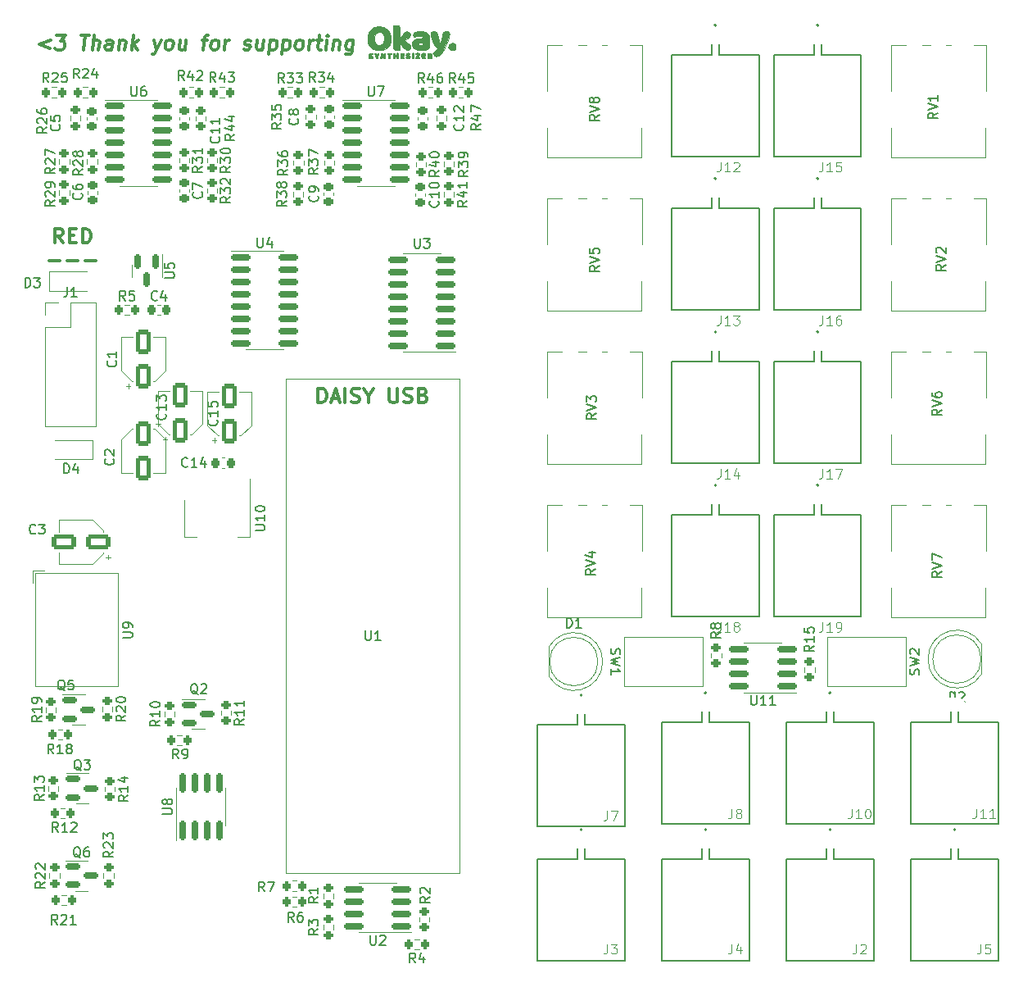
<source format=gto>
G04 #@! TF.GenerationSoftware,KiCad,Pcbnew,(6.0.0-0)*
G04 #@! TF.CreationDate,2023-01-05T23:18:17-05:00*
G04 #@! TF.ProjectId,daisy_hardware_v1,64616973-795f-4686-9172-64776172655f,rev?*
G04 #@! TF.SameCoordinates,Original*
G04 #@! TF.FileFunction,Legend,Top*
G04 #@! TF.FilePolarity,Positive*
%FSLAX46Y46*%
G04 Gerber Fmt 4.6, Leading zero omitted, Abs format (unit mm)*
G04 Created by KiCad (PCBNEW (6.0.0-0)) date 2023-01-05 23:18:17*
%MOMM*%
%LPD*%
G01*
G04 APERTURE LIST*
G04 Aperture macros list*
%AMRoundRect*
0 Rectangle with rounded corners*
0 $1 Rounding radius*
0 $2 $3 $4 $5 $6 $7 $8 $9 X,Y pos of 4 corners*
0 Add a 4 corners polygon primitive as box body*
4,1,4,$2,$3,$4,$5,$6,$7,$8,$9,$2,$3,0*
0 Add four circle primitives for the rounded corners*
1,1,$1+$1,$2,$3*
1,1,$1+$1,$4,$5*
1,1,$1+$1,$6,$7*
1,1,$1+$1,$8,$9*
0 Add four rect primitives between the rounded corners*
20,1,$1+$1,$2,$3,$4,$5,0*
20,1,$1+$1,$4,$5,$6,$7,0*
20,1,$1+$1,$6,$7,$8,$9,0*
20,1,$1+$1,$8,$9,$2,$3,0*%
G04 Aperture macros list end*
%ADD10C,0.300000*%
%ADD11C,0.015000*%
%ADD12C,0.150000*%
%ADD13C,0.127000*%
%ADD14C,0.200000*%
%ADD15C,0.120000*%
%ADD16C,0.010000*%
%ADD17O,2.216000X1.108000*%
%ADD18O,2.016000X1.008000*%
%ADD19RoundRect,0.250000X0.550000X-1.050000X0.550000X1.050000X-0.550000X1.050000X-0.550000X-1.050000X0*%
%ADD20RoundRect,0.200000X0.275000X-0.200000X0.275000X0.200000X-0.275000X0.200000X-0.275000X-0.200000X0*%
%ADD21RoundRect,0.200000X-0.200000X-0.275000X0.200000X-0.275000X0.200000X0.275000X-0.200000X0.275000X0*%
%ADD22RoundRect,0.225000X0.250000X-0.225000X0.250000X0.225000X-0.250000X0.225000X-0.250000X-0.225000X0*%
%ADD23R,0.900000X1.200000*%
%ADD24RoundRect,0.200000X-0.275000X0.200000X-0.275000X-0.200000X0.275000X-0.200000X0.275000X0.200000X0*%
%ADD25RoundRect,0.225000X-0.250000X0.225000X-0.250000X-0.225000X0.250000X-0.225000X0.250000X0.225000X0*%
%ADD26C,3.240000*%
%ADD27R,1.800000X1.800000*%
%ADD28C,1.800000*%
%ADD29RoundRect,0.250000X-0.550000X1.050000X-0.550000X-1.050000X0.550000X-1.050000X0.550000X1.050000X0*%
%ADD30RoundRect,0.200000X0.200000X0.275000X-0.200000X0.275000X-0.200000X-0.275000X0.200000X-0.275000X0*%
%ADD31RoundRect,0.150000X-0.587500X-0.150000X0.587500X-0.150000X0.587500X0.150000X-0.587500X0.150000X0*%
%ADD32RoundRect,0.225000X-0.225000X-0.250000X0.225000X-0.250000X0.225000X0.250000X-0.225000X0.250000X0*%
%ADD33R,1.700000X1.700000*%
%ADD34O,1.700000X1.700000*%
%ADD35RoundRect,0.150000X-0.150000X0.587500X-0.150000X-0.587500X0.150000X-0.587500X0.150000X0.587500X0*%
%ADD36RoundRect,0.150000X-0.825000X-0.150000X0.825000X-0.150000X0.825000X0.150000X-0.825000X0.150000X0*%
%ADD37R,1.500000X2.000000*%
%ADD38R,3.800000X2.000000*%
%ADD39RoundRect,0.150000X0.825000X0.150000X-0.825000X0.150000X-0.825000X-0.150000X0.825000X-0.150000X0*%
%ADD40RoundRect,0.250000X1.050000X0.550000X-1.050000X0.550000X-1.050000X-0.550000X1.050000X-0.550000X0*%
%ADD41C,1.524000*%
%ADD42RoundRect,0.150000X0.150000X-0.825000X0.150000X0.825000X-0.150000X0.825000X-0.150000X-0.825000X0*%
%ADD43R,2.300000X1.500000*%
%ADD44O,2.300000X1.500000*%
G04 APERTURE END LIST*
D10*
X40435714Y-299671071D02*
X39935714Y-298956785D01*
X39578571Y-299671071D02*
X39578571Y-298171071D01*
X40150000Y-298171071D01*
X40292857Y-298242500D01*
X40364285Y-298313928D01*
X40435714Y-298456785D01*
X40435714Y-298671071D01*
X40364285Y-298813928D01*
X40292857Y-298885357D01*
X40150000Y-298956785D01*
X39578571Y-298956785D01*
X41078571Y-298885357D02*
X41578571Y-298885357D01*
X41792857Y-299671071D02*
X41078571Y-299671071D01*
X41078571Y-298171071D01*
X41792857Y-298171071D01*
X42435714Y-299671071D02*
X42435714Y-298171071D01*
X42792857Y-298171071D01*
X43007142Y-298242500D01*
X43150000Y-298385357D01*
X43221428Y-298528214D01*
X43292857Y-298813928D01*
X43292857Y-299028214D01*
X43221428Y-299313928D01*
X43150000Y-299456785D01*
X43007142Y-299599642D01*
X42792857Y-299671071D01*
X42435714Y-299671071D01*
X38971428Y-301514642D02*
X40114285Y-301514642D01*
X40828571Y-301514642D02*
X41971428Y-301514642D01*
X42685714Y-301514642D02*
X43828571Y-301514642D01*
X66805971Y-316166171D02*
X66805971Y-314666171D01*
X67163114Y-314666171D01*
X67377400Y-314737600D01*
X67520257Y-314880457D01*
X67591685Y-315023314D01*
X67663114Y-315309028D01*
X67663114Y-315523314D01*
X67591685Y-315809028D01*
X67520257Y-315951885D01*
X67377400Y-316094742D01*
X67163114Y-316166171D01*
X66805971Y-316166171D01*
X68234542Y-315737600D02*
X68948828Y-315737600D01*
X68091685Y-316166171D02*
X68591685Y-314666171D01*
X69091685Y-316166171D01*
X69591685Y-316166171D02*
X69591685Y-314666171D01*
X70234542Y-316094742D02*
X70448828Y-316166171D01*
X70805971Y-316166171D01*
X70948828Y-316094742D01*
X71020257Y-316023314D01*
X71091685Y-315880457D01*
X71091685Y-315737600D01*
X71020257Y-315594742D01*
X70948828Y-315523314D01*
X70805971Y-315451885D01*
X70520257Y-315380457D01*
X70377400Y-315309028D01*
X70305971Y-315237600D01*
X70234542Y-315094742D01*
X70234542Y-314951885D01*
X70305971Y-314809028D01*
X70377400Y-314737600D01*
X70520257Y-314666171D01*
X70877400Y-314666171D01*
X71091685Y-314737600D01*
X72020257Y-315451885D02*
X72020257Y-316166171D01*
X71520257Y-314666171D02*
X72020257Y-315451885D01*
X72520257Y-314666171D01*
X74163114Y-314666171D02*
X74163114Y-315880457D01*
X74234542Y-316023314D01*
X74305971Y-316094742D01*
X74448828Y-316166171D01*
X74734542Y-316166171D01*
X74877400Y-316094742D01*
X74948828Y-316023314D01*
X75020257Y-315880457D01*
X75020257Y-314666171D01*
X75663114Y-316094742D02*
X75877400Y-316166171D01*
X76234542Y-316166171D01*
X76377400Y-316094742D01*
X76448828Y-316023314D01*
X76520257Y-315880457D01*
X76520257Y-315737600D01*
X76448828Y-315594742D01*
X76377400Y-315523314D01*
X76234542Y-315451885D01*
X75948828Y-315380457D01*
X75805971Y-315309028D01*
X75734542Y-315237600D01*
X75663114Y-315094742D01*
X75663114Y-314951885D01*
X75734542Y-314809028D01*
X75805971Y-314737600D01*
X75948828Y-314666171D01*
X76305971Y-314666171D01*
X76520257Y-314737600D01*
X77663114Y-315380457D02*
X77877400Y-315451885D01*
X77948828Y-315523314D01*
X78020257Y-315666171D01*
X78020257Y-315880457D01*
X77948828Y-316023314D01*
X77877400Y-316094742D01*
X77734542Y-316166171D01*
X77163114Y-316166171D01*
X77163114Y-314666171D01*
X77663114Y-314666171D01*
X77805971Y-314737600D01*
X77877400Y-314809028D01*
X77948828Y-314951885D01*
X77948828Y-315094742D01*
X77877400Y-315237600D01*
X77805971Y-315309028D01*
X77663114Y-315380457D01*
X77163114Y-315380457D01*
X39161562Y-278697571D02*
X37965133Y-279126142D01*
X39054419Y-279554714D01*
X39795491Y-278197571D02*
X40724062Y-278197571D01*
X40152633Y-278769000D01*
X40366919Y-278769000D01*
X40500848Y-278840428D01*
X40563348Y-278911857D01*
X40616919Y-279054714D01*
X40572276Y-279411857D01*
X40482991Y-279554714D01*
X40402633Y-279626142D01*
X40250848Y-279697571D01*
X39822276Y-279697571D01*
X39688348Y-279626142D01*
X39625848Y-279554714D01*
X42295491Y-278197571D02*
X43152633Y-278197571D01*
X42536562Y-279697571D02*
X42724062Y-278197571D01*
X43465133Y-279697571D02*
X43652633Y-278197571D01*
X44107991Y-279697571D02*
X44206205Y-278911857D01*
X44152633Y-278769000D01*
X44018705Y-278697571D01*
X43804419Y-278697571D01*
X43652633Y-278769000D01*
X43572276Y-278840428D01*
X45465133Y-279697571D02*
X45563348Y-278911857D01*
X45509776Y-278769000D01*
X45375848Y-278697571D01*
X45090133Y-278697571D01*
X44938348Y-278769000D01*
X45474062Y-279626142D02*
X45322276Y-279697571D01*
X44965133Y-279697571D01*
X44831205Y-279626142D01*
X44777633Y-279483285D01*
X44795491Y-279340428D01*
X44884776Y-279197571D01*
X45036562Y-279126142D01*
X45393705Y-279126142D01*
X45545491Y-279054714D01*
X46304419Y-278697571D02*
X46179419Y-279697571D01*
X46286562Y-278840428D02*
X46366919Y-278769000D01*
X46518705Y-278697571D01*
X46732991Y-278697571D01*
X46866919Y-278769000D01*
X46920491Y-278911857D01*
X46822276Y-279697571D01*
X47536562Y-279697571D02*
X47724062Y-278197571D01*
X47750848Y-279126142D02*
X48107991Y-279697571D01*
X48232991Y-278697571D02*
X47590133Y-279269000D01*
X49875848Y-278697571D02*
X50107991Y-279697571D01*
X50590133Y-278697571D02*
X50107991Y-279697571D01*
X49920491Y-280054714D01*
X49840133Y-280126142D01*
X49688348Y-280197571D01*
X51250848Y-279697571D02*
X51116919Y-279626142D01*
X51054419Y-279554714D01*
X51000848Y-279411857D01*
X51054419Y-278983285D01*
X51143705Y-278840428D01*
X51224062Y-278769000D01*
X51375848Y-278697571D01*
X51590133Y-278697571D01*
X51724062Y-278769000D01*
X51786562Y-278840428D01*
X51840133Y-278983285D01*
X51786562Y-279411857D01*
X51697276Y-279554714D01*
X51616919Y-279626142D01*
X51465133Y-279697571D01*
X51250848Y-279697571D01*
X53161562Y-278697571D02*
X53036562Y-279697571D01*
X52518705Y-278697571D02*
X52420491Y-279483285D01*
X52474062Y-279626142D01*
X52607991Y-279697571D01*
X52822276Y-279697571D01*
X52974062Y-279626142D01*
X53054419Y-279554714D01*
X54804419Y-278697571D02*
X55375848Y-278697571D01*
X54893705Y-279697571D02*
X55054419Y-278411857D01*
X55143705Y-278269000D01*
X55295491Y-278197571D01*
X55438348Y-278197571D01*
X55965133Y-279697571D02*
X55831205Y-279626142D01*
X55768705Y-279554714D01*
X55715133Y-279411857D01*
X55768705Y-278983285D01*
X55857991Y-278840428D01*
X55938348Y-278769000D01*
X56090133Y-278697571D01*
X56304419Y-278697571D01*
X56438348Y-278769000D01*
X56500848Y-278840428D01*
X56554419Y-278983285D01*
X56500848Y-279411857D01*
X56411562Y-279554714D01*
X56331205Y-279626142D01*
X56179419Y-279697571D01*
X55965133Y-279697571D01*
X57107991Y-279697571D02*
X57232991Y-278697571D01*
X57197276Y-278983285D02*
X57286562Y-278840428D01*
X57366919Y-278769000D01*
X57518705Y-278697571D01*
X57661562Y-278697571D01*
X59116919Y-279626142D02*
X59250848Y-279697571D01*
X59536562Y-279697571D01*
X59688348Y-279626142D01*
X59777633Y-279483285D01*
X59786562Y-279411857D01*
X59732991Y-279269000D01*
X59599062Y-279197571D01*
X59384776Y-279197571D01*
X59250848Y-279126142D01*
X59197276Y-278983285D01*
X59206205Y-278911857D01*
X59295491Y-278769000D01*
X59447276Y-278697571D01*
X59661562Y-278697571D01*
X59795491Y-278769000D01*
X61161562Y-278697571D02*
X61036562Y-279697571D01*
X60518705Y-278697571D02*
X60420491Y-279483285D01*
X60474062Y-279626142D01*
X60607991Y-279697571D01*
X60822276Y-279697571D01*
X60974062Y-279626142D01*
X61054419Y-279554714D01*
X61875848Y-278697571D02*
X61688348Y-280197571D01*
X61866919Y-278769000D02*
X62018705Y-278697571D01*
X62304419Y-278697571D01*
X62438348Y-278769000D01*
X62500848Y-278840428D01*
X62554419Y-278983285D01*
X62500848Y-279411857D01*
X62411562Y-279554714D01*
X62331205Y-279626142D01*
X62179419Y-279697571D01*
X61893705Y-279697571D01*
X61759776Y-279626142D01*
X63232991Y-278697571D02*
X63045491Y-280197571D01*
X63224062Y-278769000D02*
X63375848Y-278697571D01*
X63661562Y-278697571D01*
X63795491Y-278769000D01*
X63857991Y-278840428D01*
X63911562Y-278983285D01*
X63857991Y-279411857D01*
X63768705Y-279554714D01*
X63688348Y-279626142D01*
X63536562Y-279697571D01*
X63250848Y-279697571D01*
X63116919Y-279626142D01*
X64679419Y-279697571D02*
X64545491Y-279626142D01*
X64482991Y-279554714D01*
X64429419Y-279411857D01*
X64482991Y-278983285D01*
X64572276Y-278840428D01*
X64652633Y-278769000D01*
X64804419Y-278697571D01*
X65018705Y-278697571D01*
X65152633Y-278769000D01*
X65215133Y-278840428D01*
X65268705Y-278983285D01*
X65215133Y-279411857D01*
X65125848Y-279554714D01*
X65045491Y-279626142D01*
X64893705Y-279697571D01*
X64679419Y-279697571D01*
X65822276Y-279697571D02*
X65947276Y-278697571D01*
X65911562Y-278983285D02*
X66000848Y-278840428D01*
X66081205Y-278769000D01*
X66232991Y-278697571D01*
X66375848Y-278697571D01*
X66661562Y-278697571D02*
X67232991Y-278697571D01*
X66938348Y-278197571D02*
X66777633Y-279483285D01*
X66831205Y-279626142D01*
X66965133Y-279697571D01*
X67107991Y-279697571D01*
X67607991Y-279697571D02*
X67732991Y-278697571D01*
X67795491Y-278197571D02*
X67715133Y-278269000D01*
X67777633Y-278340428D01*
X67857991Y-278269000D01*
X67795491Y-278197571D01*
X67777633Y-278340428D01*
X68447276Y-278697571D02*
X68322276Y-279697571D01*
X68429419Y-278840428D02*
X68509776Y-278769000D01*
X68661562Y-278697571D01*
X68875848Y-278697571D01*
X69009776Y-278769000D01*
X69063348Y-278911857D01*
X68965133Y-279697571D01*
X70447276Y-278697571D02*
X70295491Y-279911857D01*
X70206205Y-280054714D01*
X70125848Y-280126142D01*
X69974062Y-280197571D01*
X69759776Y-280197571D01*
X69625848Y-280126142D01*
X70331205Y-279626142D02*
X70179419Y-279697571D01*
X69893705Y-279697571D01*
X69759776Y-279626142D01*
X69697276Y-279554714D01*
X69643705Y-279411857D01*
X69697276Y-278983285D01*
X69786562Y-278840428D01*
X69866919Y-278769000D01*
X70018705Y-278697571D01*
X70304419Y-278697571D01*
X70438348Y-278769000D01*
D11*
X108385809Y-307147379D02*
X108385809Y-307861665D01*
X108338190Y-308004522D01*
X108242952Y-308099760D01*
X108100094Y-308147379D01*
X108004856Y-308147379D01*
X109385809Y-308147379D02*
X108814380Y-308147379D01*
X109100094Y-308147379D02*
X109100094Y-307147379D01*
X109004856Y-307290237D01*
X108909618Y-307385475D01*
X108814380Y-307433094D01*
X109719142Y-307147379D02*
X110338190Y-307147379D01*
X110004856Y-307528332D01*
X110147713Y-307528332D01*
X110242952Y-307575951D01*
X110290571Y-307623570D01*
X110338190Y-307718808D01*
X110338190Y-307956903D01*
X110290571Y-308052141D01*
X110242952Y-308099760D01*
X110147713Y-308147379D01*
X109861999Y-308147379D01*
X109766761Y-308099760D01*
X109719142Y-308052141D01*
D12*
X56317142Y-317933857D02*
X56364761Y-317981476D01*
X56412380Y-318124333D01*
X56412380Y-318219571D01*
X56364761Y-318362428D01*
X56269523Y-318457666D01*
X56174285Y-318505285D01*
X55983809Y-318552904D01*
X55840952Y-318552904D01*
X55650476Y-318505285D01*
X55555238Y-318457666D01*
X55460000Y-318362428D01*
X55412380Y-318219571D01*
X55412380Y-318124333D01*
X55460000Y-317981476D01*
X55507619Y-317933857D01*
X56412380Y-316981476D02*
X56412380Y-317552904D01*
X56412380Y-317267190D02*
X55412380Y-317267190D01*
X55555238Y-317362428D01*
X55650476Y-317457666D01*
X55698095Y-317552904D01*
X55412380Y-316076714D02*
X55412380Y-316552904D01*
X55888571Y-316600523D01*
X55840952Y-316552904D01*
X55793333Y-316457666D01*
X55793333Y-316219571D01*
X55840952Y-316124333D01*
X55888571Y-316076714D01*
X55983809Y-316029095D01*
X56221904Y-316029095D01*
X56317142Y-316076714D01*
X56364761Y-316124333D01*
X56412380Y-316219571D01*
X56412380Y-316457666D01*
X56364761Y-316552904D01*
X56317142Y-316600523D01*
D11*
X118959142Y-291311380D02*
X118959142Y-292025666D01*
X118911523Y-292168523D01*
X118816285Y-292263761D01*
X118673427Y-292311380D01*
X118578189Y-292311380D01*
X119959142Y-292311380D02*
X119387713Y-292311380D01*
X119673427Y-292311380D02*
X119673427Y-291311380D01*
X119578189Y-291454238D01*
X119482951Y-291549476D01*
X119387713Y-291597095D01*
X120863904Y-291311380D02*
X120387713Y-291311380D01*
X120340094Y-291787571D01*
X120387713Y-291739952D01*
X120482951Y-291692333D01*
X120721046Y-291692333D01*
X120816285Y-291739952D01*
X120863904Y-291787571D01*
X120911523Y-291882809D01*
X120911523Y-292120904D01*
X120863904Y-292216142D01*
X120816285Y-292263761D01*
X120721046Y-292311380D01*
X120482951Y-292311380D01*
X120387713Y-292263761D01*
X120340094Y-292216142D01*
D12*
X38578380Y-365658857D02*
X38102190Y-365992190D01*
X38578380Y-366230285D02*
X37578380Y-366230285D01*
X37578380Y-365849333D01*
X37626000Y-365754095D01*
X37673619Y-365706476D01*
X37768857Y-365658857D01*
X37911714Y-365658857D01*
X38006952Y-365706476D01*
X38054571Y-365754095D01*
X38102190Y-365849333D01*
X38102190Y-366230285D01*
X37673619Y-365277904D02*
X37626000Y-365230285D01*
X37578380Y-365135047D01*
X37578380Y-364896952D01*
X37626000Y-364801714D01*
X37673619Y-364754095D01*
X37768857Y-364706476D01*
X37864095Y-364706476D01*
X38006952Y-364754095D01*
X38578380Y-365325523D01*
X38578380Y-364706476D01*
X37673619Y-364325523D02*
X37626000Y-364277904D01*
X37578380Y-364182666D01*
X37578380Y-363944571D01*
X37626000Y-363849333D01*
X37673619Y-363801714D01*
X37768857Y-363754095D01*
X37864095Y-363754095D01*
X38006952Y-363801714D01*
X38578380Y-364373142D01*
X38578380Y-363754095D01*
X61263333Y-366638380D02*
X60930000Y-366162190D01*
X60691904Y-366638380D02*
X60691904Y-365638380D01*
X61072857Y-365638380D01*
X61168095Y-365686000D01*
X61215714Y-365733619D01*
X61263333Y-365828857D01*
X61263333Y-365971714D01*
X61215714Y-366066952D01*
X61168095Y-366114571D01*
X61072857Y-366162190D01*
X60691904Y-366162190D01*
X61596666Y-365638380D02*
X62263333Y-365638380D01*
X61834761Y-366638380D01*
X56551142Y-288696857D02*
X56598761Y-288744476D01*
X56646380Y-288887333D01*
X56646380Y-288982571D01*
X56598761Y-289125428D01*
X56503523Y-289220666D01*
X56408285Y-289268285D01*
X56217809Y-289315904D01*
X56074952Y-289315904D01*
X55884476Y-289268285D01*
X55789238Y-289220666D01*
X55694000Y-289125428D01*
X55646380Y-288982571D01*
X55646380Y-288887333D01*
X55694000Y-288744476D01*
X55741619Y-288696857D01*
X56646380Y-287744476D02*
X56646380Y-288315904D01*
X56646380Y-288030190D02*
X55646380Y-288030190D01*
X55789238Y-288125428D01*
X55884476Y-288220666D01*
X55932095Y-288315904D01*
X56646380Y-286792095D02*
X56646380Y-287363523D01*
X56646380Y-287077809D02*
X55646380Y-287077809D01*
X55789238Y-287173047D01*
X55884476Y-287268285D01*
X55932095Y-287363523D01*
X36511904Y-304252380D02*
X36511904Y-303252380D01*
X36750000Y-303252380D01*
X36892857Y-303300000D01*
X36988095Y-303395238D01*
X37035714Y-303490476D01*
X37083333Y-303680952D01*
X37083333Y-303823809D01*
X37035714Y-304014285D01*
X36988095Y-304109523D01*
X36892857Y-304204761D01*
X36750000Y-304252380D01*
X36511904Y-304252380D01*
X37416666Y-303252380D02*
X38035714Y-303252380D01*
X37702380Y-303633333D01*
X37845238Y-303633333D01*
X37940476Y-303680952D01*
X37988095Y-303728571D01*
X38035714Y-303823809D01*
X38035714Y-304061904D01*
X37988095Y-304157142D01*
X37940476Y-304204761D01*
X37845238Y-304252380D01*
X37559523Y-304252380D01*
X37464285Y-304204761D01*
X37416666Y-304157142D01*
D11*
X108385809Y-322983378D02*
X108385809Y-323697664D01*
X108338190Y-323840521D01*
X108242952Y-323935759D01*
X108100094Y-323983378D01*
X108004856Y-323983378D01*
X109385809Y-323983378D02*
X108814380Y-323983378D01*
X109100094Y-323983378D02*
X109100094Y-322983378D01*
X109004856Y-323126236D01*
X108909618Y-323221474D01*
X108814380Y-323269093D01*
X110242952Y-323316712D02*
X110242952Y-323983378D01*
X110004856Y-322935759D02*
X109766761Y-323650045D01*
X110385809Y-323650045D01*
D12*
X118054380Y-341256857D02*
X117578190Y-341590190D01*
X118054380Y-341828285D02*
X117054380Y-341828285D01*
X117054380Y-341447333D01*
X117102000Y-341352095D01*
X117149619Y-341304476D01*
X117244857Y-341256857D01*
X117387714Y-341256857D01*
X117482952Y-341304476D01*
X117530571Y-341352095D01*
X117578190Y-341447333D01*
X117578190Y-341828285D01*
X118054380Y-340304476D02*
X118054380Y-340875904D01*
X118054380Y-340590190D02*
X117054380Y-340590190D01*
X117197238Y-340685428D01*
X117292476Y-340780666D01*
X117340095Y-340875904D01*
X117054380Y-339399714D02*
X117054380Y-339875904D01*
X117530571Y-339923523D01*
X117482952Y-339875904D01*
X117435333Y-339780666D01*
X117435333Y-339542571D01*
X117482952Y-339447333D01*
X117530571Y-339399714D01*
X117625809Y-339352095D01*
X117863904Y-339352095D01*
X117959142Y-339399714D01*
X118006761Y-339447333D01*
X118054380Y-339542571D01*
X118054380Y-339780666D01*
X118006761Y-339875904D01*
X117959142Y-339923523D01*
X79207942Y-295339457D02*
X79255561Y-295387076D01*
X79303180Y-295529933D01*
X79303180Y-295625171D01*
X79255561Y-295768028D01*
X79160323Y-295863266D01*
X79065085Y-295910885D01*
X78874609Y-295958504D01*
X78731752Y-295958504D01*
X78541276Y-295910885D01*
X78446038Y-295863266D01*
X78350800Y-295768028D01*
X78303180Y-295625171D01*
X78303180Y-295529933D01*
X78350800Y-295387076D01*
X78398419Y-295339457D01*
X79303180Y-294387076D02*
X79303180Y-294958504D01*
X79303180Y-294672790D02*
X78303180Y-294672790D01*
X78446038Y-294768028D01*
X78541276Y-294863266D01*
X78588895Y-294958504D01*
X78303180Y-293768028D02*
X78303180Y-293672790D01*
X78350800Y-293577552D01*
X78398419Y-293529933D01*
X78493657Y-293482314D01*
X78684133Y-293434695D01*
X78922228Y-293434695D01*
X79112704Y-293482314D01*
X79207942Y-293529933D01*
X79255561Y-293577552D01*
X79303180Y-293672790D01*
X79303180Y-293768028D01*
X79255561Y-293863266D01*
X79207942Y-293910885D01*
X79112704Y-293958504D01*
X78922228Y-294006123D01*
X78684133Y-294006123D01*
X78493657Y-293958504D01*
X78398419Y-293910885D01*
X78350800Y-293863266D01*
X78303180Y-293768028D01*
X130855980Y-286218238D02*
X130379790Y-286551571D01*
X130855980Y-286789666D02*
X129855980Y-286789666D01*
X129855980Y-286408714D01*
X129903600Y-286313476D01*
X129951219Y-286265857D01*
X130046457Y-286218238D01*
X130189314Y-286218238D01*
X130284552Y-286265857D01*
X130332171Y-286313476D01*
X130379790Y-286408714D01*
X130379790Y-286789666D01*
X129855980Y-285932523D02*
X130855980Y-285599190D01*
X129855980Y-285265857D01*
X130855980Y-284408714D02*
X130855980Y-284980142D01*
X130855980Y-284694428D02*
X129855980Y-284694428D01*
X129998838Y-284789666D01*
X130094076Y-284884904D01*
X130141695Y-284980142D01*
X45626380Y-362510857D02*
X45150190Y-362844190D01*
X45626380Y-363082285D02*
X44626380Y-363082285D01*
X44626380Y-362701333D01*
X44674000Y-362606095D01*
X44721619Y-362558476D01*
X44816857Y-362510857D01*
X44959714Y-362510857D01*
X45054952Y-362558476D01*
X45102571Y-362606095D01*
X45150190Y-362701333D01*
X45150190Y-363082285D01*
X44721619Y-362129904D02*
X44674000Y-362082285D01*
X44626380Y-361987047D01*
X44626380Y-361748952D01*
X44674000Y-361653714D01*
X44721619Y-361606095D01*
X44816857Y-361558476D01*
X44912095Y-361558476D01*
X45054952Y-361606095D01*
X45626380Y-362177523D01*
X45626380Y-361558476D01*
X44626380Y-361225142D02*
X44626380Y-360606095D01*
X45007333Y-360939428D01*
X45007333Y-360796571D01*
X45054952Y-360701333D01*
X45102571Y-360653714D01*
X45197809Y-360606095D01*
X45435904Y-360606095D01*
X45531142Y-360653714D01*
X45578761Y-360701333D01*
X45626380Y-360796571D01*
X45626380Y-361082285D01*
X45578761Y-361177523D01*
X45531142Y-361225142D01*
X45632742Y-321953466D02*
X45680361Y-322001085D01*
X45727980Y-322143942D01*
X45727980Y-322239180D01*
X45680361Y-322382038D01*
X45585123Y-322477276D01*
X45489885Y-322524895D01*
X45299409Y-322572514D01*
X45156552Y-322572514D01*
X44966076Y-322524895D01*
X44870838Y-322477276D01*
X44775600Y-322382038D01*
X44727980Y-322239180D01*
X44727980Y-322143942D01*
X44775600Y-322001085D01*
X44823219Y-321953466D01*
X44823219Y-321572514D02*
X44775600Y-321524895D01*
X44727980Y-321429657D01*
X44727980Y-321191561D01*
X44775600Y-321096323D01*
X44823219Y-321048704D01*
X44918457Y-321001085D01*
X45013695Y-321001085D01*
X45156552Y-321048704D01*
X45727980Y-321620133D01*
X45727980Y-321001085D01*
X81747942Y-287426857D02*
X81795561Y-287474476D01*
X81843180Y-287617333D01*
X81843180Y-287712571D01*
X81795561Y-287855428D01*
X81700323Y-287950666D01*
X81605085Y-287998285D01*
X81414609Y-288045904D01*
X81271752Y-288045904D01*
X81081276Y-287998285D01*
X80986038Y-287950666D01*
X80890800Y-287855428D01*
X80843180Y-287712571D01*
X80843180Y-287617333D01*
X80890800Y-287474476D01*
X80938419Y-287426857D01*
X81843180Y-286474476D02*
X81843180Y-287045904D01*
X81843180Y-286760190D02*
X80843180Y-286760190D01*
X80986038Y-286855428D01*
X81081276Y-286950666D01*
X81128895Y-287045904D01*
X80938419Y-286093523D02*
X80890800Y-286045904D01*
X80843180Y-285950666D01*
X80843180Y-285712571D01*
X80890800Y-285617333D01*
X80938419Y-285569714D01*
X81033657Y-285522095D01*
X81128895Y-285522095D01*
X81271752Y-285569714D01*
X81843180Y-286141142D01*
X81843180Y-285522095D01*
X46900380Y-348451857D02*
X46424190Y-348785190D01*
X46900380Y-349023285D02*
X45900380Y-349023285D01*
X45900380Y-348642333D01*
X45948000Y-348547095D01*
X45995619Y-348499476D01*
X46090857Y-348451857D01*
X46233714Y-348451857D01*
X46328952Y-348499476D01*
X46376571Y-348547095D01*
X46424190Y-348642333D01*
X46424190Y-349023285D01*
X45995619Y-348070904D02*
X45948000Y-348023285D01*
X45900380Y-347928047D01*
X45900380Y-347689952D01*
X45948000Y-347594714D01*
X45995619Y-347547095D01*
X46090857Y-347499476D01*
X46186095Y-347499476D01*
X46328952Y-347547095D01*
X46900380Y-348118523D01*
X46900380Y-347499476D01*
X45900380Y-346880428D02*
X45900380Y-346785190D01*
X45948000Y-346689952D01*
X45995619Y-346642333D01*
X46090857Y-346594714D01*
X46281333Y-346547095D01*
X46519428Y-346547095D01*
X46709904Y-346594714D01*
X46805142Y-346642333D01*
X46852761Y-346689952D01*
X46900380Y-346785190D01*
X46900380Y-346880428D01*
X46852761Y-346975666D01*
X46805142Y-347023285D01*
X46709904Y-347070904D01*
X46519428Y-347118523D01*
X46281333Y-347118523D01*
X46090857Y-347070904D01*
X45995619Y-347023285D01*
X45948000Y-346975666D01*
X45900380Y-346880428D01*
X66806380Y-370516666D02*
X66330190Y-370850000D01*
X66806380Y-371088095D02*
X65806380Y-371088095D01*
X65806380Y-370707142D01*
X65854000Y-370611904D01*
X65901619Y-370564285D01*
X65996857Y-370516666D01*
X66139714Y-370516666D01*
X66234952Y-370564285D01*
X66282571Y-370611904D01*
X66330190Y-370707142D01*
X66330190Y-371088095D01*
X65806380Y-370183333D02*
X65806380Y-369564285D01*
X66187333Y-369897619D01*
X66187333Y-369754761D01*
X66234952Y-369659523D01*
X66282571Y-369611904D01*
X66377809Y-369564285D01*
X66615904Y-369564285D01*
X66711142Y-369611904D01*
X66758761Y-369659523D01*
X66806380Y-369754761D01*
X66806380Y-370040476D01*
X66758761Y-370135714D01*
X66711142Y-370183333D01*
X92491904Y-339392380D02*
X92491904Y-338392380D01*
X92730000Y-338392380D01*
X92872857Y-338440000D01*
X92968095Y-338535238D01*
X93015714Y-338630476D01*
X93063333Y-338820952D01*
X93063333Y-338963809D01*
X93015714Y-339154285D01*
X92968095Y-339249523D01*
X92872857Y-339344761D01*
X92730000Y-339392380D01*
X92491904Y-339392380D01*
X94015714Y-339392380D02*
X93444285Y-339392380D01*
X93730000Y-339392380D02*
X93730000Y-338392380D01*
X93634761Y-338535238D01*
X93539523Y-338630476D01*
X93444285Y-338678095D01*
X50453380Y-348957857D02*
X49977190Y-349291190D01*
X50453380Y-349529285D02*
X49453380Y-349529285D01*
X49453380Y-349148333D01*
X49501000Y-349053095D01*
X49548619Y-349005476D01*
X49643857Y-348957857D01*
X49786714Y-348957857D01*
X49881952Y-349005476D01*
X49929571Y-349053095D01*
X49977190Y-349148333D01*
X49977190Y-349529285D01*
X50453380Y-348005476D02*
X50453380Y-348576904D01*
X50453380Y-348291190D02*
X49453380Y-348291190D01*
X49596238Y-348386428D01*
X49691476Y-348481666D01*
X49739095Y-348576904D01*
X49453380Y-347386428D02*
X49453380Y-347291190D01*
X49501000Y-347195952D01*
X49548619Y-347148333D01*
X49643857Y-347100714D01*
X49834333Y-347053095D01*
X50072428Y-347053095D01*
X50262904Y-347100714D01*
X50358142Y-347148333D01*
X50405761Y-347195952D01*
X50453380Y-347291190D01*
X50453380Y-347386428D01*
X50405761Y-347481666D01*
X50358142Y-347529285D01*
X50262904Y-347576904D01*
X50072428Y-347624523D01*
X49834333Y-347624523D01*
X49643857Y-347576904D01*
X49548619Y-347529285D01*
X49501000Y-347481666D01*
X49453380Y-347386428D01*
D11*
X121957142Y-358100380D02*
X121957142Y-358814666D01*
X121909523Y-358957523D01*
X121814285Y-359052761D01*
X121671427Y-359100380D01*
X121576189Y-359100380D01*
X122957142Y-359100380D02*
X122385713Y-359100380D01*
X122671427Y-359100380D02*
X122671427Y-358100380D01*
X122576189Y-358243238D01*
X122480951Y-358338476D01*
X122385713Y-358386095D01*
X123576189Y-358100380D02*
X123671427Y-358100380D01*
X123766666Y-358148000D01*
X123814285Y-358195619D01*
X123861904Y-358290857D01*
X123909523Y-358481333D01*
X123909523Y-358719428D01*
X123861904Y-358909904D01*
X123814285Y-359005142D01*
X123766666Y-359052761D01*
X123671427Y-359100380D01*
X123576189Y-359100380D01*
X123480951Y-359052761D01*
X123433332Y-359005142D01*
X123385713Y-358909904D01*
X123338094Y-358719428D01*
X123338094Y-358481333D01*
X123385713Y-358290857D01*
X123433332Y-358195619D01*
X123480951Y-358148000D01*
X123576189Y-358100380D01*
D12*
X83621180Y-287388257D02*
X83144990Y-287721590D01*
X83621180Y-287959685D02*
X82621180Y-287959685D01*
X82621180Y-287578733D01*
X82668800Y-287483495D01*
X82716419Y-287435876D01*
X82811657Y-287388257D01*
X82954514Y-287388257D01*
X83049752Y-287435876D01*
X83097371Y-287483495D01*
X83144990Y-287578733D01*
X83144990Y-287959685D01*
X82954514Y-286531114D02*
X83621180Y-286531114D01*
X82573561Y-286769209D02*
X83287847Y-287007304D01*
X83287847Y-286388257D01*
X82621180Y-286102542D02*
X82621180Y-285435876D01*
X83621180Y-285864447D01*
X76855333Y-374010380D02*
X76522000Y-373534190D01*
X76283904Y-374010380D02*
X76283904Y-373010380D01*
X76664857Y-373010380D01*
X76760095Y-373058000D01*
X76807714Y-373105619D01*
X76855333Y-373200857D01*
X76855333Y-373343714D01*
X76807714Y-373438952D01*
X76760095Y-373486571D01*
X76664857Y-373534190D01*
X76283904Y-373534190D01*
X77712476Y-373343714D02*
X77712476Y-374010380D01*
X77474380Y-372962761D02*
X77236285Y-373677047D01*
X77855333Y-373677047D01*
X95549980Y-317282438D02*
X95073790Y-317615771D01*
X95549980Y-317853866D02*
X94549980Y-317853866D01*
X94549980Y-317472914D01*
X94597600Y-317377676D01*
X94645219Y-317330057D01*
X94740457Y-317282438D01*
X94883314Y-317282438D01*
X94978552Y-317330057D01*
X95026171Y-317377676D01*
X95073790Y-317472914D01*
X95073790Y-317853866D01*
X94549980Y-316996723D02*
X95549980Y-316663390D01*
X94549980Y-316330057D01*
X94549980Y-316091961D02*
X94549980Y-315472914D01*
X94930933Y-315806247D01*
X94930933Y-315663390D01*
X94978552Y-315568152D01*
X95026171Y-315520533D01*
X95121409Y-315472914D01*
X95359504Y-315472914D01*
X95454742Y-315520533D01*
X95502361Y-315568152D01*
X95549980Y-315663390D01*
X95549980Y-315949104D01*
X95502361Y-316044342D01*
X95454742Y-316091961D01*
X63656780Y-292062857D02*
X63180590Y-292396190D01*
X63656780Y-292634285D02*
X62656780Y-292634285D01*
X62656780Y-292253333D01*
X62704400Y-292158095D01*
X62752019Y-292110476D01*
X62847257Y-292062857D01*
X62990114Y-292062857D01*
X63085352Y-292110476D01*
X63132971Y-292158095D01*
X63180590Y-292253333D01*
X63180590Y-292634285D01*
X62656780Y-291729523D02*
X62656780Y-291110476D01*
X63037733Y-291443809D01*
X63037733Y-291300952D01*
X63085352Y-291205714D01*
X63132971Y-291158095D01*
X63228209Y-291110476D01*
X63466304Y-291110476D01*
X63561542Y-291158095D01*
X63609161Y-291205714D01*
X63656780Y-291300952D01*
X63656780Y-291586666D01*
X63609161Y-291681904D01*
X63561542Y-291729523D01*
X62656780Y-290253333D02*
X62656780Y-290443809D01*
X62704400Y-290539047D01*
X62752019Y-290586666D01*
X62894876Y-290681904D01*
X63085352Y-290729523D01*
X63466304Y-290729523D01*
X63561542Y-290681904D01*
X63609161Y-290634285D01*
X63656780Y-290539047D01*
X63656780Y-290348571D01*
X63609161Y-290253333D01*
X63561542Y-290205714D01*
X63466304Y-290158095D01*
X63228209Y-290158095D01*
X63132971Y-290205714D01*
X63085352Y-290253333D01*
X63037733Y-290348571D01*
X63037733Y-290539047D01*
X63085352Y-290634285D01*
X63132971Y-290681904D01*
X63228209Y-290729523D01*
X40041142Y-287458666D02*
X40088761Y-287506285D01*
X40136380Y-287649142D01*
X40136380Y-287744380D01*
X40088761Y-287887238D01*
X39993523Y-287982476D01*
X39898285Y-288030095D01*
X39707809Y-288077714D01*
X39564952Y-288077714D01*
X39374476Y-288030095D01*
X39279238Y-287982476D01*
X39184000Y-287887238D01*
X39136380Y-287744380D01*
X39136380Y-287649142D01*
X39184000Y-287506285D01*
X39231619Y-287458666D01*
X39136380Y-286553904D02*
X39136380Y-287030095D01*
X39612571Y-287077714D01*
X39564952Y-287030095D01*
X39517333Y-286934857D01*
X39517333Y-286696761D01*
X39564952Y-286601523D01*
X39612571Y-286553904D01*
X39707809Y-286506285D01*
X39945904Y-286506285D01*
X40041142Y-286553904D01*
X40088761Y-286601523D01*
X40136380Y-286696761D01*
X40136380Y-286934857D01*
X40088761Y-287030095D01*
X40041142Y-287077714D01*
X95854780Y-302017038D02*
X95378590Y-302350371D01*
X95854780Y-302588466D02*
X94854780Y-302588466D01*
X94854780Y-302207514D01*
X94902400Y-302112276D01*
X94950019Y-302064657D01*
X95045257Y-302017038D01*
X95188114Y-302017038D01*
X95283352Y-302064657D01*
X95330971Y-302112276D01*
X95378590Y-302207514D01*
X95378590Y-302588466D01*
X94854780Y-301731323D02*
X95854780Y-301397990D01*
X94854780Y-301064657D01*
X94854780Y-300255133D02*
X94854780Y-300731323D01*
X95330971Y-300778942D01*
X95283352Y-300731323D01*
X95235733Y-300636085D01*
X95235733Y-300397990D01*
X95283352Y-300302752D01*
X95330971Y-300255133D01*
X95426209Y-300207514D01*
X95664304Y-300207514D01*
X95759542Y-300255133D01*
X95807161Y-300302752D01*
X95854780Y-300397990D01*
X95854780Y-300636085D01*
X95807161Y-300731323D01*
X95759542Y-300778942D01*
D11*
X96694666Y-372070380D02*
X96694666Y-372784666D01*
X96647047Y-372927523D01*
X96551809Y-373022761D01*
X96408952Y-373070380D01*
X96313714Y-373070380D01*
X97075619Y-372070380D02*
X97694666Y-372070380D01*
X97361333Y-372451333D01*
X97504190Y-372451333D01*
X97599428Y-372498952D01*
X97647047Y-372546571D01*
X97694666Y-372641809D01*
X97694666Y-372879904D01*
X97647047Y-372975142D01*
X97599428Y-373022761D01*
X97504190Y-373070380D01*
X97218476Y-373070380D01*
X97123238Y-373022761D01*
X97075619Y-372975142D01*
D12*
X38198380Y-348514857D02*
X37722190Y-348848190D01*
X38198380Y-349086285D02*
X37198380Y-349086285D01*
X37198380Y-348705333D01*
X37246000Y-348610095D01*
X37293619Y-348562476D01*
X37388857Y-348514857D01*
X37531714Y-348514857D01*
X37626952Y-348562476D01*
X37674571Y-348610095D01*
X37722190Y-348705333D01*
X37722190Y-349086285D01*
X38198380Y-347562476D02*
X38198380Y-348133904D01*
X38198380Y-347848190D02*
X37198380Y-347848190D01*
X37341238Y-347943428D01*
X37436476Y-348038666D01*
X37484095Y-348133904D01*
X38198380Y-347086285D02*
X38198380Y-346895809D01*
X38150761Y-346800571D01*
X38103142Y-346752952D01*
X37960285Y-346657714D01*
X37769809Y-346610095D01*
X37388857Y-346610095D01*
X37293619Y-346657714D01*
X37246000Y-346705333D01*
X37198380Y-346800571D01*
X37198380Y-346991047D01*
X37246000Y-347086285D01*
X37293619Y-347133904D01*
X37388857Y-347181523D01*
X37626952Y-347181523D01*
X37722190Y-347133904D01*
X37769809Y-347086285D01*
X37817428Y-346991047D01*
X37817428Y-346800571D01*
X37769809Y-346705333D01*
X37722190Y-346657714D01*
X37626952Y-346610095D01*
X57733180Y-294902857D02*
X57256990Y-295236190D01*
X57733180Y-295474285D02*
X56733180Y-295474285D01*
X56733180Y-295093333D01*
X56780800Y-294998095D01*
X56828419Y-294950476D01*
X56923657Y-294902857D01*
X57066514Y-294902857D01*
X57161752Y-294950476D01*
X57209371Y-294998095D01*
X57256990Y-295093333D01*
X57256990Y-295474285D01*
X56733180Y-294569523D02*
X56733180Y-293950476D01*
X57114133Y-294283809D01*
X57114133Y-294140952D01*
X57161752Y-294045714D01*
X57209371Y-293998095D01*
X57304609Y-293950476D01*
X57542704Y-293950476D01*
X57637942Y-293998095D01*
X57685561Y-294045714D01*
X57733180Y-294140952D01*
X57733180Y-294426666D01*
X57685561Y-294521904D01*
X57637942Y-294569523D01*
X56828419Y-293569523D02*
X56780800Y-293521904D01*
X56733180Y-293426666D01*
X56733180Y-293188571D01*
X56780800Y-293093333D01*
X56828419Y-293045714D01*
X56923657Y-292998095D01*
X57018895Y-292998095D01*
X57161752Y-293045714D01*
X57733180Y-293617142D01*
X57733180Y-292998095D01*
X38938742Y-283083980D02*
X38605409Y-282607790D01*
X38367314Y-283083980D02*
X38367314Y-282083980D01*
X38748266Y-282083980D01*
X38843504Y-282131600D01*
X38891123Y-282179219D01*
X38938742Y-282274457D01*
X38938742Y-282417314D01*
X38891123Y-282512552D01*
X38843504Y-282560171D01*
X38748266Y-282607790D01*
X38367314Y-282607790D01*
X39319695Y-282179219D02*
X39367314Y-282131600D01*
X39462552Y-282083980D01*
X39700647Y-282083980D01*
X39795885Y-282131600D01*
X39843504Y-282179219D01*
X39891123Y-282274457D01*
X39891123Y-282369695D01*
X39843504Y-282512552D01*
X39272076Y-283083980D01*
X39891123Y-283083980D01*
X40795885Y-282083980D02*
X40319695Y-282083980D01*
X40272076Y-282560171D01*
X40319695Y-282512552D01*
X40414933Y-282464933D01*
X40653028Y-282464933D01*
X40748266Y-282512552D01*
X40795885Y-282560171D01*
X40843504Y-282655409D01*
X40843504Y-282893504D01*
X40795885Y-282988742D01*
X40748266Y-283036361D01*
X40653028Y-283083980D01*
X40414933Y-283083980D01*
X40319695Y-283036361D01*
X40272076Y-282988742D01*
X54837580Y-291762257D02*
X54361390Y-292095590D01*
X54837580Y-292333685D02*
X53837580Y-292333685D01*
X53837580Y-291952733D01*
X53885200Y-291857495D01*
X53932819Y-291809876D01*
X54028057Y-291762257D01*
X54170914Y-291762257D01*
X54266152Y-291809876D01*
X54313771Y-291857495D01*
X54361390Y-291952733D01*
X54361390Y-292333685D01*
X53837580Y-291428923D02*
X53837580Y-290809876D01*
X54218533Y-291143209D01*
X54218533Y-291000352D01*
X54266152Y-290905114D01*
X54313771Y-290857495D01*
X54409009Y-290809876D01*
X54647104Y-290809876D01*
X54742342Y-290857495D01*
X54789961Y-290905114D01*
X54837580Y-291000352D01*
X54837580Y-291286066D01*
X54789961Y-291381304D01*
X54742342Y-291428923D01*
X54837580Y-289857495D02*
X54837580Y-290428923D01*
X54837580Y-290143209D02*
X53837580Y-290143209D01*
X53980438Y-290238447D01*
X54075676Y-290333685D01*
X54123295Y-290428923D01*
X66806380Y-291973457D02*
X66330190Y-292306790D01*
X66806380Y-292544885D02*
X65806380Y-292544885D01*
X65806380Y-292163933D01*
X65854000Y-292068695D01*
X65901619Y-292021076D01*
X65996857Y-291973457D01*
X66139714Y-291973457D01*
X66234952Y-292021076D01*
X66282571Y-292068695D01*
X66330190Y-292163933D01*
X66330190Y-292544885D01*
X65806380Y-291640123D02*
X65806380Y-291021076D01*
X66187333Y-291354409D01*
X66187333Y-291211552D01*
X66234952Y-291116314D01*
X66282571Y-291068695D01*
X66377809Y-291021076D01*
X66615904Y-291021076D01*
X66711142Y-291068695D01*
X66758761Y-291116314D01*
X66806380Y-291211552D01*
X66806380Y-291497266D01*
X66758761Y-291592504D01*
X66711142Y-291640123D01*
X65806380Y-290687742D02*
X65806380Y-290021076D01*
X66806380Y-290449647D01*
X64679142Y-286811466D02*
X64726761Y-286859085D01*
X64774380Y-287001942D01*
X64774380Y-287097180D01*
X64726761Y-287240038D01*
X64631523Y-287335276D01*
X64536285Y-287382895D01*
X64345809Y-287430514D01*
X64202952Y-287430514D01*
X64012476Y-287382895D01*
X63917238Y-287335276D01*
X63822000Y-287240038D01*
X63774380Y-287097180D01*
X63774380Y-287001942D01*
X63822000Y-286859085D01*
X63869619Y-286811466D01*
X64202952Y-286240038D02*
X64155333Y-286335276D01*
X64107714Y-286382895D01*
X64012476Y-286430514D01*
X63964857Y-286430514D01*
X63869619Y-286382895D01*
X63822000Y-286335276D01*
X63774380Y-286240038D01*
X63774380Y-286049561D01*
X63822000Y-285954323D01*
X63869619Y-285906704D01*
X63964857Y-285859085D01*
X64012476Y-285859085D01*
X64107714Y-285906704D01*
X64155333Y-285954323D01*
X64202952Y-286049561D01*
X64202952Y-286240038D01*
X64250571Y-286335276D01*
X64298190Y-286382895D01*
X64393428Y-286430514D01*
X64583904Y-286430514D01*
X64679142Y-286382895D01*
X64726761Y-286335276D01*
X64774380Y-286240038D01*
X64774380Y-286049561D01*
X64726761Y-285954323D01*
X64679142Y-285906704D01*
X64583904Y-285859085D01*
X64393428Y-285859085D01*
X64298190Y-285906704D01*
X64250571Y-285954323D01*
X64202952Y-286049561D01*
X82300380Y-292189857D02*
X81824190Y-292523190D01*
X82300380Y-292761285D02*
X81300380Y-292761285D01*
X81300380Y-292380333D01*
X81348000Y-292285095D01*
X81395619Y-292237476D01*
X81490857Y-292189857D01*
X81633714Y-292189857D01*
X81728952Y-292237476D01*
X81776571Y-292285095D01*
X81824190Y-292380333D01*
X81824190Y-292761285D01*
X81300380Y-291856523D02*
X81300380Y-291237476D01*
X81681333Y-291570809D01*
X81681333Y-291427952D01*
X81728952Y-291332714D01*
X81776571Y-291285095D01*
X81871809Y-291237476D01*
X82109904Y-291237476D01*
X82205142Y-291285095D01*
X82252761Y-291332714D01*
X82300380Y-291427952D01*
X82300380Y-291713666D01*
X82252761Y-291808904D01*
X82205142Y-291856523D01*
X82300380Y-290761285D02*
X82300380Y-290570809D01*
X82252761Y-290475571D01*
X82205142Y-290427952D01*
X82062285Y-290332714D01*
X81871809Y-290285095D01*
X81490857Y-290285095D01*
X81395619Y-290332714D01*
X81348000Y-290380333D01*
X81300380Y-290475571D01*
X81300380Y-290666047D01*
X81348000Y-290761285D01*
X81395619Y-290808904D01*
X81490857Y-290856523D01*
X81728952Y-290856523D01*
X81824190Y-290808904D01*
X81871809Y-290761285D01*
X81919428Y-290666047D01*
X81919428Y-290475571D01*
X81871809Y-290380333D01*
X81824190Y-290332714D01*
X81728952Y-290285095D01*
X42322427Y-354147619D02*
X42227189Y-354100000D01*
X42131951Y-354004761D01*
X41989094Y-353861904D01*
X41893856Y-353814285D01*
X41798618Y-353814285D01*
X41846237Y-354052380D02*
X41750999Y-354004761D01*
X41655761Y-353909523D01*
X41608142Y-353719047D01*
X41608142Y-353385714D01*
X41655761Y-353195238D01*
X41750999Y-353100000D01*
X41846237Y-353052380D01*
X42036713Y-353052380D01*
X42131951Y-353100000D01*
X42227189Y-353195238D01*
X42274808Y-353385714D01*
X42274808Y-353719047D01*
X42227189Y-353909523D01*
X42131951Y-354004761D01*
X42036713Y-354052380D01*
X41846237Y-354052380D01*
X42608142Y-353052380D02*
X43227189Y-353052380D01*
X42893856Y-353433333D01*
X43036713Y-353433333D01*
X43131951Y-353480952D01*
X43179570Y-353528571D01*
X43227189Y-353623809D01*
X43227189Y-353861904D01*
X43179570Y-353957142D01*
X43131951Y-354004761D01*
X43036713Y-354052380D01*
X42750999Y-354052380D01*
X42655761Y-354004761D01*
X42608142Y-353957142D01*
X63555180Y-295288857D02*
X63078990Y-295622190D01*
X63555180Y-295860285D02*
X62555180Y-295860285D01*
X62555180Y-295479333D01*
X62602800Y-295384095D01*
X62650419Y-295336476D01*
X62745657Y-295288857D01*
X62888514Y-295288857D01*
X62983752Y-295336476D01*
X63031371Y-295384095D01*
X63078990Y-295479333D01*
X63078990Y-295860285D01*
X62555180Y-294955523D02*
X62555180Y-294336476D01*
X62936133Y-294669809D01*
X62936133Y-294526952D01*
X62983752Y-294431714D01*
X63031371Y-294384095D01*
X63126609Y-294336476D01*
X63364704Y-294336476D01*
X63459942Y-294384095D01*
X63507561Y-294431714D01*
X63555180Y-294526952D01*
X63555180Y-294812666D01*
X63507561Y-294907904D01*
X63459942Y-294955523D01*
X62983752Y-293765047D02*
X62936133Y-293860285D01*
X62888514Y-293907904D01*
X62793276Y-293955523D01*
X62745657Y-293955523D01*
X62650419Y-293907904D01*
X62602800Y-293860285D01*
X62555180Y-293765047D01*
X62555180Y-293574571D01*
X62602800Y-293479333D01*
X62650419Y-293431714D01*
X62745657Y-293384095D01*
X62793276Y-293384095D01*
X62888514Y-293431714D01*
X62936133Y-293479333D01*
X62983752Y-293574571D01*
X62983752Y-293765047D01*
X63031371Y-293860285D01*
X63078990Y-293907904D01*
X63174228Y-293955523D01*
X63364704Y-293955523D01*
X63459942Y-293907904D01*
X63507561Y-293860285D01*
X63555180Y-293765047D01*
X63555180Y-293574571D01*
X63507561Y-293479333D01*
X63459942Y-293431714D01*
X63364704Y-293384095D01*
X63174228Y-293384095D01*
X63078990Y-293431714D01*
X63031371Y-293479333D01*
X62983752Y-293574571D01*
X82206380Y-295300857D02*
X81730190Y-295634190D01*
X82206380Y-295872285D02*
X81206380Y-295872285D01*
X81206380Y-295491333D01*
X81254000Y-295396095D01*
X81301619Y-295348476D01*
X81396857Y-295300857D01*
X81539714Y-295300857D01*
X81634952Y-295348476D01*
X81682571Y-295396095D01*
X81730190Y-295491333D01*
X81730190Y-295872285D01*
X81539714Y-294443714D02*
X82206380Y-294443714D01*
X81158761Y-294681809D02*
X81873047Y-294919904D01*
X81873047Y-294300857D01*
X82206380Y-293396095D02*
X82206380Y-293967523D01*
X82206380Y-293681809D02*
X81206380Y-293681809D01*
X81349238Y-293777047D01*
X81444476Y-293872285D01*
X81492095Y-293967523D01*
D11*
X108385809Y-338819378D02*
X108385809Y-339533664D01*
X108338190Y-339676521D01*
X108242952Y-339771759D01*
X108100094Y-339819378D01*
X108004856Y-339819378D01*
X109385809Y-339819378D02*
X108814380Y-339819378D01*
X109100094Y-339819378D02*
X109100094Y-338819378D01*
X109004856Y-338962236D01*
X108909618Y-339057474D01*
X108814380Y-339105093D01*
X109957237Y-339247950D02*
X109861999Y-339200331D01*
X109814380Y-339152712D01*
X109766761Y-339057474D01*
X109766761Y-339009855D01*
X109814380Y-338914617D01*
X109861999Y-338866998D01*
X109957237Y-338819378D01*
X110147713Y-338819378D01*
X110242952Y-338866998D01*
X110290571Y-338914617D01*
X110338190Y-339009855D01*
X110338190Y-339057474D01*
X110290571Y-339152712D01*
X110242952Y-339200331D01*
X110147713Y-339247950D01*
X109957237Y-339247950D01*
X109861999Y-339295569D01*
X109814380Y-339343188D01*
X109766761Y-339438426D01*
X109766761Y-339628902D01*
X109814380Y-339724140D01*
X109861999Y-339771759D01*
X109957237Y-339819378D01*
X110147713Y-339819378D01*
X110242952Y-339771759D01*
X110290571Y-339724140D01*
X110338190Y-339628902D01*
X110338190Y-339438426D01*
X110290571Y-339343188D01*
X110242952Y-339295569D01*
X110147713Y-339247950D01*
D12*
X131668780Y-301915438D02*
X131192590Y-302248771D01*
X131668780Y-302486866D02*
X130668780Y-302486866D01*
X130668780Y-302105914D01*
X130716400Y-302010676D01*
X130764019Y-301963057D01*
X130859257Y-301915438D01*
X131002114Y-301915438D01*
X131097352Y-301963057D01*
X131144971Y-302010676D01*
X131192590Y-302105914D01*
X131192590Y-302486866D01*
X130668780Y-301629723D02*
X131668780Y-301296390D01*
X130668780Y-300963057D01*
X130764019Y-300677342D02*
X130716400Y-300629723D01*
X130668780Y-300534485D01*
X130668780Y-300296390D01*
X130716400Y-300201152D01*
X130764019Y-300153533D01*
X130859257Y-300105914D01*
X130954495Y-300105914D01*
X131097352Y-300153533D01*
X131668780Y-300724961D01*
X131668780Y-300105914D01*
X42485580Y-292054857D02*
X42009390Y-292388190D01*
X42485580Y-292626285D02*
X41485580Y-292626285D01*
X41485580Y-292245333D01*
X41533200Y-292150095D01*
X41580819Y-292102476D01*
X41676057Y-292054857D01*
X41818914Y-292054857D01*
X41914152Y-292102476D01*
X41961771Y-292150095D01*
X42009390Y-292245333D01*
X42009390Y-292626285D01*
X41580819Y-291673904D02*
X41533200Y-291626285D01*
X41485580Y-291531047D01*
X41485580Y-291292952D01*
X41533200Y-291197714D01*
X41580819Y-291150095D01*
X41676057Y-291102476D01*
X41771295Y-291102476D01*
X41914152Y-291150095D01*
X42485580Y-291721523D01*
X42485580Y-291102476D01*
X41914152Y-290531047D02*
X41866533Y-290626285D01*
X41818914Y-290673904D01*
X41723676Y-290721523D01*
X41676057Y-290721523D01*
X41580819Y-290673904D01*
X41533200Y-290626285D01*
X41485580Y-290531047D01*
X41485580Y-290340571D01*
X41533200Y-290245333D01*
X41580819Y-290197714D01*
X41676057Y-290150095D01*
X41723676Y-290150095D01*
X41818914Y-290197714D01*
X41866533Y-290245333D01*
X41914152Y-290340571D01*
X41914152Y-290531047D01*
X41961771Y-290626285D01*
X42009390Y-290673904D01*
X42104628Y-290721523D01*
X42295104Y-290721523D01*
X42390342Y-290673904D01*
X42437961Y-290626285D01*
X42485580Y-290531047D01*
X42485580Y-290340571D01*
X42437961Y-290245333D01*
X42390342Y-290197714D01*
X42295104Y-290150095D01*
X42104628Y-290150095D01*
X42009390Y-290197714D01*
X41961771Y-290245333D01*
X41914152Y-290340571D01*
X52964742Y-282871580D02*
X52631409Y-282395390D01*
X52393314Y-282871580D02*
X52393314Y-281871580D01*
X52774266Y-281871580D01*
X52869504Y-281919200D01*
X52917123Y-281966819D01*
X52964742Y-282062057D01*
X52964742Y-282204914D01*
X52917123Y-282300152D01*
X52869504Y-282347771D01*
X52774266Y-282395390D01*
X52393314Y-282395390D01*
X53821885Y-282204914D02*
X53821885Y-282871580D01*
X53583790Y-281823961D02*
X53345695Y-282538247D01*
X53964742Y-282538247D01*
X54298076Y-281966819D02*
X54345695Y-281919200D01*
X54440933Y-281871580D01*
X54679028Y-281871580D01*
X54774266Y-281919200D01*
X54821885Y-281966819D01*
X54869504Y-282062057D01*
X54869504Y-282157295D01*
X54821885Y-282300152D01*
X54250457Y-282871580D01*
X54869504Y-282871580D01*
X40511904Y-323452380D02*
X40511904Y-322452380D01*
X40750000Y-322452380D01*
X40892857Y-322500000D01*
X40988095Y-322595238D01*
X41035714Y-322690476D01*
X41083333Y-322880952D01*
X41083333Y-323023809D01*
X41035714Y-323214285D01*
X40988095Y-323309523D01*
X40892857Y-323404761D01*
X40750000Y-323452380D01*
X40511904Y-323452380D01*
X41940476Y-322785714D02*
X41940476Y-323452380D01*
X41702380Y-322404761D02*
X41464285Y-323119047D01*
X42083333Y-323119047D01*
X52373333Y-352922380D02*
X52040000Y-352446190D01*
X51801904Y-352922380D02*
X51801904Y-351922380D01*
X52182857Y-351922380D01*
X52278095Y-351970000D01*
X52325714Y-352017619D01*
X52373333Y-352112857D01*
X52373333Y-352255714D01*
X52325714Y-352350952D01*
X52278095Y-352398571D01*
X52182857Y-352446190D01*
X51801904Y-352446190D01*
X52849523Y-352922380D02*
X53040000Y-352922380D01*
X53135238Y-352874761D01*
X53182857Y-352827142D01*
X53278095Y-352684285D01*
X53325714Y-352493809D01*
X53325714Y-352112857D01*
X53278095Y-352017619D01*
X53230476Y-351970000D01*
X53135238Y-351922380D01*
X52944761Y-351922380D01*
X52849523Y-351970000D01*
X52801904Y-352017619D01*
X52754285Y-352112857D01*
X52754285Y-352350952D01*
X52801904Y-352446190D01*
X52849523Y-352493809D01*
X52944761Y-352541428D01*
X53135238Y-352541428D01*
X53230476Y-352493809D01*
X53278095Y-352446190D01*
X53325714Y-352350952D01*
X53307142Y-322728142D02*
X53259523Y-322775761D01*
X53116666Y-322823380D01*
X53021428Y-322823380D01*
X52878571Y-322775761D01*
X52783333Y-322680523D01*
X52735714Y-322585285D01*
X52688095Y-322394809D01*
X52688095Y-322251952D01*
X52735714Y-322061476D01*
X52783333Y-321966238D01*
X52878571Y-321871000D01*
X53021428Y-321823380D01*
X53116666Y-321823380D01*
X53259523Y-321871000D01*
X53307142Y-321918619D01*
X54259523Y-322823380D02*
X53688095Y-322823380D01*
X53973809Y-322823380D02*
X53973809Y-321823380D01*
X53878571Y-321966238D01*
X53783333Y-322061476D01*
X53688095Y-322109095D01*
X55116666Y-322156714D02*
X55116666Y-322823380D01*
X54878571Y-321775761D02*
X54640476Y-322490047D01*
X55259523Y-322490047D01*
X40861666Y-304247380D02*
X40861666Y-304961666D01*
X40814047Y-305104523D01*
X40718809Y-305199761D01*
X40575952Y-305247380D01*
X40480714Y-305247380D01*
X41861666Y-305247380D02*
X41290238Y-305247380D01*
X41575952Y-305247380D02*
X41575952Y-304247380D01*
X41480714Y-304390238D01*
X41385476Y-304485476D01*
X41290238Y-304533095D01*
X54747142Y-294426666D02*
X54794761Y-294474285D01*
X54842380Y-294617142D01*
X54842380Y-294712380D01*
X54794761Y-294855238D01*
X54699523Y-294950476D01*
X54604285Y-294998095D01*
X54413809Y-295045714D01*
X54270952Y-295045714D01*
X54080476Y-294998095D01*
X53985238Y-294950476D01*
X53890000Y-294855238D01*
X53842380Y-294712380D01*
X53842380Y-294617142D01*
X53890000Y-294474285D01*
X53937619Y-294426666D01*
X53842380Y-294093333D02*
X53842380Y-293426666D01*
X54842380Y-293855238D01*
X66485342Y-283033180D02*
X66152009Y-282556990D01*
X65913914Y-283033180D02*
X65913914Y-282033180D01*
X66294866Y-282033180D01*
X66390104Y-282080800D01*
X66437723Y-282128419D01*
X66485342Y-282223657D01*
X66485342Y-282366514D01*
X66437723Y-282461752D01*
X66390104Y-282509371D01*
X66294866Y-282556990D01*
X65913914Y-282556990D01*
X66818676Y-282033180D02*
X67437723Y-282033180D01*
X67104390Y-282414133D01*
X67247247Y-282414133D01*
X67342485Y-282461752D01*
X67390104Y-282509371D01*
X67437723Y-282604609D01*
X67437723Y-282842704D01*
X67390104Y-282937942D01*
X67342485Y-282985561D01*
X67247247Y-283033180D01*
X66961533Y-283033180D01*
X66866295Y-282985561D01*
X66818676Y-282937942D01*
X68294866Y-282366514D02*
X68294866Y-283033180D01*
X68056771Y-281985561D02*
X67818676Y-282699847D01*
X68437723Y-282699847D01*
X39866142Y-370040380D02*
X39532809Y-369564190D01*
X39294714Y-370040380D02*
X39294714Y-369040380D01*
X39675666Y-369040380D01*
X39770904Y-369088000D01*
X39818523Y-369135619D01*
X39866142Y-369230857D01*
X39866142Y-369373714D01*
X39818523Y-369468952D01*
X39770904Y-369516571D01*
X39675666Y-369564190D01*
X39294714Y-369564190D01*
X40247095Y-369135619D02*
X40294714Y-369088000D01*
X40389952Y-369040380D01*
X40628047Y-369040380D01*
X40723285Y-369088000D01*
X40770904Y-369135619D01*
X40818523Y-369230857D01*
X40818523Y-369326095D01*
X40770904Y-369468952D01*
X40199476Y-370040380D01*
X40818523Y-370040380D01*
X41770904Y-370040380D02*
X41199476Y-370040380D01*
X41485190Y-370040380D02*
X41485190Y-369040380D01*
X41389952Y-369183238D01*
X41294714Y-369278476D01*
X41199476Y-369326095D01*
D11*
X108385809Y-291311380D02*
X108385809Y-292025666D01*
X108338190Y-292168523D01*
X108242952Y-292263761D01*
X108100094Y-292311380D01*
X108004856Y-292311380D01*
X109385809Y-292311380D02*
X108814380Y-292311380D01*
X109100094Y-292311380D02*
X109100094Y-291311380D01*
X109004856Y-291454238D01*
X108909618Y-291549476D01*
X108814380Y-291597095D01*
X109766761Y-291406619D02*
X109814380Y-291359000D01*
X109909618Y-291311380D01*
X110147713Y-291311380D01*
X110242952Y-291359000D01*
X110290571Y-291406619D01*
X110338190Y-291501857D01*
X110338190Y-291597095D01*
X110290571Y-291739952D01*
X109719142Y-292311380D01*
X110338190Y-292311380D01*
D12*
X45887142Y-311840866D02*
X45934761Y-311888485D01*
X45982380Y-312031342D01*
X45982380Y-312126580D01*
X45934761Y-312269438D01*
X45839523Y-312364676D01*
X45744285Y-312412295D01*
X45553809Y-312459914D01*
X45410952Y-312459914D01*
X45220476Y-312412295D01*
X45125238Y-312364676D01*
X45030000Y-312269438D01*
X44982380Y-312126580D01*
X44982380Y-312031342D01*
X45030000Y-311888485D01*
X45077619Y-311840866D01*
X45982380Y-310888485D02*
X45982380Y-311459914D01*
X45982380Y-311174200D02*
X44982380Y-311174200D01*
X45125238Y-311269438D01*
X45220476Y-311364676D01*
X45268095Y-311459914D01*
X50934380Y-303293904D02*
X51743904Y-303293904D01*
X51839142Y-303246285D01*
X51886761Y-303198666D01*
X51934380Y-303103428D01*
X51934380Y-302912952D01*
X51886761Y-302817714D01*
X51839142Y-302770095D01*
X51743904Y-302722476D01*
X50934380Y-302722476D01*
X50934380Y-301770095D02*
X50934380Y-302246285D01*
X51410571Y-302293904D01*
X51362952Y-302246285D01*
X51315333Y-302151047D01*
X51315333Y-301912952D01*
X51362952Y-301817714D01*
X51410571Y-301770095D01*
X51505809Y-301722476D01*
X51743904Y-301722476D01*
X51839142Y-301770095D01*
X51886761Y-301817714D01*
X51934380Y-301912952D01*
X51934380Y-302151047D01*
X51886761Y-302246285D01*
X51839142Y-302293904D01*
X47468895Y-283496380D02*
X47468895Y-284305904D01*
X47516514Y-284401142D01*
X47564133Y-284448761D01*
X47659371Y-284496380D01*
X47849847Y-284496380D01*
X47945085Y-284448761D01*
X47992704Y-284401142D01*
X48040323Y-284305904D01*
X48040323Y-283496380D01*
X48945085Y-283496380D02*
X48754609Y-283496380D01*
X48659371Y-283544000D01*
X48611752Y-283591619D01*
X48516514Y-283734476D01*
X48468895Y-283924952D01*
X48468895Y-284305904D01*
X48516514Y-284401142D01*
X48564133Y-284448761D01*
X48659371Y-284496380D01*
X48849847Y-284496380D01*
X48945085Y-284448761D01*
X48992704Y-284401142D01*
X49040323Y-284305904D01*
X49040323Y-284067809D01*
X48992704Y-283972571D01*
X48945085Y-283924952D01*
X48849847Y-283877333D01*
X48659371Y-283877333D01*
X48564133Y-283924952D01*
X48516514Y-283972571D01*
X48468895Y-284067809D01*
X59155380Y-348831857D02*
X58679190Y-349165190D01*
X59155380Y-349403285D02*
X58155380Y-349403285D01*
X58155380Y-349022333D01*
X58203000Y-348927095D01*
X58250619Y-348879476D01*
X58345857Y-348831857D01*
X58488714Y-348831857D01*
X58583952Y-348879476D01*
X58631571Y-348927095D01*
X58679190Y-349022333D01*
X58679190Y-349403285D01*
X59155380Y-347879476D02*
X59155380Y-348450904D01*
X59155380Y-348165190D02*
X58155380Y-348165190D01*
X58298238Y-348260428D01*
X58393476Y-348355666D01*
X58441095Y-348450904D01*
X59155380Y-346927095D02*
X59155380Y-347498523D01*
X59155380Y-347212809D02*
X58155380Y-347212809D01*
X58298238Y-347308047D01*
X58393476Y-347403285D01*
X58441095Y-347498523D01*
D11*
X118959142Y-307147380D02*
X118959142Y-307861666D01*
X118911523Y-308004523D01*
X118816285Y-308099761D01*
X118673427Y-308147380D01*
X118578189Y-308147380D01*
X119959142Y-308147380D02*
X119387713Y-308147380D01*
X119673427Y-308147380D02*
X119673427Y-307147380D01*
X119578189Y-307290238D01*
X119482951Y-307385476D01*
X119387713Y-307433095D01*
X120816285Y-307147380D02*
X120625808Y-307147380D01*
X120530570Y-307195000D01*
X120482951Y-307242619D01*
X120387713Y-307385476D01*
X120340094Y-307575952D01*
X120340094Y-307956904D01*
X120387713Y-308052142D01*
X120435332Y-308099761D01*
X120530570Y-308147380D01*
X120721046Y-308147380D01*
X120816285Y-308099761D01*
X120863904Y-308052142D01*
X120911523Y-307956904D01*
X120911523Y-307718809D01*
X120863904Y-307623571D01*
X120816285Y-307575952D01*
X120721046Y-307528333D01*
X120530570Y-307528333D01*
X120435332Y-307575952D01*
X120387713Y-307623571D01*
X120340094Y-307718809D01*
D12*
X64285933Y-369787980D02*
X63952600Y-369311790D01*
X63714504Y-369787980D02*
X63714504Y-368787980D01*
X64095457Y-368787980D01*
X64190695Y-368835600D01*
X64238314Y-368883219D01*
X64285933Y-368978457D01*
X64285933Y-369121314D01*
X64238314Y-369216552D01*
X64190695Y-369264171D01*
X64095457Y-369311790D01*
X63714504Y-369311790D01*
X65143076Y-368787980D02*
X64952600Y-368787980D01*
X64857361Y-368835600D01*
X64809742Y-368883219D01*
X64714504Y-369026076D01*
X64666885Y-369216552D01*
X64666885Y-369597504D01*
X64714504Y-369692742D01*
X64762123Y-369740361D01*
X64857361Y-369787980D01*
X65047838Y-369787980D01*
X65143076Y-369740361D01*
X65190695Y-369692742D01*
X65238314Y-369597504D01*
X65238314Y-369359409D01*
X65190695Y-369264171D01*
X65143076Y-369216552D01*
X65047838Y-369168933D01*
X64857361Y-369168933D01*
X64762123Y-369216552D01*
X64714504Y-369264171D01*
X64666885Y-369359409D01*
X50992142Y-317298857D02*
X51039761Y-317346476D01*
X51087380Y-317489333D01*
X51087380Y-317584571D01*
X51039761Y-317727428D01*
X50944523Y-317822666D01*
X50849285Y-317870285D01*
X50658809Y-317917904D01*
X50515952Y-317917904D01*
X50325476Y-317870285D01*
X50230238Y-317822666D01*
X50135000Y-317727428D01*
X50087380Y-317584571D01*
X50087380Y-317489333D01*
X50135000Y-317346476D01*
X50182619Y-317298857D01*
X51087380Y-316346476D02*
X51087380Y-316917904D01*
X51087380Y-316632190D02*
X50087380Y-316632190D01*
X50230238Y-316727428D01*
X50325476Y-316822666D01*
X50373095Y-316917904D01*
X50087380Y-316013142D02*
X50087380Y-315394095D01*
X50468333Y-315727428D01*
X50468333Y-315584571D01*
X50515952Y-315489333D01*
X50563571Y-315441714D01*
X50658809Y-315394095D01*
X50896904Y-315394095D01*
X50992142Y-315441714D01*
X51039761Y-315489333D01*
X51087380Y-315584571D01*
X51087380Y-315870285D01*
X51039761Y-315965523D01*
X50992142Y-316013142D01*
D11*
X118959142Y-322983380D02*
X118959142Y-323697666D01*
X118911523Y-323840523D01*
X118816285Y-323935761D01*
X118673427Y-323983380D01*
X118578189Y-323983380D01*
X119959142Y-323983380D02*
X119387713Y-323983380D01*
X119673427Y-323983380D02*
X119673427Y-322983380D01*
X119578189Y-323126238D01*
X119482951Y-323221476D01*
X119387713Y-323269095D01*
X120292475Y-322983380D02*
X120959142Y-322983380D01*
X120530570Y-323983380D01*
D12*
X42254761Y-363163619D02*
X42159523Y-363116000D01*
X42064285Y-363020761D01*
X41921428Y-362877904D01*
X41826190Y-362830285D01*
X41730952Y-362830285D01*
X41778571Y-363068380D02*
X41683333Y-363020761D01*
X41588095Y-362925523D01*
X41540476Y-362735047D01*
X41540476Y-362401714D01*
X41588095Y-362211238D01*
X41683333Y-362116000D01*
X41778571Y-362068380D01*
X41969047Y-362068380D01*
X42064285Y-362116000D01*
X42159523Y-362211238D01*
X42207142Y-362401714D01*
X42207142Y-362735047D01*
X42159523Y-362925523D01*
X42064285Y-363020761D01*
X41969047Y-363068380D01*
X41778571Y-363068380D01*
X43064285Y-362068380D02*
X42873809Y-362068380D01*
X42778571Y-362116000D01*
X42730952Y-362163619D01*
X42635714Y-362306476D01*
X42588095Y-362496952D01*
X42588095Y-362877904D01*
X42635714Y-362973142D01*
X42683333Y-363020761D01*
X42778571Y-363068380D01*
X42969047Y-363068380D01*
X43064285Y-363020761D01*
X43111904Y-362973142D01*
X43159523Y-362877904D01*
X43159523Y-362639809D01*
X43111904Y-362544571D01*
X43064285Y-362496952D01*
X42969047Y-362449333D01*
X42778571Y-362449333D01*
X42683333Y-362496952D01*
X42635714Y-362544571D01*
X42588095Y-362639809D01*
X60302380Y-329349095D02*
X61111904Y-329349095D01*
X61207142Y-329301476D01*
X61254761Y-329253857D01*
X61302380Y-329158619D01*
X61302380Y-328968142D01*
X61254761Y-328872904D01*
X61207142Y-328825285D01*
X61111904Y-328777666D01*
X60302380Y-328777666D01*
X61302380Y-327777666D02*
X61302380Y-328349095D01*
X61302380Y-328063380D02*
X60302380Y-328063380D01*
X60445238Y-328158619D01*
X60540476Y-328253857D01*
X60588095Y-328349095D01*
X60302380Y-327158619D02*
X60302380Y-327063380D01*
X60350000Y-326968142D01*
X60397619Y-326920523D01*
X60492857Y-326872904D01*
X60683333Y-326825285D01*
X60921428Y-326825285D01*
X61111904Y-326872904D01*
X61207142Y-326920523D01*
X61254761Y-326968142D01*
X61302380Y-327063380D01*
X61302380Y-327158619D01*
X61254761Y-327253857D01*
X61207142Y-327301476D01*
X61111904Y-327349095D01*
X60921428Y-327396714D01*
X60683333Y-327396714D01*
X60492857Y-327349095D01*
X60397619Y-327301476D01*
X60350000Y-327253857D01*
X60302380Y-327158619D01*
D11*
X96694666Y-358329880D02*
X96694666Y-359044166D01*
X96647047Y-359187023D01*
X96551809Y-359282261D01*
X96408952Y-359329880D01*
X96313714Y-359329880D01*
X97075619Y-358329880D02*
X97742285Y-358329880D01*
X97313714Y-359329880D01*
D12*
X79310780Y-292178457D02*
X78834590Y-292511790D01*
X79310780Y-292749885D02*
X78310780Y-292749885D01*
X78310780Y-292368933D01*
X78358400Y-292273695D01*
X78406019Y-292226076D01*
X78501257Y-292178457D01*
X78644114Y-292178457D01*
X78739352Y-292226076D01*
X78786971Y-292273695D01*
X78834590Y-292368933D01*
X78834590Y-292749885D01*
X78644114Y-291321314D02*
X79310780Y-291321314D01*
X78263161Y-291559409D02*
X78977447Y-291797504D01*
X78977447Y-291178457D01*
X78310780Y-290607028D02*
X78310780Y-290511790D01*
X78358400Y-290416552D01*
X78406019Y-290368933D01*
X78501257Y-290321314D01*
X78691733Y-290273695D01*
X78929828Y-290273695D01*
X79120304Y-290321314D01*
X79215542Y-290368933D01*
X79263161Y-290416552D01*
X79310780Y-290511790D01*
X79310780Y-290607028D01*
X79263161Y-290702266D01*
X79215542Y-290749885D01*
X79120304Y-290797504D01*
X78929828Y-290845123D01*
X78691733Y-290845123D01*
X78501257Y-290797504D01*
X78406019Y-290749885D01*
X78358400Y-290702266D01*
X78310780Y-290607028D01*
X54375161Y-346286619D02*
X54279923Y-346239000D01*
X54184685Y-346143761D01*
X54041828Y-346000904D01*
X53946590Y-345953285D01*
X53851352Y-345953285D01*
X53898971Y-346191380D02*
X53803733Y-346143761D01*
X53708495Y-346048523D01*
X53660876Y-345858047D01*
X53660876Y-345524714D01*
X53708495Y-345334238D01*
X53803733Y-345239000D01*
X53898971Y-345191380D01*
X54089447Y-345191380D01*
X54184685Y-345239000D01*
X54279923Y-345334238D01*
X54327542Y-345524714D01*
X54327542Y-345858047D01*
X54279923Y-346048523D01*
X54184685Y-346143761D01*
X54089447Y-346191380D01*
X53898971Y-346191380D01*
X54708495Y-345286619D02*
X54756114Y-345239000D01*
X54851352Y-345191380D01*
X55089447Y-345191380D01*
X55184685Y-345239000D01*
X55232304Y-345286619D01*
X55279923Y-345381857D01*
X55279923Y-345477095D01*
X55232304Y-345619952D01*
X54660876Y-346191380D01*
X55279923Y-346191380D01*
X108402380Y-339891666D02*
X107926190Y-340225000D01*
X108402380Y-340463095D02*
X107402380Y-340463095D01*
X107402380Y-340082142D01*
X107450000Y-339986904D01*
X107497619Y-339939285D01*
X107592857Y-339891666D01*
X107735714Y-339891666D01*
X107830952Y-339939285D01*
X107878571Y-339986904D01*
X107926190Y-340082142D01*
X107926190Y-340463095D01*
X107830952Y-339320238D02*
X107783333Y-339415476D01*
X107735714Y-339463095D01*
X107640476Y-339510714D01*
X107592857Y-339510714D01*
X107497619Y-339463095D01*
X107450000Y-339415476D01*
X107402380Y-339320238D01*
X107402380Y-339129761D01*
X107450000Y-339034523D01*
X107497619Y-338986904D01*
X107592857Y-338939285D01*
X107640476Y-338939285D01*
X107735714Y-338986904D01*
X107783333Y-339034523D01*
X107830952Y-339129761D01*
X107830952Y-339320238D01*
X107878571Y-339415476D01*
X107926190Y-339463095D01*
X108021428Y-339510714D01*
X108211904Y-339510714D01*
X108307142Y-339463095D01*
X108354761Y-339415476D01*
X108402380Y-339320238D01*
X108402380Y-339129761D01*
X108354761Y-339034523D01*
X108307142Y-338986904D01*
X108211904Y-338939285D01*
X108021428Y-338939285D01*
X107926190Y-338986904D01*
X107878571Y-339034523D01*
X107830952Y-339129761D01*
D11*
X109563999Y-372070380D02*
X109563999Y-372784666D01*
X109516380Y-372927523D01*
X109421142Y-373022761D01*
X109278285Y-373070380D01*
X109183047Y-373070380D01*
X110468761Y-372403714D02*
X110468761Y-373070380D01*
X110230666Y-372022761D02*
X109992571Y-372737047D01*
X110611618Y-372737047D01*
D12*
X95448380Y-333360638D02*
X94972190Y-333693971D01*
X95448380Y-333932066D02*
X94448380Y-333932066D01*
X94448380Y-333551114D01*
X94496000Y-333455876D01*
X94543619Y-333408257D01*
X94638857Y-333360638D01*
X94781714Y-333360638D01*
X94876952Y-333408257D01*
X94924571Y-333455876D01*
X94972190Y-333551114D01*
X94972190Y-333932066D01*
X94448380Y-333074923D02*
X95448380Y-332741590D01*
X94448380Y-332408257D01*
X94781714Y-331646352D02*
X95448380Y-331646352D01*
X94400761Y-331884447D02*
X95115047Y-332122542D01*
X95115047Y-331503495D01*
X76768095Y-299190380D02*
X76768095Y-299999904D01*
X76815714Y-300095142D01*
X76863333Y-300142761D01*
X76958571Y-300190380D01*
X77149047Y-300190380D01*
X77244285Y-300142761D01*
X77291904Y-300095142D01*
X77339523Y-299999904D01*
X77339523Y-299190380D01*
X77720476Y-299190380D02*
X78339523Y-299190380D01*
X78006190Y-299571333D01*
X78149047Y-299571333D01*
X78244285Y-299618952D01*
X78291904Y-299666571D01*
X78339523Y-299761809D01*
X78339523Y-299999904D01*
X78291904Y-300095142D01*
X78244285Y-300142761D01*
X78149047Y-300190380D01*
X77863333Y-300190380D01*
X77768095Y-300142761D01*
X77720476Y-300095142D01*
X42339542Y-294538066D02*
X42387161Y-294585685D01*
X42434780Y-294728542D01*
X42434780Y-294823780D01*
X42387161Y-294966638D01*
X42291923Y-295061876D01*
X42196685Y-295109495D01*
X42006209Y-295157114D01*
X41863352Y-295157114D01*
X41672876Y-295109495D01*
X41577638Y-295061876D01*
X41482400Y-294966638D01*
X41434780Y-294823780D01*
X41434780Y-294728542D01*
X41482400Y-294585685D01*
X41530019Y-294538066D01*
X41434780Y-293680923D02*
X41434780Y-293871400D01*
X41482400Y-293966638D01*
X41530019Y-294014257D01*
X41672876Y-294109495D01*
X41863352Y-294157114D01*
X42244304Y-294157114D01*
X42339542Y-294109495D01*
X42387161Y-294061876D01*
X42434780Y-293966638D01*
X42434780Y-293776161D01*
X42387161Y-293680923D01*
X42339542Y-293633304D01*
X42244304Y-293585685D01*
X42006209Y-293585685D01*
X41910971Y-293633304D01*
X41863352Y-293680923D01*
X41815733Y-293776161D01*
X41815733Y-293966638D01*
X41863352Y-294061876D01*
X41910971Y-294109495D01*
X42006209Y-294157114D01*
X58170380Y-288442857D02*
X57694190Y-288776190D01*
X58170380Y-289014285D02*
X57170380Y-289014285D01*
X57170380Y-288633333D01*
X57218000Y-288538095D01*
X57265619Y-288490476D01*
X57360857Y-288442857D01*
X57503714Y-288442857D01*
X57598952Y-288490476D01*
X57646571Y-288538095D01*
X57694190Y-288633333D01*
X57694190Y-289014285D01*
X57503714Y-287585714D02*
X58170380Y-287585714D01*
X57122761Y-287823809D02*
X57837047Y-288061904D01*
X57837047Y-287442857D01*
X57503714Y-286633333D02*
X58170380Y-286633333D01*
X57122761Y-286871428D02*
X57837047Y-287109523D01*
X57837047Y-286490476D01*
X60512095Y-299132380D02*
X60512095Y-299941904D01*
X60559714Y-300037142D01*
X60607333Y-300084761D01*
X60702571Y-300132380D01*
X60893047Y-300132380D01*
X60988285Y-300084761D01*
X61035904Y-300037142D01*
X61083523Y-299941904D01*
X61083523Y-299132380D01*
X61988285Y-299465714D02*
X61988285Y-300132380D01*
X61750190Y-299084761D02*
X61512095Y-299799047D01*
X62131142Y-299799047D01*
X50172333Y-305523142D02*
X50124714Y-305570761D01*
X49981857Y-305618380D01*
X49886619Y-305618380D01*
X49743761Y-305570761D01*
X49648523Y-305475523D01*
X49600904Y-305380285D01*
X49553285Y-305189809D01*
X49553285Y-305046952D01*
X49600904Y-304856476D01*
X49648523Y-304761238D01*
X49743761Y-304666000D01*
X49886619Y-304618380D01*
X49981857Y-304618380D01*
X50124714Y-304666000D01*
X50172333Y-304713619D01*
X51029476Y-304951714D02*
X51029476Y-305618380D01*
X50791380Y-304570761D02*
X50553285Y-305285047D01*
X51172333Y-305285047D01*
X38765580Y-287680857D02*
X38289390Y-288014190D01*
X38765580Y-288252285D02*
X37765580Y-288252285D01*
X37765580Y-287871333D01*
X37813200Y-287776095D01*
X37860819Y-287728476D01*
X37956057Y-287680857D01*
X38098914Y-287680857D01*
X38194152Y-287728476D01*
X38241771Y-287776095D01*
X38289390Y-287871333D01*
X38289390Y-288252285D01*
X37860819Y-287299904D02*
X37813200Y-287252285D01*
X37765580Y-287157047D01*
X37765580Y-286918952D01*
X37813200Y-286823714D01*
X37860819Y-286776095D01*
X37956057Y-286728476D01*
X38051295Y-286728476D01*
X38194152Y-286776095D01*
X38765580Y-287347523D01*
X38765580Y-286728476D01*
X37765580Y-285871333D02*
X37765580Y-286061809D01*
X37813200Y-286157047D01*
X37860819Y-286204666D01*
X38003676Y-286299904D01*
X38194152Y-286347523D01*
X38575104Y-286347523D01*
X38670342Y-286299904D01*
X38717961Y-286252285D01*
X38765580Y-286157047D01*
X38765580Y-285966571D01*
X38717961Y-285871333D01*
X38670342Y-285823714D01*
X38575104Y-285776095D01*
X38337009Y-285776095D01*
X38241771Y-285823714D01*
X38194152Y-285871333D01*
X38146533Y-285966571D01*
X38146533Y-286157047D01*
X38194152Y-286252285D01*
X38241771Y-286299904D01*
X38337009Y-286347523D01*
X37590533Y-329636942D02*
X37542914Y-329684561D01*
X37400057Y-329732180D01*
X37304819Y-329732180D01*
X37161961Y-329684561D01*
X37066723Y-329589323D01*
X37019104Y-329494085D01*
X36971485Y-329303609D01*
X36971485Y-329160752D01*
X37019104Y-328970276D01*
X37066723Y-328875038D01*
X37161961Y-328779800D01*
X37304819Y-328732180D01*
X37400057Y-328732180D01*
X37542914Y-328779800D01*
X37590533Y-328827419D01*
X37923866Y-328732180D02*
X38542914Y-328732180D01*
X38209580Y-329113133D01*
X38352438Y-329113133D01*
X38447676Y-329160752D01*
X38495295Y-329208371D01*
X38542914Y-329303609D01*
X38542914Y-329541704D01*
X38495295Y-329636942D01*
X38447676Y-329684561D01*
X38352438Y-329732180D01*
X38066723Y-329732180D01*
X37971485Y-329684561D01*
X37923866Y-329636942D01*
X38452380Y-356642857D02*
X37976190Y-356976190D01*
X38452380Y-357214285D02*
X37452380Y-357214285D01*
X37452380Y-356833333D01*
X37500000Y-356738095D01*
X37547619Y-356690476D01*
X37642857Y-356642857D01*
X37785714Y-356642857D01*
X37880952Y-356690476D01*
X37928571Y-356738095D01*
X37976190Y-356833333D01*
X37976190Y-357214285D01*
X38452380Y-355690476D02*
X38452380Y-356261904D01*
X38452380Y-355976190D02*
X37452380Y-355976190D01*
X37595238Y-356071428D01*
X37690476Y-356166666D01*
X37738095Y-356261904D01*
X37452380Y-355357142D02*
X37452380Y-354738095D01*
X37833333Y-355071428D01*
X37833333Y-354928571D01*
X37880952Y-354833333D01*
X37928571Y-354785714D01*
X38023809Y-354738095D01*
X38261904Y-354738095D01*
X38357142Y-354785714D01*
X38404761Y-354833333D01*
X38452380Y-354928571D01*
X38452380Y-355214285D01*
X38404761Y-355309523D01*
X38357142Y-355357142D01*
X40633761Y-345905619D02*
X40538523Y-345858000D01*
X40443285Y-345762761D01*
X40300428Y-345619904D01*
X40205190Y-345572285D01*
X40109952Y-345572285D01*
X40157571Y-345810380D02*
X40062333Y-345762761D01*
X39967095Y-345667523D01*
X39919476Y-345477047D01*
X39919476Y-345143714D01*
X39967095Y-344953238D01*
X40062333Y-344858000D01*
X40157571Y-344810380D01*
X40348047Y-344810380D01*
X40443285Y-344858000D01*
X40538523Y-344953238D01*
X40586142Y-345143714D01*
X40586142Y-345477047D01*
X40538523Y-345667523D01*
X40443285Y-345762761D01*
X40348047Y-345810380D01*
X40157571Y-345810380D01*
X41490904Y-344810380D02*
X41014714Y-344810380D01*
X40967095Y-345286571D01*
X41014714Y-345238952D01*
X41109952Y-345191333D01*
X41348047Y-345191333D01*
X41443285Y-345238952D01*
X41490904Y-345286571D01*
X41538523Y-345381809D01*
X41538523Y-345619904D01*
X41490904Y-345715142D01*
X41443285Y-345762761D01*
X41348047Y-345810380D01*
X41109952Y-345810380D01*
X41014714Y-345762761D01*
X40967095Y-345715142D01*
X56219742Y-283042780D02*
X55886409Y-282566590D01*
X55648314Y-283042780D02*
X55648314Y-282042780D01*
X56029266Y-282042780D01*
X56124504Y-282090400D01*
X56172123Y-282138019D01*
X56219742Y-282233257D01*
X56219742Y-282376114D01*
X56172123Y-282471352D01*
X56124504Y-282518971D01*
X56029266Y-282566590D01*
X55648314Y-282566590D01*
X57076885Y-282376114D02*
X57076885Y-283042780D01*
X56838790Y-281995161D02*
X56600695Y-282709447D01*
X57219742Y-282709447D01*
X57505457Y-282042780D02*
X58124504Y-282042780D01*
X57791171Y-282423733D01*
X57934028Y-282423733D01*
X58029266Y-282471352D01*
X58076885Y-282518971D01*
X58124504Y-282614209D01*
X58124504Y-282852304D01*
X58076885Y-282947542D01*
X58029266Y-282995161D01*
X57934028Y-283042780D01*
X57648314Y-283042780D01*
X57553076Y-282995161D01*
X57505457Y-282947542D01*
X131262380Y-333589238D02*
X130786190Y-333922571D01*
X131262380Y-334160666D02*
X130262380Y-334160666D01*
X130262380Y-333779714D01*
X130310000Y-333684476D01*
X130357619Y-333636857D01*
X130452857Y-333589238D01*
X130595714Y-333589238D01*
X130690952Y-333636857D01*
X130738571Y-333684476D01*
X130786190Y-333779714D01*
X130786190Y-334160666D01*
X130262380Y-333303523D02*
X131262380Y-332970190D01*
X130262380Y-332636857D01*
X130262380Y-332398761D02*
X130262380Y-331732095D01*
X131262380Y-332160666D01*
X111537904Y-346387380D02*
X111537904Y-347196904D01*
X111585523Y-347292142D01*
X111633142Y-347339761D01*
X111728380Y-347387380D01*
X111918857Y-347387380D01*
X112014095Y-347339761D01*
X112061714Y-347292142D01*
X112109333Y-347196904D01*
X112109333Y-346387380D01*
X113109333Y-347387380D02*
X112537904Y-347387380D01*
X112823619Y-347387380D02*
X112823619Y-346387380D01*
X112728380Y-346530238D01*
X112633142Y-346625476D01*
X112537904Y-346673095D01*
X114061714Y-347387380D02*
X113490285Y-347387380D01*
X113776000Y-347387380D02*
X113776000Y-346387380D01*
X113680761Y-346530238D01*
X113585523Y-346625476D01*
X113490285Y-346673095D01*
X77762942Y-283127180D02*
X77429609Y-282650990D01*
X77191514Y-283127180D02*
X77191514Y-282127180D01*
X77572466Y-282127180D01*
X77667704Y-282174800D01*
X77715323Y-282222419D01*
X77762942Y-282317657D01*
X77762942Y-282460514D01*
X77715323Y-282555752D01*
X77667704Y-282603371D01*
X77572466Y-282650990D01*
X77191514Y-282650990D01*
X78620085Y-282460514D02*
X78620085Y-283127180D01*
X78381990Y-282079561D02*
X78143895Y-282793847D01*
X78762942Y-282793847D01*
X79572466Y-282127180D02*
X79381990Y-282127180D01*
X79286752Y-282174800D01*
X79239133Y-282222419D01*
X79143895Y-282365276D01*
X79096276Y-282555752D01*
X79096276Y-282936704D01*
X79143895Y-283031942D01*
X79191514Y-283079561D01*
X79286752Y-283127180D01*
X79477228Y-283127180D01*
X79572466Y-283079561D01*
X79620085Y-283031942D01*
X79667704Y-282936704D01*
X79667704Y-282698609D01*
X79620085Y-282603371D01*
X79572466Y-282555752D01*
X79477228Y-282508133D01*
X79286752Y-282508133D01*
X79191514Y-282555752D01*
X79143895Y-282603371D01*
X79096276Y-282698609D01*
D11*
X122433332Y-372070380D02*
X122433332Y-372784666D01*
X122385713Y-372927523D01*
X122290475Y-373022761D01*
X122147618Y-373070380D01*
X122052380Y-373070380D01*
X122861904Y-372165619D02*
X122909523Y-372118000D01*
X123004761Y-372070380D01*
X123242856Y-372070380D01*
X123338094Y-372118000D01*
X123385713Y-372165619D01*
X123433332Y-372260857D01*
X123433332Y-372356095D01*
X123385713Y-372498952D01*
X122814285Y-373070380D01*
X123433332Y-373070380D01*
D12*
X47154380Y-356705857D02*
X46678190Y-357039190D01*
X47154380Y-357277285D02*
X46154380Y-357277285D01*
X46154380Y-356896333D01*
X46202000Y-356801095D01*
X46249619Y-356753476D01*
X46344857Y-356705857D01*
X46487714Y-356705857D01*
X46582952Y-356753476D01*
X46630571Y-356801095D01*
X46678190Y-356896333D01*
X46678190Y-357277285D01*
X47154380Y-355753476D02*
X47154380Y-356324904D01*
X47154380Y-356039190D02*
X46154380Y-356039190D01*
X46297238Y-356134428D01*
X46392476Y-356229666D01*
X46440095Y-356324904D01*
X46487714Y-354896333D02*
X47154380Y-354896333D01*
X46106761Y-355134428D02*
X46821047Y-355372523D01*
X46821047Y-354753476D01*
X78332380Y-367214666D02*
X77856190Y-367548000D01*
X78332380Y-367786095D02*
X77332380Y-367786095D01*
X77332380Y-367405142D01*
X77380000Y-367309904D01*
X77427619Y-367262285D01*
X77522857Y-367214666D01*
X77665714Y-367214666D01*
X77760952Y-367262285D01*
X77808571Y-367309904D01*
X77856190Y-367405142D01*
X77856190Y-367786095D01*
X77427619Y-366833714D02*
X77380000Y-366786095D01*
X77332380Y-366690857D01*
X77332380Y-366452761D01*
X77380000Y-366357523D01*
X77427619Y-366309904D01*
X77522857Y-366262285D01*
X77618095Y-366262285D01*
X77760952Y-366309904D01*
X78332380Y-366881333D01*
X78332380Y-366262285D01*
X97095238Y-341567128D02*
X97047619Y-341709985D01*
X97047619Y-341948081D01*
X97095238Y-342043319D01*
X97142857Y-342090938D01*
X97238095Y-342138557D01*
X97333333Y-342138557D01*
X97428571Y-342090938D01*
X97476190Y-342043319D01*
X97523809Y-341948081D01*
X97571428Y-341757604D01*
X97619047Y-341662366D01*
X97666666Y-341614747D01*
X97761904Y-341567128D01*
X97857142Y-341567128D01*
X97952380Y-341614747D01*
X98000000Y-341662366D01*
X98047619Y-341757604D01*
X98047619Y-341995700D01*
X98000000Y-342138557D01*
X98047619Y-342471890D02*
X97047619Y-342709985D01*
X97761904Y-342900462D01*
X97047619Y-343090938D01*
X98047619Y-343329033D01*
X97047619Y-344233795D02*
X97047619Y-343662366D01*
X97047619Y-343948081D02*
X98047619Y-343948081D01*
X97904761Y-343852842D01*
X97809523Y-343757604D01*
X97761904Y-343662366D01*
D11*
X118959142Y-338819380D02*
X118959142Y-339533666D01*
X118911523Y-339676523D01*
X118816285Y-339771761D01*
X118673427Y-339819380D01*
X118578189Y-339819380D01*
X119959142Y-339819380D02*
X119387713Y-339819380D01*
X119673427Y-339819380D02*
X119673427Y-338819380D01*
X119578189Y-338962238D01*
X119482951Y-339057476D01*
X119387713Y-339105095D01*
X120435332Y-339819380D02*
X120625808Y-339819380D01*
X120721046Y-339771761D01*
X120768666Y-339724142D01*
X120863904Y-339581285D01*
X120911523Y-339390809D01*
X120911523Y-339009857D01*
X120863904Y-338914619D01*
X120816285Y-338867000D01*
X120721046Y-338819380D01*
X120530570Y-338819380D01*
X120435332Y-338867000D01*
X120387713Y-338914619D01*
X120340094Y-339009857D01*
X120340094Y-339247952D01*
X120387713Y-339343190D01*
X120435332Y-339390809D01*
X120530570Y-339438428D01*
X120721046Y-339438428D01*
X120816285Y-339390809D01*
X120863904Y-339343190D01*
X120911523Y-339247952D01*
D12*
X72196095Y-371170380D02*
X72196095Y-371979904D01*
X72243714Y-372075142D01*
X72291333Y-372122761D01*
X72386571Y-372170380D01*
X72577047Y-372170380D01*
X72672285Y-372122761D01*
X72719904Y-372075142D01*
X72767523Y-371979904D01*
X72767523Y-371170380D01*
X73196095Y-371265619D02*
X73243714Y-371218000D01*
X73338952Y-371170380D01*
X73577047Y-371170380D01*
X73672285Y-371218000D01*
X73719904Y-371265619D01*
X73767523Y-371360857D01*
X73767523Y-371456095D01*
X73719904Y-371598952D01*
X73148476Y-372170380D01*
X73767523Y-372170380D01*
D11*
X134826476Y-358100380D02*
X134826476Y-358814666D01*
X134778857Y-358957523D01*
X134683619Y-359052761D01*
X134540761Y-359100380D01*
X134445523Y-359100380D01*
X135826476Y-359100380D02*
X135255047Y-359100380D01*
X135540761Y-359100380D02*
X135540761Y-358100380D01*
X135445523Y-358243238D01*
X135350285Y-358338476D01*
X135255047Y-358386095D01*
X136778857Y-359100380D02*
X136207428Y-359100380D01*
X136493142Y-359100380D02*
X136493142Y-358100380D01*
X136397904Y-358243238D01*
X136302666Y-358338476D01*
X136207428Y-358386095D01*
D12*
X95854780Y-286421438D02*
X95378590Y-286754771D01*
X95854780Y-286992866D02*
X94854780Y-286992866D01*
X94854780Y-286611914D01*
X94902400Y-286516676D01*
X94950019Y-286469057D01*
X95045257Y-286421438D01*
X95188114Y-286421438D01*
X95283352Y-286469057D01*
X95330971Y-286516676D01*
X95378590Y-286611914D01*
X95378590Y-286992866D01*
X94854780Y-286135723D02*
X95854780Y-285802390D01*
X94854780Y-285469057D01*
X95283352Y-284992866D02*
X95235733Y-285088104D01*
X95188114Y-285135723D01*
X95092876Y-285183342D01*
X95045257Y-285183342D01*
X94950019Y-285135723D01*
X94902400Y-285088104D01*
X94854780Y-284992866D01*
X94854780Y-284802390D01*
X94902400Y-284707152D01*
X94950019Y-284659533D01*
X95045257Y-284611914D01*
X95092876Y-284611914D01*
X95188114Y-284659533D01*
X95235733Y-284707152D01*
X95283352Y-284802390D01*
X95283352Y-284992866D01*
X95330971Y-285088104D01*
X95378590Y-285135723D01*
X95473828Y-285183342D01*
X95664304Y-285183342D01*
X95759542Y-285135723D01*
X95807161Y-285088104D01*
X95854780Y-284992866D01*
X95854780Y-284802390D01*
X95807161Y-284707152D01*
X95759542Y-284659533D01*
X95664304Y-284611914D01*
X95473828Y-284611914D01*
X95378590Y-284659533D01*
X95330971Y-284707152D01*
X95283352Y-284802390D01*
X39589980Y-295267457D02*
X39113790Y-295600790D01*
X39589980Y-295838885D02*
X38589980Y-295838885D01*
X38589980Y-295457933D01*
X38637600Y-295362695D01*
X38685219Y-295315076D01*
X38780457Y-295267457D01*
X38923314Y-295267457D01*
X39018552Y-295315076D01*
X39066171Y-295362695D01*
X39113790Y-295457933D01*
X39113790Y-295838885D01*
X38685219Y-294886504D02*
X38637600Y-294838885D01*
X38589980Y-294743647D01*
X38589980Y-294505552D01*
X38637600Y-294410314D01*
X38685219Y-294362695D01*
X38780457Y-294315076D01*
X38875695Y-294315076D01*
X39018552Y-294362695D01*
X39589980Y-294934123D01*
X39589980Y-294315076D01*
X39589980Y-293838885D02*
X39589980Y-293648409D01*
X39542361Y-293553171D01*
X39494742Y-293505552D01*
X39351885Y-293410314D01*
X39161409Y-293362695D01*
X38780457Y-293362695D01*
X38685219Y-293410314D01*
X38637600Y-293457933D01*
X38589980Y-293553171D01*
X38589980Y-293743647D01*
X38637600Y-293838885D01*
X38685219Y-293886504D01*
X38780457Y-293934123D01*
X39018552Y-293934123D01*
X39113790Y-293886504D01*
X39161409Y-293838885D01*
X39209028Y-293743647D01*
X39209028Y-293553171D01*
X39161409Y-293457933D01*
X39113790Y-293410314D01*
X39018552Y-293362695D01*
X66761942Y-294787066D02*
X66809561Y-294834685D01*
X66857180Y-294977542D01*
X66857180Y-295072780D01*
X66809561Y-295215638D01*
X66714323Y-295310876D01*
X66619085Y-295358495D01*
X66428609Y-295406114D01*
X66285752Y-295406114D01*
X66095276Y-295358495D01*
X66000038Y-295310876D01*
X65904800Y-295215638D01*
X65857180Y-295072780D01*
X65857180Y-294977542D01*
X65904800Y-294834685D01*
X65952419Y-294787066D01*
X66857180Y-294310876D02*
X66857180Y-294120400D01*
X66809561Y-294025161D01*
X66761942Y-293977542D01*
X66619085Y-293882304D01*
X66428609Y-293834685D01*
X66047657Y-293834685D01*
X65952419Y-293882304D01*
X65904800Y-293929923D01*
X65857180Y-294025161D01*
X65857180Y-294215638D01*
X65904800Y-294310876D01*
X65952419Y-294358495D01*
X66047657Y-294406114D01*
X66285752Y-294406114D01*
X66380990Y-294358495D01*
X66428609Y-294310876D01*
X66476228Y-294215638D01*
X66476228Y-294025161D01*
X66428609Y-293929923D01*
X66380990Y-293882304D01*
X66285752Y-293834685D01*
X57733180Y-291762257D02*
X57256990Y-292095590D01*
X57733180Y-292333685D02*
X56733180Y-292333685D01*
X56733180Y-291952733D01*
X56780800Y-291857495D01*
X56828419Y-291809876D01*
X56923657Y-291762257D01*
X57066514Y-291762257D01*
X57161752Y-291809876D01*
X57209371Y-291857495D01*
X57256990Y-291952733D01*
X57256990Y-292333685D01*
X56733180Y-291428923D02*
X56733180Y-290809876D01*
X57114133Y-291143209D01*
X57114133Y-291000352D01*
X57161752Y-290905114D01*
X57209371Y-290857495D01*
X57304609Y-290809876D01*
X57542704Y-290809876D01*
X57637942Y-290857495D01*
X57685561Y-290905114D01*
X57733180Y-291000352D01*
X57733180Y-291286066D01*
X57685561Y-291381304D01*
X57637942Y-291428923D01*
X56733180Y-290190828D02*
X56733180Y-290095590D01*
X56780800Y-290000352D01*
X56828419Y-289952733D01*
X56923657Y-289905114D01*
X57114133Y-289857495D01*
X57352228Y-289857495D01*
X57542704Y-289905114D01*
X57637942Y-289952733D01*
X57685561Y-290000352D01*
X57733180Y-290095590D01*
X57733180Y-290190828D01*
X57685561Y-290286066D01*
X57637942Y-290333685D01*
X57542704Y-290381304D01*
X57352228Y-290428923D01*
X57114133Y-290428923D01*
X56923657Y-290381304D01*
X56828419Y-290333685D01*
X56780800Y-290286066D01*
X56733180Y-290190828D01*
X50722380Y-358665904D02*
X51531904Y-358665904D01*
X51627142Y-358618285D01*
X51674761Y-358570666D01*
X51722380Y-358475428D01*
X51722380Y-358284952D01*
X51674761Y-358189714D01*
X51627142Y-358142095D01*
X51531904Y-358094476D01*
X50722380Y-358094476D01*
X51150952Y-357475428D02*
X51103333Y-357570666D01*
X51055714Y-357618285D01*
X50960476Y-357665904D01*
X50912857Y-357665904D01*
X50817619Y-357618285D01*
X50770000Y-357570666D01*
X50722380Y-357475428D01*
X50722380Y-357284952D01*
X50770000Y-357189714D01*
X50817619Y-357142095D01*
X50912857Y-357094476D01*
X50960476Y-357094476D01*
X51055714Y-357142095D01*
X51103333Y-357189714D01*
X51150952Y-357284952D01*
X51150952Y-357475428D01*
X51198571Y-357570666D01*
X51246190Y-357618285D01*
X51341428Y-357665904D01*
X51531904Y-357665904D01*
X51627142Y-357618285D01*
X51674761Y-357570666D01*
X51722380Y-357475428D01*
X51722380Y-357284952D01*
X51674761Y-357189714D01*
X51627142Y-357142095D01*
X51531904Y-357094476D01*
X51341428Y-357094476D01*
X51246190Y-357142095D01*
X51198571Y-357189714D01*
X51150952Y-357284952D01*
X39451142Y-352414380D02*
X39117809Y-351938190D01*
X38879714Y-352414380D02*
X38879714Y-351414380D01*
X39260666Y-351414380D01*
X39355904Y-351462000D01*
X39403523Y-351509619D01*
X39451142Y-351604857D01*
X39451142Y-351747714D01*
X39403523Y-351842952D01*
X39355904Y-351890571D01*
X39260666Y-351938190D01*
X38879714Y-351938190D01*
X40403523Y-352414380D02*
X39832095Y-352414380D01*
X40117809Y-352414380D02*
X40117809Y-351414380D01*
X40022571Y-351557238D01*
X39927333Y-351652476D01*
X39832095Y-351700095D01*
X40974952Y-351842952D02*
X40879714Y-351795333D01*
X40832095Y-351747714D01*
X40784476Y-351652476D01*
X40784476Y-351604857D01*
X40832095Y-351509619D01*
X40879714Y-351462000D01*
X40974952Y-351414380D01*
X41165428Y-351414380D01*
X41260666Y-351462000D01*
X41308285Y-351509619D01*
X41355904Y-351604857D01*
X41355904Y-351652476D01*
X41308285Y-351747714D01*
X41260666Y-351795333D01*
X41165428Y-351842952D01*
X40974952Y-351842952D01*
X40879714Y-351890571D01*
X40832095Y-351938190D01*
X40784476Y-352033428D01*
X40784476Y-352223904D01*
X40832095Y-352319142D01*
X40879714Y-352366761D01*
X40974952Y-352414380D01*
X41165428Y-352414380D01*
X41260666Y-352366761D01*
X41308285Y-352319142D01*
X41355904Y-352223904D01*
X41355904Y-352033428D01*
X41308285Y-351938190D01*
X41260666Y-351890571D01*
X41165428Y-351842952D01*
D11*
X109563999Y-358100380D02*
X109563999Y-358814666D01*
X109516380Y-358957523D01*
X109421142Y-359052761D01*
X109278285Y-359100380D01*
X109183047Y-359100380D01*
X110183047Y-358528952D02*
X110087809Y-358481333D01*
X110040190Y-358433714D01*
X109992571Y-358338476D01*
X109992571Y-358290857D01*
X110040190Y-358195619D01*
X110087809Y-358148000D01*
X110183047Y-358100380D01*
X110373523Y-358100380D01*
X110468761Y-358148000D01*
X110516380Y-358195619D01*
X110563999Y-358290857D01*
X110563999Y-358338476D01*
X110516380Y-358433714D01*
X110468761Y-358481333D01*
X110373523Y-358528952D01*
X110183047Y-358528952D01*
X110087809Y-358576571D01*
X110040190Y-358624190D01*
X109992571Y-358719428D01*
X109992571Y-358909904D01*
X110040190Y-359005142D01*
X110087809Y-359052761D01*
X110183047Y-359100380D01*
X110373523Y-359100380D01*
X110468761Y-359052761D01*
X110516380Y-359005142D01*
X110563999Y-358909904D01*
X110563999Y-358719428D01*
X110516380Y-358624190D01*
X110468761Y-358576571D01*
X110373523Y-358528952D01*
D12*
X131262380Y-316876038D02*
X130786190Y-317209371D01*
X131262380Y-317447466D02*
X130262380Y-317447466D01*
X130262380Y-317066514D01*
X130310000Y-316971276D01*
X130357619Y-316923657D01*
X130452857Y-316876038D01*
X130595714Y-316876038D01*
X130690952Y-316923657D01*
X130738571Y-316971276D01*
X130786190Y-317066514D01*
X130786190Y-317447466D01*
X130262380Y-316590323D02*
X131262380Y-316256990D01*
X130262380Y-315923657D01*
X130262380Y-315161752D02*
X130262380Y-315352228D01*
X130310000Y-315447466D01*
X130357619Y-315495085D01*
X130500476Y-315590323D01*
X130690952Y-315637942D01*
X131071904Y-315637942D01*
X131167142Y-315590323D01*
X131214761Y-315542704D01*
X131262380Y-315447466D01*
X131262380Y-315256990D01*
X131214761Y-315161752D01*
X131167142Y-315114133D01*
X131071904Y-315066514D01*
X130833809Y-315066514D01*
X130738571Y-315114133D01*
X130690952Y-315161752D01*
X130643333Y-315256990D01*
X130643333Y-315447466D01*
X130690952Y-315542704D01*
X130738571Y-315590323D01*
X130833809Y-315637942D01*
X46883333Y-305618380D02*
X46550000Y-305142190D01*
X46311904Y-305618380D02*
X46311904Y-304618380D01*
X46692857Y-304618380D01*
X46788095Y-304666000D01*
X46835714Y-304713619D01*
X46883333Y-304808857D01*
X46883333Y-304951714D01*
X46835714Y-305046952D01*
X46788095Y-305094571D01*
X46692857Y-305142190D01*
X46311904Y-305142190D01*
X47788095Y-304618380D02*
X47311904Y-304618380D01*
X47264285Y-305094571D01*
X47311904Y-305046952D01*
X47407142Y-304999333D01*
X47645238Y-304999333D01*
X47740476Y-305046952D01*
X47788095Y-305094571D01*
X47835714Y-305189809D01*
X47835714Y-305427904D01*
X47788095Y-305523142D01*
X47740476Y-305570761D01*
X47645238Y-305618380D01*
X47407142Y-305618380D01*
X47311904Y-305570761D01*
X47264285Y-305523142D01*
X62996380Y-287287657D02*
X62520190Y-287620990D01*
X62996380Y-287859085D02*
X61996380Y-287859085D01*
X61996380Y-287478133D01*
X62044000Y-287382895D01*
X62091619Y-287335276D01*
X62186857Y-287287657D01*
X62329714Y-287287657D01*
X62424952Y-287335276D01*
X62472571Y-287382895D01*
X62520190Y-287478133D01*
X62520190Y-287859085D01*
X61996380Y-286954323D02*
X61996380Y-286335276D01*
X62377333Y-286668609D01*
X62377333Y-286525752D01*
X62424952Y-286430514D01*
X62472571Y-286382895D01*
X62567809Y-286335276D01*
X62805904Y-286335276D01*
X62901142Y-286382895D01*
X62948761Y-286430514D01*
X62996380Y-286525752D01*
X62996380Y-286811466D01*
X62948761Y-286906704D01*
X62901142Y-286954323D01*
X61996380Y-285430514D02*
X61996380Y-285906704D01*
X62472571Y-285954323D01*
X62424952Y-285906704D01*
X62377333Y-285811466D01*
X62377333Y-285573371D01*
X62424952Y-285478133D01*
X62472571Y-285430514D01*
X62567809Y-285382895D01*
X62805904Y-285382895D01*
X62901142Y-285430514D01*
X62948761Y-285478133D01*
X62996380Y-285573371D01*
X62996380Y-285811466D01*
X62948761Y-285906704D01*
X62901142Y-285954323D01*
X39589980Y-291902457D02*
X39113790Y-292235790D01*
X39589980Y-292473885D02*
X38589980Y-292473885D01*
X38589980Y-292092933D01*
X38637600Y-291997695D01*
X38685219Y-291950076D01*
X38780457Y-291902457D01*
X38923314Y-291902457D01*
X39018552Y-291950076D01*
X39066171Y-291997695D01*
X39113790Y-292092933D01*
X39113790Y-292473885D01*
X38685219Y-291521504D02*
X38637600Y-291473885D01*
X38589980Y-291378647D01*
X38589980Y-291140552D01*
X38637600Y-291045314D01*
X38685219Y-290997695D01*
X38780457Y-290950076D01*
X38875695Y-290950076D01*
X39018552Y-290997695D01*
X39589980Y-291569123D01*
X39589980Y-290950076D01*
X38589980Y-290616742D02*
X38589980Y-289950076D01*
X39589980Y-290378647D01*
X72005095Y-283496380D02*
X72005095Y-284305904D01*
X72052714Y-284401142D01*
X72100333Y-284448761D01*
X72195571Y-284496380D01*
X72386047Y-284496380D01*
X72481285Y-284448761D01*
X72528904Y-284401142D01*
X72576523Y-284305904D01*
X72576523Y-283496380D01*
X72957476Y-283496380D02*
X73624142Y-283496380D01*
X73195571Y-284496380D01*
X66806380Y-367214666D02*
X66330190Y-367548000D01*
X66806380Y-367786095D02*
X65806380Y-367786095D01*
X65806380Y-367405142D01*
X65854000Y-367309904D01*
X65901619Y-367262285D01*
X65996857Y-367214666D01*
X66139714Y-367214666D01*
X66234952Y-367262285D01*
X66282571Y-367309904D01*
X66330190Y-367405142D01*
X66330190Y-367786095D01*
X66806380Y-366262285D02*
X66806380Y-366833714D01*
X66806380Y-366548000D02*
X65806380Y-366548000D01*
X65949238Y-366643238D01*
X66044476Y-366738476D01*
X66092095Y-366833714D01*
X80975542Y-283134780D02*
X80642209Y-282658590D01*
X80404114Y-283134780D02*
X80404114Y-282134780D01*
X80785066Y-282134780D01*
X80880304Y-282182400D01*
X80927923Y-282230019D01*
X80975542Y-282325257D01*
X80975542Y-282468114D01*
X80927923Y-282563352D01*
X80880304Y-282610971D01*
X80785066Y-282658590D01*
X80404114Y-282658590D01*
X81832685Y-282468114D02*
X81832685Y-283134780D01*
X81594590Y-282087161D02*
X81356495Y-282801447D01*
X81975542Y-282801447D01*
X82832685Y-282134780D02*
X82356495Y-282134780D01*
X82308876Y-282610971D01*
X82356495Y-282563352D01*
X82451733Y-282515733D01*
X82689828Y-282515733D01*
X82785066Y-282563352D01*
X82832685Y-282610971D01*
X82880304Y-282706209D01*
X82880304Y-282944304D01*
X82832685Y-283039542D01*
X82785066Y-283087161D01*
X82689828Y-283134780D01*
X82451733Y-283134780D01*
X82356495Y-283087161D01*
X82308876Y-283039542D01*
D11*
X135302666Y-372070380D02*
X135302666Y-372784666D01*
X135255047Y-372927523D01*
X135159809Y-373022761D01*
X135016952Y-373070380D01*
X134921714Y-373070380D01*
X136255047Y-372070380D02*
X135778857Y-372070380D01*
X135731238Y-372546571D01*
X135778857Y-372498952D01*
X135874095Y-372451333D01*
X136112190Y-372451333D01*
X136207428Y-372498952D01*
X136255047Y-372546571D01*
X136302666Y-372641809D01*
X136302666Y-372879904D01*
X136255047Y-372975142D01*
X136207428Y-373022761D01*
X136112190Y-373070380D01*
X135874095Y-373070380D01*
X135778857Y-373022761D01*
X135731238Y-372975142D01*
D12*
X132091904Y-347058380D02*
X132091904Y-346058380D01*
X132330000Y-346058380D01*
X132472857Y-346106000D01*
X132568095Y-346201238D01*
X132615714Y-346296476D01*
X132663333Y-346486952D01*
X132663333Y-346629809D01*
X132615714Y-346820285D01*
X132568095Y-346915523D01*
X132472857Y-347010761D01*
X132330000Y-347058380D01*
X132091904Y-347058380D01*
X133044285Y-346153619D02*
X133091904Y-346106000D01*
X133187142Y-346058380D01*
X133425238Y-346058380D01*
X133520476Y-346106000D01*
X133568095Y-346153619D01*
X133615714Y-346248857D01*
X133615714Y-346344095D01*
X133568095Y-346486952D01*
X132996666Y-347058380D01*
X133615714Y-347058380D01*
X46598380Y-340430304D02*
X47407904Y-340430304D01*
X47503142Y-340382685D01*
X47550761Y-340335066D01*
X47598380Y-340239828D01*
X47598380Y-340049352D01*
X47550761Y-339954114D01*
X47503142Y-339906495D01*
X47407904Y-339858876D01*
X46598380Y-339858876D01*
X47598380Y-339335066D02*
X47598380Y-339144590D01*
X47550761Y-339049352D01*
X47503142Y-339001733D01*
X47360285Y-338906495D01*
X47169809Y-338858876D01*
X46788857Y-338858876D01*
X46693619Y-338906495D01*
X46646000Y-338954114D01*
X46598380Y-339049352D01*
X46598380Y-339239828D01*
X46646000Y-339335066D01*
X46693619Y-339382685D01*
X46788857Y-339430304D01*
X47026952Y-339430304D01*
X47122190Y-339382685D01*
X47169809Y-339335066D01*
X47217428Y-339239828D01*
X47217428Y-339049352D01*
X47169809Y-338954114D01*
X47122190Y-338906495D01*
X47026952Y-338858876D01*
X71688095Y-339703380D02*
X71688095Y-340512904D01*
X71735714Y-340608142D01*
X71783333Y-340655761D01*
X71878571Y-340703380D01*
X72069047Y-340703380D01*
X72164285Y-340655761D01*
X72211904Y-340608142D01*
X72259523Y-340512904D01*
X72259523Y-339703380D01*
X73259523Y-340703380D02*
X72688095Y-340703380D01*
X72973809Y-340703380D02*
X72973809Y-339703380D01*
X72878571Y-339846238D01*
X72783333Y-339941476D01*
X72688095Y-339989095D01*
X42103942Y-282646180D02*
X41770609Y-282169990D01*
X41532514Y-282646180D02*
X41532514Y-281646180D01*
X41913466Y-281646180D01*
X42008704Y-281693800D01*
X42056323Y-281741419D01*
X42103942Y-281836657D01*
X42103942Y-281979514D01*
X42056323Y-282074752D01*
X42008704Y-282122371D01*
X41913466Y-282169990D01*
X41532514Y-282169990D01*
X42484895Y-281741419D02*
X42532514Y-281693800D01*
X42627752Y-281646180D01*
X42865847Y-281646180D01*
X42961085Y-281693800D01*
X43008704Y-281741419D01*
X43056323Y-281836657D01*
X43056323Y-281931895D01*
X43008704Y-282074752D01*
X42437276Y-282646180D01*
X43056323Y-282646180D01*
X43913466Y-281979514D02*
X43913466Y-282646180D01*
X43675371Y-281598561D02*
X43437276Y-282312847D01*
X44056323Y-282312847D01*
X39931142Y-360516380D02*
X39597809Y-360040190D01*
X39359714Y-360516380D02*
X39359714Y-359516380D01*
X39740666Y-359516380D01*
X39835904Y-359564000D01*
X39883523Y-359611619D01*
X39931142Y-359706857D01*
X39931142Y-359849714D01*
X39883523Y-359944952D01*
X39835904Y-359992571D01*
X39740666Y-360040190D01*
X39359714Y-360040190D01*
X40883523Y-360516380D02*
X40312095Y-360516380D01*
X40597809Y-360516380D02*
X40597809Y-359516380D01*
X40502571Y-359659238D01*
X40407333Y-359754476D01*
X40312095Y-359802095D01*
X41264476Y-359611619D02*
X41312095Y-359564000D01*
X41407333Y-359516380D01*
X41645428Y-359516380D01*
X41740666Y-359564000D01*
X41788285Y-359611619D01*
X41835904Y-359706857D01*
X41835904Y-359802095D01*
X41788285Y-359944952D01*
X41216857Y-360516380D01*
X41835904Y-360516380D01*
X63272742Y-283127180D02*
X62939409Y-282650990D01*
X62701314Y-283127180D02*
X62701314Y-282127180D01*
X63082266Y-282127180D01*
X63177504Y-282174800D01*
X63225123Y-282222419D01*
X63272742Y-282317657D01*
X63272742Y-282460514D01*
X63225123Y-282555752D01*
X63177504Y-282603371D01*
X63082266Y-282650990D01*
X62701314Y-282650990D01*
X63606076Y-282127180D02*
X64225123Y-282127180D01*
X63891790Y-282508133D01*
X64034647Y-282508133D01*
X64129885Y-282555752D01*
X64177504Y-282603371D01*
X64225123Y-282698609D01*
X64225123Y-282936704D01*
X64177504Y-283031942D01*
X64129885Y-283079561D01*
X64034647Y-283127180D01*
X63748933Y-283127180D01*
X63653695Y-283079561D01*
X63606076Y-283031942D01*
X64558457Y-282127180D02*
X65177504Y-282127180D01*
X64844171Y-282508133D01*
X64987028Y-282508133D01*
X65082266Y-282555752D01*
X65129885Y-282603371D01*
X65177504Y-282698609D01*
X65177504Y-282936704D01*
X65129885Y-283031942D01*
X65082266Y-283079561D01*
X64987028Y-283127180D01*
X64701314Y-283127180D01*
X64606076Y-283079561D01*
X64558457Y-283031942D01*
X128904761Y-344233333D02*
X128952380Y-344090476D01*
X128952380Y-343852380D01*
X128904761Y-343757142D01*
X128857142Y-343709523D01*
X128761904Y-343661904D01*
X128666666Y-343661904D01*
X128571428Y-343709523D01*
X128523809Y-343757142D01*
X128476190Y-343852380D01*
X128428571Y-344042857D01*
X128380952Y-344138095D01*
X128333333Y-344185714D01*
X128238095Y-344233333D01*
X128142857Y-344233333D01*
X128047619Y-344185714D01*
X128000000Y-344138095D01*
X127952380Y-344042857D01*
X127952380Y-343804761D01*
X128000000Y-343661904D01*
X127952380Y-343328571D02*
X128952380Y-343090476D01*
X128238095Y-342900000D01*
X128952380Y-342709523D01*
X127952380Y-342471428D01*
X128047619Y-342138095D02*
X128000000Y-342090476D01*
X127952380Y-341995238D01*
X127952380Y-341757142D01*
X128000000Y-341661904D01*
X128047619Y-341614285D01*
X128142857Y-341566666D01*
X128238095Y-341566666D01*
X128380952Y-341614285D01*
X128952380Y-342185714D01*
X128952380Y-341566666D01*
D13*
X107470333Y-296059999D02*
X103370333Y-296059999D01*
X112370333Y-306559999D02*
X112370333Y-296059999D01*
X112370333Y-306559999D02*
X103370333Y-306559999D01*
X103370333Y-296059999D02*
X103370333Y-306559999D01*
X108270333Y-296059999D02*
X108270333Y-294954999D01*
X112370333Y-296059999D02*
X108270333Y-296059999D01*
X107470333Y-294954999D02*
X107470333Y-296059999D01*
D14*
X107970333Y-293009999D02*
G75*
G03*
X107970333Y-293009999I-100000J0D01*
G01*
D15*
X56424437Y-319551000D02*
X56560000Y-319551000D01*
X58815563Y-319551000D02*
X59880000Y-318486563D01*
X59880000Y-315031000D02*
X58680000Y-315031000D01*
X55360000Y-315031000D02*
X56560000Y-315031000D01*
X55360000Y-318486563D02*
X55360000Y-315031000D01*
X59880000Y-318486563D02*
X59880000Y-315031000D01*
X55810000Y-320041000D02*
X56310000Y-320041000D01*
X58815563Y-319551000D02*
X58680000Y-319551000D01*
X56424437Y-319551000D02*
X55360000Y-318486563D01*
X56060000Y-320291000D02*
X56060000Y-319791000D01*
D13*
X122943666Y-290724000D02*
X113943666Y-290724000D01*
X122943666Y-290724000D02*
X122943666Y-280224000D01*
X118043666Y-279119000D02*
X118043666Y-280224000D01*
X118843666Y-280224000D02*
X118843666Y-279119000D01*
X113943666Y-280224000D02*
X113943666Y-290724000D01*
X118043666Y-280224000D02*
X113943666Y-280224000D01*
X122943666Y-280224000D02*
X118843666Y-280224000D01*
D14*
X118543666Y-277174000D02*
G75*
G03*
X118543666Y-277174000I-100000J0D01*
G01*
D15*
X39033500Y-365253258D02*
X39033500Y-364778742D01*
X40078500Y-365253258D02*
X40078500Y-364778742D01*
X64126942Y-365536500D02*
X64601458Y-365536500D01*
X64126942Y-366581500D02*
X64601458Y-366581500D01*
X53456800Y-286961580D02*
X53456800Y-286680420D01*
X52436800Y-286961580D02*
X52436800Y-286680420D01*
X39000000Y-302600000D02*
X42900000Y-302600000D01*
X39000000Y-304600000D02*
X42900000Y-304600000D01*
X39000000Y-302600000D02*
X39000000Y-304600000D01*
D13*
X108270333Y-311895998D02*
X108270333Y-310790998D01*
X112370333Y-311895998D02*
X108270333Y-311895998D01*
X103370333Y-311895998D02*
X103370333Y-322395998D01*
X112370333Y-322395998D02*
X112370333Y-311895998D01*
X107470333Y-311895998D02*
X103370333Y-311895998D01*
X112370333Y-322395998D02*
X103370333Y-322395998D01*
X107470333Y-310790998D02*
X107470333Y-311895998D01*
D14*
X107970333Y-308845998D02*
G75*
G03*
X107970333Y-308845998I-100000J0D01*
G01*
D15*
X117079500Y-343487742D02*
X117079500Y-343962258D01*
X118124500Y-343487742D02*
X118124500Y-343962258D01*
X76867600Y-294530620D02*
X76867600Y-294811780D01*
X77887600Y-294530620D02*
X77887600Y-294811780D01*
X135807000Y-287784000D02*
X135807000Y-290844000D01*
X126067000Y-279254000D02*
X126067000Y-283974000D01*
X126067000Y-287784000D02*
X126067000Y-290844000D01*
X126067000Y-279254000D02*
X127557000Y-279254000D01*
X134627000Y-279254000D02*
X135807000Y-279254000D01*
X131727000Y-279254000D02*
X132257000Y-279254000D01*
X135817000Y-279254000D02*
X135817000Y-283974000D01*
X126067000Y-290844000D02*
X135807000Y-290844000D01*
X129277000Y-279254000D02*
X130107000Y-279254000D01*
X45666500Y-364778742D02*
X45666500Y-365253258D01*
X44621500Y-364778742D02*
X44621500Y-365253258D01*
X50290000Y-318129800D02*
X50290000Y-318629800D01*
X46470000Y-323389800D02*
X47670000Y-323389800D01*
X50540000Y-318379800D02*
X50040000Y-318379800D01*
X49925563Y-318869800D02*
X50990000Y-319934237D01*
X50990000Y-323389800D02*
X49790000Y-323389800D01*
X50990000Y-319934237D02*
X50990000Y-323389800D01*
X49925563Y-318869800D02*
X49790000Y-318869800D01*
X47534437Y-318869800D02*
X47670000Y-318869800D01*
X46470000Y-319934237D02*
X46470000Y-323389800D01*
X47534437Y-318869800D02*
X46470000Y-319934237D01*
X78090800Y-286937780D02*
X78090800Y-286656620D01*
X77070800Y-286937780D02*
X77070800Y-286656620D01*
X45540500Y-347571742D02*
X45540500Y-348046258D01*
X44495500Y-347571742D02*
X44495500Y-348046258D01*
X67355500Y-370112742D02*
X67355500Y-370587258D01*
X68400500Y-370112742D02*
X68400500Y-370587258D01*
X90670000Y-341355000D02*
X90670000Y-344445000D01*
X90670000Y-344444830D02*
G75*
G03*
X96220000Y-342899538I2560000J1544830D01*
G01*
X96220000Y-342900462D02*
G75*
G03*
X90670000Y-341355170I-2990000J462D01*
G01*
X95730000Y-342900000D02*
G75*
G03*
X95730000Y-342900000I-2500000J0D01*
G01*
X50908500Y-348552258D02*
X50908500Y-348077742D01*
X51953500Y-348552258D02*
X51953500Y-348077742D01*
D13*
X124218666Y-359695000D02*
X115218666Y-359695000D01*
X120118666Y-349195000D02*
X120118666Y-348090000D01*
X124218666Y-349195000D02*
X120118666Y-349195000D01*
X124218666Y-359695000D02*
X124218666Y-349195000D01*
X115218666Y-349195000D02*
X115218666Y-359695000D01*
X119318666Y-348090000D02*
X119318666Y-349195000D01*
X119318666Y-349195000D02*
X115218666Y-349195000D01*
D14*
X119818666Y-346145000D02*
G75*
G03*
X119818666Y-346145000I-100000J0D01*
G01*
D15*
X79039500Y-287021258D02*
X79039500Y-286546742D01*
X80084500Y-287021258D02*
X80084500Y-286546742D01*
X77259258Y-371605500D02*
X76784742Y-371605500D01*
X77259258Y-372650500D02*
X76784742Y-372650500D01*
X90507000Y-319456000D02*
X90507000Y-322516000D01*
X93717000Y-310926000D02*
X94547000Y-310926000D01*
X90507000Y-310926000D02*
X90507000Y-315646000D01*
X96167000Y-310926000D02*
X96697000Y-310926000D01*
X90507000Y-310926000D02*
X91997000Y-310926000D01*
X90507000Y-322516000D02*
X100247000Y-322516000D01*
X99067000Y-310926000D02*
X100247000Y-310926000D01*
X100247000Y-319456000D02*
X100247000Y-322516000D01*
X100257000Y-310926000D02*
X100257000Y-315646000D01*
X64256700Y-291131942D02*
X64256700Y-291606458D01*
X65301700Y-291131942D02*
X65301700Y-291606458D01*
X43914800Y-286972980D02*
X43914800Y-286691820D01*
X42894800Y-286972980D02*
X42894800Y-286691820D01*
X99067000Y-295090000D02*
X100247000Y-295090000D01*
X96167000Y-295090000D02*
X96697000Y-295090000D01*
X100247000Y-303620000D02*
X100247000Y-306680000D01*
X90507000Y-295090000D02*
X90507000Y-299810000D01*
X90507000Y-306680000D02*
X100247000Y-306680000D01*
X90507000Y-303620000D02*
X90507000Y-306680000D01*
X93717000Y-295090000D02*
X94547000Y-295090000D01*
X90507000Y-295090000D02*
X91997000Y-295090000D01*
X100257000Y-295090000D02*
X100257000Y-299810000D01*
D13*
X93580000Y-362187000D02*
X93580000Y-363292000D01*
X98480000Y-373792000D02*
X98480000Y-363292000D01*
X98480000Y-363292000D02*
X94380000Y-363292000D01*
X98480000Y-373792000D02*
X89480000Y-373792000D01*
X93580000Y-363292000D02*
X89480000Y-363292000D01*
X94380000Y-363292000D02*
X94380000Y-362187000D01*
X89480000Y-363292000D02*
X89480000Y-373792000D01*
D14*
X94080000Y-360242000D02*
G75*
G03*
X94080000Y-360242000I-100000J0D01*
G01*
D15*
X39698500Y-348109258D02*
X39698500Y-347634742D01*
X38653500Y-348109258D02*
X38653500Y-347634742D01*
X56373300Y-294022742D02*
X56373300Y-294497258D01*
X55328300Y-294022742D02*
X55328300Y-294497258D01*
X39255942Y-284627300D02*
X39730458Y-284627300D01*
X39255942Y-283582300D02*
X39730458Y-283582300D01*
X53477700Y-290882142D02*
X53477700Y-291356658D01*
X52432700Y-290882142D02*
X52432700Y-291356658D01*
X68502100Y-291131942D02*
X68502100Y-291606458D01*
X67457100Y-291131942D02*
X67457100Y-291606458D01*
X68489600Y-286785380D02*
X68489600Y-286504220D01*
X67469600Y-286785380D02*
X67469600Y-286504220D01*
X79801500Y-291246742D02*
X79801500Y-291721258D01*
X80846500Y-291246742D02*
X80846500Y-291721258D01*
X42417666Y-357560000D02*
X43067666Y-357560000D01*
X42417666Y-357560000D02*
X41767666Y-357560000D01*
X42417666Y-354440000D02*
X40742666Y-354440000D01*
X42417666Y-354440000D02*
X43067666Y-354440000D01*
X65250900Y-294383142D02*
X65250900Y-294857658D01*
X64205900Y-294383142D02*
X64205900Y-294857658D01*
X79801500Y-294420742D02*
X79801500Y-294895258D01*
X80846500Y-294420742D02*
X80846500Y-294895258D01*
D13*
X108270333Y-327731998D02*
X108270333Y-326626998D01*
X112370333Y-338231998D02*
X103370333Y-338231998D01*
X112370333Y-338231998D02*
X112370333Y-327731998D01*
X107470333Y-326626998D02*
X107470333Y-327731998D01*
X103370333Y-327731998D02*
X103370333Y-338231998D01*
X112370333Y-327731998D02*
X108270333Y-327731998D01*
X107470333Y-327731998D02*
X103370333Y-327731998D01*
D14*
X107970333Y-324681998D02*
G75*
G03*
X107970333Y-324681998I-100000J0D01*
G01*
D15*
X129277000Y-295090000D02*
X130107000Y-295090000D01*
X135807000Y-303620000D02*
X135807000Y-306680000D01*
X126067000Y-303620000D02*
X126067000Y-306680000D01*
X126067000Y-295090000D02*
X127557000Y-295090000D01*
X126067000Y-295090000D02*
X126067000Y-299810000D01*
X131727000Y-295090000D02*
X132257000Y-295090000D01*
X135817000Y-295090000D02*
X135817000Y-299810000D01*
X134627000Y-295090000D02*
X135807000Y-295090000D01*
X126067000Y-306680000D02*
X135807000Y-306680000D01*
X42933100Y-291022342D02*
X42933100Y-291496858D01*
X43978100Y-291022342D02*
X43978100Y-291496858D01*
X53450342Y-284627300D02*
X53924858Y-284627300D01*
X53450342Y-283582300D02*
X53924858Y-283582300D01*
X43500000Y-322000000D02*
X39600000Y-322000000D01*
X43500000Y-320000000D02*
X39600000Y-320000000D01*
X43500000Y-322000000D02*
X43500000Y-320000000D01*
X52209742Y-351568500D02*
X52684258Y-351568500D01*
X52209742Y-350523500D02*
X52684258Y-350523500D01*
X56844420Y-322881000D02*
X57125580Y-322881000D01*
X56844420Y-321861000D02*
X57125580Y-321861000D01*
X41195000Y-305795000D02*
X43795000Y-305795000D01*
X38595000Y-305795000D02*
X39925000Y-305795000D01*
X38595000Y-307125000D02*
X38595000Y-305795000D01*
X38595000Y-308395000D02*
X41195000Y-308395000D01*
X38595000Y-308395000D02*
X38595000Y-318615000D01*
X43795000Y-305795000D02*
X43795000Y-318615000D01*
X41195000Y-308395000D02*
X41195000Y-305795000D01*
X38595000Y-318615000D02*
X43795000Y-318615000D01*
X53470000Y-294119420D02*
X53470000Y-294400580D01*
X52450000Y-294119420D02*
X52450000Y-294400580D01*
X67416258Y-284627300D02*
X66941742Y-284627300D01*
X67416258Y-283582300D02*
X66941742Y-283582300D01*
X40271742Y-368078500D02*
X40746258Y-368078500D01*
X40271742Y-367033500D02*
X40746258Y-367033500D01*
D13*
X112370333Y-290724000D02*
X112370333Y-280224000D01*
X107470333Y-280224000D02*
X103370333Y-280224000D01*
X112370333Y-290724000D02*
X103370333Y-290724000D01*
X107470333Y-279119000D02*
X107470333Y-280224000D01*
X103370333Y-280224000D02*
X103370333Y-290724000D01*
X112370333Y-280224000D02*
X108270333Y-280224000D01*
X108270333Y-280224000D02*
X108270333Y-279119000D01*
D14*
X107970333Y-277174000D02*
G75*
G03*
X107970333Y-277174000I-100000J0D01*
G01*
D15*
X46470000Y-309414200D02*
X47670000Y-309414200D01*
X46920000Y-314424200D02*
X47420000Y-314424200D01*
X47170000Y-314674200D02*
X47170000Y-314174200D01*
X46470000Y-312869763D02*
X46470000Y-309414200D01*
X49925563Y-313934200D02*
X50990000Y-312869763D01*
X50990000Y-309414200D02*
X49790000Y-309414200D01*
X49925563Y-313934200D02*
X49790000Y-313934200D01*
X47534437Y-313934200D02*
X47670000Y-313934200D01*
X50990000Y-312869763D02*
X50990000Y-309414200D01*
X47534437Y-313934200D02*
X46470000Y-312869763D01*
D16*
X73051237Y-280075983D02*
X73063297Y-280120847D01*
X73063297Y-280120847D02*
X73039164Y-280193846D01*
X73039164Y-280193846D02*
X73007500Y-280253849D01*
X73007500Y-280253849D02*
X72960299Y-280359251D01*
X72960299Y-280359251D02*
X72932703Y-280464011D01*
X72932703Y-280464011D02*
X72929750Y-280498615D01*
X72929750Y-280498615D02*
X72923080Y-280572679D01*
X72923080Y-280572679D02*
X72894641Y-280602320D01*
X72894641Y-280602320D02*
X72855666Y-280606500D01*
X72855666Y-280606500D02*
X72788988Y-280598292D01*
X72788988Y-280598292D02*
X72760416Y-280585333D01*
X72760416Y-280585333D02*
X72743898Y-280540062D01*
X72743898Y-280540062D02*
X72739250Y-280487799D01*
X72739250Y-280487799D02*
X72723459Y-280416087D01*
X72723459Y-280416087D02*
X72683339Y-280320148D01*
X72683339Y-280320148D02*
X72656628Y-280270449D01*
X72656628Y-280270449D02*
X72612512Y-280180920D01*
X72612512Y-280180920D02*
X72591068Y-280107939D01*
X72591068Y-280107939D02*
X72592131Y-280082233D01*
X72592131Y-280082233D02*
X72631905Y-280038965D01*
X72631905Y-280038965D02*
X72688864Y-280048635D01*
X72688864Y-280048635D02*
X72751087Y-280107742D01*
X72751087Y-280107742D02*
X72768678Y-280134065D01*
X72768678Y-280134065D02*
X72828923Y-280233130D01*
X72828923Y-280233130D02*
X72880152Y-280134065D01*
X72880152Y-280134065D02*
X72938404Y-280055525D01*
X72938404Y-280055525D02*
X72998531Y-280038596D01*
X72998531Y-280038596D02*
X73051237Y-280075983D01*
X73051237Y-280075983D02*
X73051237Y-280075983D01*
G36*
X73051237Y-280075983D02*
G01*
X73063297Y-280120847D01*
X73039164Y-280193846D01*
X73007500Y-280253849D01*
X72960299Y-280359251D01*
X72932703Y-280464011D01*
X72929750Y-280498615D01*
X72923080Y-280572679D01*
X72894641Y-280602320D01*
X72855666Y-280606500D01*
X72788988Y-280598292D01*
X72760416Y-280585333D01*
X72743898Y-280540062D01*
X72739250Y-280487799D01*
X72723459Y-280416087D01*
X72683339Y-280320148D01*
X72656628Y-280270449D01*
X72612512Y-280180920D01*
X72591068Y-280107939D01*
X72592131Y-280082233D01*
X72631905Y-280038965D01*
X72688864Y-280048635D01*
X72751087Y-280107742D01*
X72768678Y-280134065D01*
X72828923Y-280233130D01*
X72880152Y-280134065D01*
X72938404Y-280055525D01*
X72998531Y-280038596D01*
X73051237Y-280075983D01*
G37*
X73051237Y-280075983D02*
X73063297Y-280120847D01*
X73039164Y-280193846D01*
X73007500Y-280253849D01*
X72960299Y-280359251D01*
X72932703Y-280464011D01*
X72929750Y-280498615D01*
X72923080Y-280572679D01*
X72894641Y-280602320D01*
X72855666Y-280606500D01*
X72788988Y-280598292D01*
X72760416Y-280585333D01*
X72743898Y-280540062D01*
X72739250Y-280487799D01*
X72723459Y-280416087D01*
X72683339Y-280320148D01*
X72656628Y-280270449D01*
X72612512Y-280180920D01*
X72591068Y-280107939D01*
X72592131Y-280082233D01*
X72631905Y-280038965D01*
X72688864Y-280048635D01*
X72751087Y-280107742D01*
X72768678Y-280134065D01*
X72828923Y-280233130D01*
X72880152Y-280134065D01*
X72938404Y-280055525D01*
X72998531Y-280038596D01*
X73051237Y-280075983D01*
X75592023Y-280053191D02*
X75649515Y-280063369D01*
X75649515Y-280063369D02*
X75672622Y-280086249D01*
X75672622Y-280086249D02*
X75676125Y-280114375D01*
X75676125Y-280114375D02*
X75662551Y-280158607D01*
X75662551Y-280158607D02*
X75611198Y-280180910D01*
X75611198Y-280180910D02*
X75556397Y-280187768D01*
X75556397Y-280187768D02*
X75477829Y-280204472D01*
X75477829Y-280204472D02*
X75458069Y-280229096D01*
X75458069Y-280229096D02*
X75495410Y-280250321D01*
X75495410Y-280250321D02*
X75566873Y-280257250D01*
X75566873Y-280257250D02*
X75635751Y-280267678D01*
X75635751Y-280267678D02*
X75659492Y-280306209D01*
X75659492Y-280306209D02*
X75660250Y-280320750D01*
X75660250Y-280320750D02*
X75648159Y-280364115D01*
X75648159Y-280364115D02*
X75600651Y-280381920D01*
X75600651Y-280381920D02*
X75546479Y-280384250D01*
X75546479Y-280384250D02*
X75467806Y-280394973D01*
X75467806Y-280394973D02*
X75444034Y-280420014D01*
X75444034Y-280420014D02*
X75471697Y-280448675D01*
X75471697Y-280448675D02*
X75547329Y-280470262D01*
X75547329Y-280470262D02*
X75575391Y-280473479D01*
X75575391Y-280473479D02*
X75655913Y-280488216D01*
X75655913Y-280488216D02*
X75688714Y-280520171D01*
X75688714Y-280520171D02*
X75692000Y-280544916D01*
X75692000Y-280544916D02*
X75684546Y-280579310D01*
X75684546Y-280579310D02*
X75652598Y-280597936D01*
X75652598Y-280597936D02*
X75581773Y-280605417D01*
X75581773Y-280605417D02*
X75500503Y-280606500D01*
X75500503Y-280606500D02*
X75374398Y-280599950D01*
X75374398Y-280599950D02*
X75306344Y-280579735D01*
X75306344Y-280579735D02*
X75292637Y-280563841D01*
X75292637Y-280563841D02*
X75285841Y-280512703D01*
X75285841Y-280512703D02*
X75283206Y-280417750D01*
X75283206Y-280417750D02*
X75285219Y-280298560D01*
X75285219Y-280298560D02*
X75285696Y-280286028D01*
X75285696Y-280286028D02*
X75295125Y-280050875D01*
X75295125Y-280050875D02*
X75485625Y-280050875D01*
X75485625Y-280050875D02*
X75592023Y-280053191D01*
X75592023Y-280053191D02*
X75592023Y-280053191D01*
G36*
X75592023Y-280053191D02*
G01*
X75649515Y-280063369D01*
X75672622Y-280086249D01*
X75676125Y-280114375D01*
X75662551Y-280158607D01*
X75611198Y-280180910D01*
X75556397Y-280187768D01*
X75477829Y-280204472D01*
X75458069Y-280229096D01*
X75495410Y-280250321D01*
X75566873Y-280257250D01*
X75635751Y-280267678D01*
X75659492Y-280306209D01*
X75660250Y-280320750D01*
X75648159Y-280364115D01*
X75600651Y-280381920D01*
X75546479Y-280384250D01*
X75467806Y-280394973D01*
X75444034Y-280420014D01*
X75471697Y-280448675D01*
X75547329Y-280470262D01*
X75575391Y-280473479D01*
X75655913Y-280488216D01*
X75688714Y-280520171D01*
X75692000Y-280544916D01*
X75684546Y-280579310D01*
X75652598Y-280597936D01*
X75581773Y-280605417D01*
X75500503Y-280606500D01*
X75374398Y-280599950D01*
X75306344Y-280579735D01*
X75292637Y-280563841D01*
X75285841Y-280512703D01*
X75283206Y-280417750D01*
X75285219Y-280298560D01*
X75285696Y-280286028D01*
X75295125Y-280050875D01*
X75485625Y-280050875D01*
X75592023Y-280053191D01*
G37*
X75592023Y-280053191D02*
X75649515Y-280063369D01*
X75672622Y-280086249D01*
X75676125Y-280114375D01*
X75662551Y-280158607D01*
X75611198Y-280180910D01*
X75556397Y-280187768D01*
X75477829Y-280204472D01*
X75458069Y-280229096D01*
X75495410Y-280250321D01*
X75566873Y-280257250D01*
X75635751Y-280267678D01*
X75659492Y-280306209D01*
X75660250Y-280320750D01*
X75648159Y-280364115D01*
X75600651Y-280381920D01*
X75546479Y-280384250D01*
X75467806Y-280394973D01*
X75444034Y-280420014D01*
X75471697Y-280448675D01*
X75547329Y-280470262D01*
X75575391Y-280473479D01*
X75655913Y-280488216D01*
X75688714Y-280520171D01*
X75692000Y-280544916D01*
X75684546Y-280579310D01*
X75652598Y-280597936D01*
X75581773Y-280605417D01*
X75500503Y-280606500D01*
X75374398Y-280599950D01*
X75306344Y-280579735D01*
X75292637Y-280563841D01*
X75285841Y-280512703D01*
X75283206Y-280417750D01*
X75285219Y-280298560D01*
X75285696Y-280286028D01*
X75295125Y-280050875D01*
X75485625Y-280050875D01*
X75592023Y-280053191D01*
X74350218Y-280040592D02*
X74381169Y-280053974D01*
X74381169Y-280053974D02*
X74387347Y-280081488D01*
X74387347Y-280081488D02*
X74384709Y-280104998D01*
X74384709Y-280104998D02*
X74349103Y-280170130D01*
X74349103Y-280170130D02*
X74302937Y-280188020D01*
X74302937Y-280188020D02*
X74264166Y-280199018D01*
X74264166Y-280199018D02*
X74242684Y-280228112D01*
X74242684Y-280228112D02*
X74233470Y-280290374D01*
X74233470Y-280290374D02*
X74231500Y-280400871D01*
X74231500Y-280400871D02*
X74231500Y-280402333D01*
X74231500Y-280402333D02*
X74229190Y-280513978D01*
X74229190Y-280513978D02*
X74219645Y-280575985D01*
X74219645Y-280575985D02*
X74198935Y-280602133D01*
X74198935Y-280602133D02*
X74173291Y-280606500D01*
X74173291Y-280606500D02*
X74112921Y-280596134D01*
X74112921Y-280596134D02*
X74093916Y-280585333D01*
X74093916Y-280585333D02*
X74082426Y-280544333D01*
X74082426Y-280544333D02*
X74074739Y-280460385D01*
X74074739Y-280460385D02*
X74072750Y-280381166D01*
X74072750Y-280381166D02*
X74070304Y-280277103D01*
X74070304Y-280277103D02*
X74059039Y-280220535D01*
X74059039Y-280220535D02*
X74033059Y-280195524D01*
X74033059Y-280195524D02*
X74001312Y-280188020D01*
X74001312Y-280188020D02*
X73941581Y-280156479D01*
X73941581Y-280156479D02*
X73929875Y-280114375D01*
X73929875Y-280114375D02*
X73936269Y-280081268D01*
X73936269Y-280081268D02*
X73964266Y-280061018D01*
X73964266Y-280061018D02*
X74027083Y-280049484D01*
X74027083Y-280049484D02*
X74137938Y-280042522D01*
X74137938Y-280042522D02*
X74162459Y-280041498D01*
X74162459Y-280041498D02*
X74281609Y-280037660D01*
X74281609Y-280037660D02*
X74350218Y-280040592D01*
X74350218Y-280040592D02*
X74350218Y-280040592D01*
G36*
X74350218Y-280040592D02*
G01*
X74381169Y-280053974D01*
X74387347Y-280081488D01*
X74384709Y-280104998D01*
X74349103Y-280170130D01*
X74302937Y-280188020D01*
X74264166Y-280199018D01*
X74242684Y-280228112D01*
X74233470Y-280290374D01*
X74231500Y-280400871D01*
X74231500Y-280402333D01*
X74229190Y-280513978D01*
X74219645Y-280575985D01*
X74198935Y-280602133D01*
X74173291Y-280606500D01*
X74112921Y-280596134D01*
X74093916Y-280585333D01*
X74082426Y-280544333D01*
X74074739Y-280460385D01*
X74072750Y-280381166D01*
X74070304Y-280277103D01*
X74059039Y-280220535D01*
X74033059Y-280195524D01*
X74001312Y-280188020D01*
X73941581Y-280156479D01*
X73929875Y-280114375D01*
X73936269Y-280081268D01*
X73964266Y-280061018D01*
X74027083Y-280049484D01*
X74137938Y-280042522D01*
X74162459Y-280041498D01*
X74281609Y-280037660D01*
X74350218Y-280040592D01*
G37*
X74350218Y-280040592D02*
X74381169Y-280053974D01*
X74387347Y-280081488D01*
X74384709Y-280104998D01*
X74349103Y-280170130D01*
X74302937Y-280188020D01*
X74264166Y-280199018D01*
X74242684Y-280228112D01*
X74233470Y-280290374D01*
X74231500Y-280400871D01*
X74231500Y-280402333D01*
X74229190Y-280513978D01*
X74219645Y-280575985D01*
X74198935Y-280602133D01*
X74173291Y-280606500D01*
X74112921Y-280596134D01*
X74093916Y-280585333D01*
X74082426Y-280544333D01*
X74074739Y-280460385D01*
X74072750Y-280381166D01*
X74070304Y-280277103D01*
X74059039Y-280220535D01*
X74033059Y-280195524D01*
X74001312Y-280188020D01*
X73941581Y-280156479D01*
X73929875Y-280114375D01*
X73936269Y-280081268D01*
X73964266Y-280061018D01*
X74027083Y-280049484D01*
X74137938Y-280042522D01*
X74162459Y-280041498D01*
X74281609Y-280037660D01*
X74350218Y-280040592D01*
X77814833Y-280037153D02*
X77864144Y-280047959D01*
X77864144Y-280047959D02*
X77879237Y-280073931D01*
X77879237Y-280073931D02*
X77877020Y-280106437D01*
X77877020Y-280106437D02*
X77852695Y-280160309D01*
X77852695Y-280160309D02*
X77788579Y-280184760D01*
X77788579Y-280184760D02*
X77763687Y-280187824D01*
X77763687Y-280187824D02*
X77693407Y-280202071D01*
X77693407Y-280202071D02*
X77660785Y-280223409D01*
X77660785Y-280223409D02*
X77660500Y-280225500D01*
X77660500Y-280225500D02*
X77688302Y-280247064D01*
X77688302Y-280247064D02*
X77756007Y-280262358D01*
X77756007Y-280262358D02*
X77763687Y-280263175D01*
X77763687Y-280263175D02*
X77842688Y-280284421D01*
X77842688Y-280284421D02*
X77866875Y-280320750D01*
X77866875Y-280320750D02*
X77837346Y-280360058D01*
X77837346Y-280360058D02*
X77763687Y-280378324D01*
X77763687Y-280378324D02*
X77683234Y-280400270D01*
X77683234Y-280400270D02*
X77657925Y-280434848D01*
X77657925Y-280434848D02*
X77687353Y-280466449D01*
X77687353Y-280466449D02*
X77766333Y-280479500D01*
X77766333Y-280479500D02*
X77859035Y-280487010D01*
X77859035Y-280487010D02*
X77898178Y-280513256D01*
X77898178Y-280513256D02*
X77893040Y-280561979D01*
X77893040Y-280561979D02*
X77853189Y-280588492D01*
X77853189Y-280588492D02*
X77773264Y-280603501D01*
X77773264Y-280603501D02*
X77675710Y-280606632D01*
X77675710Y-280606632D02*
X77582969Y-280597509D01*
X77582969Y-280597509D02*
X77517487Y-280575760D01*
X77517487Y-280575760D02*
X77508100Y-280568400D01*
X77508100Y-280568400D02*
X77486434Y-280514392D01*
X77486434Y-280514392D02*
X77473914Y-280419452D01*
X77473914Y-280419452D02*
X77470542Y-280305482D01*
X77470542Y-280305482D02*
X77476316Y-280194388D01*
X77476316Y-280194388D02*
X77491236Y-280108073D01*
X77491236Y-280108073D02*
X77508100Y-280073100D01*
X77508100Y-280073100D02*
X77559712Y-280051557D01*
X77559712Y-280051557D02*
X77650562Y-280037745D01*
X77650562Y-280037745D02*
X77716683Y-280035000D01*
X77716683Y-280035000D02*
X77814833Y-280037153D01*
X77814833Y-280037153D02*
X77814833Y-280037153D01*
G36*
X77814833Y-280037153D02*
G01*
X77864144Y-280047959D01*
X77879237Y-280073931D01*
X77877020Y-280106437D01*
X77852695Y-280160309D01*
X77788579Y-280184760D01*
X77763687Y-280187824D01*
X77693407Y-280202071D01*
X77660785Y-280223409D01*
X77660500Y-280225500D01*
X77688302Y-280247064D01*
X77756007Y-280262358D01*
X77763687Y-280263175D01*
X77842688Y-280284421D01*
X77866875Y-280320750D01*
X77837346Y-280360058D01*
X77763687Y-280378324D01*
X77683234Y-280400270D01*
X77657925Y-280434848D01*
X77687353Y-280466449D01*
X77766333Y-280479500D01*
X77859035Y-280487010D01*
X77898178Y-280513256D01*
X77893040Y-280561979D01*
X77853189Y-280588492D01*
X77773264Y-280603501D01*
X77675710Y-280606632D01*
X77582969Y-280597509D01*
X77517487Y-280575760D01*
X77508100Y-280568400D01*
X77486434Y-280514392D01*
X77473914Y-280419452D01*
X77470542Y-280305482D01*
X77476316Y-280194388D01*
X77491236Y-280108073D01*
X77508100Y-280073100D01*
X77559712Y-280051557D01*
X77650562Y-280037745D01*
X77716683Y-280035000D01*
X77814833Y-280037153D01*
G37*
X77814833Y-280037153D02*
X77864144Y-280047959D01*
X77879237Y-280073931D01*
X77877020Y-280106437D01*
X77852695Y-280160309D01*
X77788579Y-280184760D01*
X77763687Y-280187824D01*
X77693407Y-280202071D01*
X77660785Y-280223409D01*
X77660500Y-280225500D01*
X77688302Y-280247064D01*
X77756007Y-280262358D01*
X77763687Y-280263175D01*
X77842688Y-280284421D01*
X77866875Y-280320750D01*
X77837346Y-280360058D01*
X77763687Y-280378324D01*
X77683234Y-280400270D01*
X77657925Y-280434848D01*
X77687353Y-280466449D01*
X77766333Y-280479500D01*
X77859035Y-280487010D01*
X77898178Y-280513256D01*
X77893040Y-280561979D01*
X77853189Y-280588492D01*
X77773264Y-280603501D01*
X77675710Y-280606632D01*
X77582969Y-280597509D01*
X77517487Y-280575760D01*
X77508100Y-280568400D01*
X77486434Y-280514392D01*
X77473914Y-280419452D01*
X77470542Y-280305482D01*
X77476316Y-280194388D01*
X77491236Y-280108073D01*
X77508100Y-280073100D01*
X77559712Y-280051557D01*
X77650562Y-280037745D01*
X77716683Y-280035000D01*
X77814833Y-280037153D01*
X75015084Y-280037248D02*
X75038395Y-280052110D01*
X75038395Y-280052110D02*
X75050914Y-280091758D01*
X75050914Y-280091758D02*
X75055995Y-280168364D01*
X75055995Y-280168364D02*
X75056994Y-280294102D01*
X75056994Y-280294102D02*
X75057000Y-280322958D01*
X75057000Y-280322958D02*
X75056281Y-280458752D01*
X75056281Y-280458752D02*
X75052119Y-280542762D01*
X75052119Y-280542762D02*
X75041500Y-280586702D01*
X75041500Y-280586702D02*
X75021412Y-280602287D01*
X75021412Y-280602287D02*
X74988843Y-280601229D01*
X74988843Y-280601229D02*
X74985562Y-280600770D01*
X74985562Y-280600770D02*
X74931690Y-280576445D01*
X74931690Y-280576445D02*
X74907239Y-280512329D01*
X74907239Y-280512329D02*
X74904175Y-280487437D01*
X74904175Y-280487437D02*
X74888682Y-280414872D01*
X74888682Y-280414872D02*
X74851320Y-280387099D01*
X74851320Y-280387099D02*
X74816863Y-280384250D01*
X74816863Y-280384250D02*
X74764472Y-280392921D01*
X74764472Y-280392921D02*
X74743038Y-280431305D01*
X74743038Y-280431305D02*
X74739500Y-280495375D01*
X74739500Y-280495375D02*
X74733569Y-280570524D01*
X74733569Y-280570524D02*
X74706882Y-280601289D01*
X74706882Y-280601289D02*
X74660125Y-280606500D01*
X74660125Y-280606500D02*
X74622665Y-280604251D01*
X74622665Y-280604251D02*
X74599354Y-280589389D01*
X74599354Y-280589389D02*
X74586835Y-280549741D01*
X74586835Y-280549741D02*
X74581754Y-280473135D01*
X74581754Y-280473135D02*
X74580755Y-280347397D01*
X74580755Y-280347397D02*
X74580750Y-280318541D01*
X74580750Y-280318541D02*
X74581468Y-280182747D01*
X74581468Y-280182747D02*
X74585630Y-280098737D01*
X74585630Y-280098737D02*
X74596249Y-280054797D01*
X74596249Y-280054797D02*
X74616337Y-280039212D01*
X74616337Y-280039212D02*
X74648906Y-280040270D01*
X74648906Y-280040270D02*
X74652187Y-280040729D01*
X74652187Y-280040729D02*
X74706059Y-280065054D01*
X74706059Y-280065054D02*
X74730510Y-280129170D01*
X74730510Y-280129170D02*
X74733574Y-280154062D01*
X74733574Y-280154062D02*
X74749067Y-280226627D01*
X74749067Y-280226627D02*
X74786429Y-280254400D01*
X74786429Y-280254400D02*
X74820886Y-280257250D01*
X74820886Y-280257250D02*
X74873277Y-280248578D01*
X74873277Y-280248578D02*
X74894711Y-280210194D01*
X74894711Y-280210194D02*
X74898250Y-280146125D01*
X74898250Y-280146125D02*
X74904180Y-280070975D01*
X74904180Y-280070975D02*
X74930867Y-280040210D01*
X74930867Y-280040210D02*
X74977625Y-280035000D01*
X74977625Y-280035000D02*
X75015084Y-280037248D01*
X75015084Y-280037248D02*
X75015084Y-280037248D01*
G36*
X75015084Y-280037248D02*
G01*
X75038395Y-280052110D01*
X75050914Y-280091758D01*
X75055995Y-280168364D01*
X75056994Y-280294102D01*
X75057000Y-280322958D01*
X75056281Y-280458752D01*
X75052119Y-280542762D01*
X75041500Y-280586702D01*
X75021412Y-280602287D01*
X74988843Y-280601229D01*
X74985562Y-280600770D01*
X74931690Y-280576445D01*
X74907239Y-280512329D01*
X74904175Y-280487437D01*
X74888682Y-280414872D01*
X74851320Y-280387099D01*
X74816863Y-280384250D01*
X74764472Y-280392921D01*
X74743038Y-280431305D01*
X74739500Y-280495375D01*
X74733569Y-280570524D01*
X74706882Y-280601289D01*
X74660125Y-280606500D01*
X74622665Y-280604251D01*
X74599354Y-280589389D01*
X74586835Y-280549741D01*
X74581754Y-280473135D01*
X74580755Y-280347397D01*
X74580750Y-280318541D01*
X74581468Y-280182747D01*
X74585630Y-280098737D01*
X74596249Y-280054797D01*
X74616337Y-280039212D01*
X74648906Y-280040270D01*
X74652187Y-280040729D01*
X74706059Y-280065054D01*
X74730510Y-280129170D01*
X74733574Y-280154062D01*
X74749067Y-280226627D01*
X74786429Y-280254400D01*
X74820886Y-280257250D01*
X74873277Y-280248578D01*
X74894711Y-280210194D01*
X74898250Y-280146125D01*
X74904180Y-280070975D01*
X74930867Y-280040210D01*
X74977625Y-280035000D01*
X75015084Y-280037248D01*
G37*
X75015084Y-280037248D02*
X75038395Y-280052110D01*
X75050914Y-280091758D01*
X75055995Y-280168364D01*
X75056994Y-280294102D01*
X75057000Y-280322958D01*
X75056281Y-280458752D01*
X75052119Y-280542762D01*
X75041500Y-280586702D01*
X75021412Y-280602287D01*
X74988843Y-280601229D01*
X74985562Y-280600770D01*
X74931690Y-280576445D01*
X74907239Y-280512329D01*
X74904175Y-280487437D01*
X74888682Y-280414872D01*
X74851320Y-280387099D01*
X74816863Y-280384250D01*
X74764472Y-280392921D01*
X74743038Y-280431305D01*
X74739500Y-280495375D01*
X74733569Y-280570524D01*
X74706882Y-280601289D01*
X74660125Y-280606500D01*
X74622665Y-280604251D01*
X74599354Y-280589389D01*
X74586835Y-280549741D01*
X74581754Y-280473135D01*
X74580755Y-280347397D01*
X74580750Y-280318541D01*
X74581468Y-280182747D01*
X74585630Y-280098737D01*
X74596249Y-280054797D01*
X74616337Y-280039212D01*
X74648906Y-280040270D01*
X74652187Y-280040729D01*
X74706059Y-280065054D01*
X74730510Y-280129170D01*
X74733574Y-280154062D01*
X74749067Y-280226627D01*
X74786429Y-280254400D01*
X74820886Y-280257250D01*
X74873277Y-280248578D01*
X74894711Y-280210194D01*
X74898250Y-280146125D01*
X74904180Y-280070975D01*
X74930867Y-280040210D01*
X74977625Y-280035000D01*
X75015084Y-280037248D01*
X80181144Y-277832719D02*
X80289445Y-277892397D01*
X80289445Y-277892397D02*
X80348245Y-277990060D01*
X80348245Y-277990060D02*
X80359027Y-278072994D01*
X80359027Y-278072994D02*
X80341772Y-278248742D01*
X80341772Y-278248742D02*
X80293991Y-278465191D01*
X80293991Y-278465191D02*
X80220693Y-278710418D01*
X80220693Y-278710418D02*
X80126886Y-278972497D01*
X80126886Y-278972497D02*
X80017579Y-279239506D01*
X80017579Y-279239506D02*
X79897782Y-279499518D01*
X79897782Y-279499518D02*
X79772503Y-279740611D01*
X79772503Y-279740611D02*
X79646751Y-279950859D01*
X79646751Y-279950859D02*
X79525535Y-280118339D01*
X79525535Y-280118339D02*
X79476634Y-280173632D01*
X79476634Y-280173632D02*
X79327088Y-280295639D01*
X79327088Y-280295639D02*
X79165958Y-280367079D01*
X79165958Y-280367079D02*
X79004169Y-280385193D01*
X79004169Y-280385193D02*
X78852645Y-280347224D01*
X78852645Y-280347224D02*
X78831486Y-280336526D01*
X78831486Y-280336526D02*
X78772885Y-280285499D01*
X78772885Y-280285499D02*
X78711117Y-280204956D01*
X78711117Y-280204956D02*
X78662867Y-280119813D01*
X78662867Y-280119813D02*
X78644750Y-280057677D01*
X78644750Y-280057677D02*
X78666042Y-280030486D01*
X78666042Y-280030486D02*
X78723458Y-279969418D01*
X78723458Y-279969418D02*
X78807308Y-279884566D01*
X78807308Y-279884566D02*
X78874197Y-279818706D01*
X78874197Y-279818706D02*
X79103644Y-279595086D01*
X79103644Y-279595086D02*
X79015901Y-279526067D01*
X79015901Y-279526067D02*
X78929483Y-279429919D01*
X78929483Y-279429919D02*
X78837704Y-279275216D01*
X78837704Y-279275216D02*
X78742491Y-279066480D01*
X78742491Y-279066480D02*
X78645772Y-278808236D01*
X78645772Y-278808236D02*
X78549475Y-278505008D01*
X78549475Y-278505008D02*
X78489019Y-278289656D01*
X78489019Y-278289656D02*
X78449353Y-278139851D01*
X78449353Y-278139851D02*
X78425328Y-278039063D01*
X78425328Y-278039063D02*
X78416004Y-277975011D01*
X78416004Y-277975011D02*
X78420441Y-277935416D01*
X78420441Y-277935416D02*
X78437699Y-277907997D01*
X78437699Y-277907997D02*
X78458293Y-277888216D01*
X78458293Y-277888216D02*
X78532079Y-277851320D01*
X78532079Y-277851320D02*
X78644083Y-277826308D01*
X78644083Y-277826308D02*
X78769755Y-277815469D01*
X78769755Y-277815469D02*
X78884541Y-277821090D01*
X78884541Y-277821090D02*
X78957478Y-277841696D01*
X78957478Y-277841696D02*
X78997511Y-277869189D01*
X78997511Y-277869189D02*
X79033351Y-277910902D01*
X79033351Y-277910902D02*
X79068451Y-277975169D01*
X79068451Y-277975169D02*
X79106262Y-278070326D01*
X79106262Y-278070326D02*
X79150236Y-278204709D01*
X79150236Y-278204709D02*
X79203825Y-278386655D01*
X79203825Y-278386655D02*
X79247783Y-278542750D01*
X79247783Y-278542750D02*
X79295492Y-278710927D01*
X79295492Y-278710927D02*
X79338676Y-278857494D01*
X79338676Y-278857494D02*
X79373990Y-278971527D01*
X79373990Y-278971527D02*
X79398087Y-279042104D01*
X79398087Y-279042104D02*
X79406012Y-279059347D01*
X79406012Y-279059347D02*
X79421848Y-279040591D01*
X79421848Y-279040591D02*
X79449396Y-278970339D01*
X79449396Y-278970339D02*
X79485682Y-278858870D01*
X79485682Y-278858870D02*
X79527726Y-278716465D01*
X79527726Y-278716465D02*
X79572555Y-278553404D01*
X79572555Y-278553404D02*
X79617190Y-278379968D01*
X79617190Y-278379968D02*
X79658655Y-278206438D01*
X79658655Y-278206438D02*
X79677583Y-278121394D01*
X79677583Y-278121394D02*
X79712573Y-277979588D01*
X79712573Y-277979588D02*
X79752051Y-277889259D01*
X79752051Y-277889259D02*
X79808921Y-277838943D01*
X79808921Y-277838943D02*
X79896082Y-277817178D01*
X79896082Y-277817178D02*
X80025230Y-277812500D01*
X80025230Y-277812500D02*
X80181144Y-277832719D01*
X80181144Y-277832719D02*
X80181144Y-277832719D01*
G36*
X80181144Y-277832719D02*
G01*
X80289445Y-277892397D01*
X80348245Y-277990060D01*
X80359027Y-278072994D01*
X80341772Y-278248742D01*
X80293991Y-278465191D01*
X80220693Y-278710418D01*
X80126886Y-278972497D01*
X80017579Y-279239506D01*
X79897782Y-279499518D01*
X79772503Y-279740611D01*
X79646751Y-279950859D01*
X79525535Y-280118339D01*
X79476634Y-280173632D01*
X79327088Y-280295639D01*
X79165958Y-280367079D01*
X79004169Y-280385193D01*
X78852645Y-280347224D01*
X78831486Y-280336526D01*
X78772885Y-280285499D01*
X78711117Y-280204956D01*
X78662867Y-280119813D01*
X78644750Y-280057677D01*
X78666042Y-280030486D01*
X78723458Y-279969418D01*
X78807308Y-279884566D01*
X78874197Y-279818706D01*
X79103644Y-279595086D01*
X79015901Y-279526067D01*
X78929483Y-279429919D01*
X78837704Y-279275216D01*
X78742491Y-279066480D01*
X78645772Y-278808236D01*
X78549475Y-278505008D01*
X78489019Y-278289656D01*
X78449353Y-278139851D01*
X78425328Y-278039063D01*
X78416004Y-277975011D01*
X78420441Y-277935416D01*
X78437699Y-277907997D01*
X78458293Y-277888216D01*
X78532079Y-277851320D01*
X78644083Y-277826308D01*
X78769755Y-277815469D01*
X78884541Y-277821090D01*
X78957478Y-277841696D01*
X78997511Y-277869189D01*
X79033351Y-277910902D01*
X79068451Y-277975169D01*
X79106262Y-278070326D01*
X79150236Y-278204709D01*
X79203825Y-278386655D01*
X79247783Y-278542750D01*
X79295492Y-278710927D01*
X79338676Y-278857494D01*
X79373990Y-278971527D01*
X79398087Y-279042104D01*
X79406012Y-279059347D01*
X79421848Y-279040591D01*
X79449396Y-278970339D01*
X79485682Y-278858870D01*
X79527726Y-278716465D01*
X79572555Y-278553404D01*
X79617190Y-278379968D01*
X79658655Y-278206438D01*
X79677583Y-278121394D01*
X79712573Y-277979588D01*
X79752051Y-277889259D01*
X79808921Y-277838943D01*
X79896082Y-277817178D01*
X80025230Y-277812500D01*
X80181144Y-277832719D01*
G37*
X80181144Y-277832719D02*
X80289445Y-277892397D01*
X80348245Y-277990060D01*
X80359027Y-278072994D01*
X80341772Y-278248742D01*
X80293991Y-278465191D01*
X80220693Y-278710418D01*
X80126886Y-278972497D01*
X80017579Y-279239506D01*
X79897782Y-279499518D01*
X79772503Y-279740611D01*
X79646751Y-279950859D01*
X79525535Y-280118339D01*
X79476634Y-280173632D01*
X79327088Y-280295639D01*
X79165958Y-280367079D01*
X79004169Y-280385193D01*
X78852645Y-280347224D01*
X78831486Y-280336526D01*
X78772885Y-280285499D01*
X78711117Y-280204956D01*
X78662867Y-280119813D01*
X78644750Y-280057677D01*
X78666042Y-280030486D01*
X78723458Y-279969418D01*
X78807308Y-279884566D01*
X78874197Y-279818706D01*
X79103644Y-279595086D01*
X79015901Y-279526067D01*
X78929483Y-279429919D01*
X78837704Y-279275216D01*
X78742491Y-279066480D01*
X78645772Y-278808236D01*
X78549475Y-278505008D01*
X78489019Y-278289656D01*
X78449353Y-278139851D01*
X78425328Y-278039063D01*
X78416004Y-277975011D01*
X78420441Y-277935416D01*
X78437699Y-277907997D01*
X78458293Y-277888216D01*
X78532079Y-277851320D01*
X78644083Y-277826308D01*
X78769755Y-277815469D01*
X78884541Y-277821090D01*
X78957478Y-277841696D01*
X78997511Y-277869189D01*
X79033351Y-277910902D01*
X79068451Y-277975169D01*
X79106262Y-278070326D01*
X79150236Y-278204709D01*
X79203825Y-278386655D01*
X79247783Y-278542750D01*
X79295492Y-278710927D01*
X79338676Y-278857494D01*
X79373990Y-278971527D01*
X79398087Y-279042104D01*
X79406012Y-279059347D01*
X79421848Y-279040591D01*
X79449396Y-278970339D01*
X79485682Y-278858870D01*
X79527726Y-278716465D01*
X79572555Y-278553404D01*
X79617190Y-278379968D01*
X79658655Y-278206438D01*
X79677583Y-278121394D01*
X79712573Y-277979588D01*
X79752051Y-277889259D01*
X79808921Y-277838943D01*
X79896082Y-277817178D01*
X80025230Y-277812500D01*
X80181144Y-277832719D01*
X73667937Y-280040729D02*
X73702619Y-280049614D01*
X73702619Y-280049614D02*
X73723779Y-280072866D01*
X73723779Y-280072866D02*
X73734740Y-280123507D01*
X73734740Y-280123507D02*
X73738825Y-280214562D01*
X73738825Y-280214562D02*
X73739375Y-280320750D01*
X73739375Y-280320750D02*
X73739375Y-280590625D01*
X73739375Y-280590625D02*
X73644125Y-280590625D01*
X73644125Y-280590625D02*
X73581521Y-280581957D01*
X73581521Y-280581957D02*
X73535489Y-280546002D01*
X73535489Y-280546002D02*
X73488753Y-280467835D01*
X73488753Y-280467835D02*
X73478746Y-280447750D01*
X73478746Y-280447750D02*
X73408617Y-280304875D01*
X73408617Y-280304875D02*
X73407308Y-280455687D01*
X73407308Y-280455687D02*
X73403611Y-280546906D01*
X73403611Y-280546906D02*
X73388580Y-280591303D01*
X73388580Y-280591303D02*
X73353180Y-280605514D01*
X73353180Y-280605514D02*
X73325388Y-280606500D01*
X73325388Y-280606500D02*
X73244777Y-280606500D01*
X73244777Y-280606500D02*
X73253951Y-280328687D01*
X73253951Y-280328687D02*
X73259167Y-280195539D01*
X73259167Y-280195539D02*
X73266753Y-280113056D01*
X73266753Y-280113056D02*
X73280737Y-280068423D01*
X73280737Y-280068423D02*
X73305147Y-280048826D01*
X73305147Y-280048826D02*
X73344014Y-280041453D01*
X73344014Y-280041453D02*
X73344266Y-280041424D01*
X73344266Y-280041424D02*
X73397565Y-280045031D01*
X73397565Y-280045031D02*
X73442492Y-280078735D01*
X73442492Y-280078735D02*
X73493608Y-280155073D01*
X73493608Y-280155073D02*
X73510181Y-280184299D01*
X73510181Y-280184299D02*
X73594955Y-280336625D01*
X73594955Y-280336625D02*
X73595727Y-280183604D01*
X73595727Y-280183604D02*
X73598919Y-280092017D01*
X73598919Y-280092017D02*
X73612400Y-280048671D01*
X73612400Y-280048671D02*
X73643855Y-280038360D01*
X73643855Y-280038360D02*
X73667937Y-280040729D01*
X73667937Y-280040729D02*
X73667937Y-280040729D01*
G36*
X73667937Y-280040729D02*
G01*
X73702619Y-280049614D01*
X73723779Y-280072866D01*
X73734740Y-280123507D01*
X73738825Y-280214562D01*
X73739375Y-280320750D01*
X73739375Y-280590625D01*
X73644125Y-280590625D01*
X73581521Y-280581957D01*
X73535489Y-280546002D01*
X73488753Y-280467835D01*
X73478746Y-280447750D01*
X73408617Y-280304875D01*
X73407308Y-280455687D01*
X73403611Y-280546906D01*
X73388580Y-280591303D01*
X73353180Y-280605514D01*
X73325388Y-280606500D01*
X73244777Y-280606500D01*
X73253951Y-280328687D01*
X73259167Y-280195539D01*
X73266753Y-280113056D01*
X73280737Y-280068423D01*
X73305147Y-280048826D01*
X73344014Y-280041453D01*
X73344266Y-280041424D01*
X73397565Y-280045031D01*
X73442492Y-280078735D01*
X73493608Y-280155073D01*
X73510181Y-280184299D01*
X73594955Y-280336625D01*
X73595727Y-280183604D01*
X73598919Y-280092017D01*
X73612400Y-280048671D01*
X73643855Y-280038360D01*
X73667937Y-280040729D01*
G37*
X73667937Y-280040729D02*
X73702619Y-280049614D01*
X73723779Y-280072866D01*
X73734740Y-280123507D01*
X73738825Y-280214562D01*
X73739375Y-280320750D01*
X73739375Y-280590625D01*
X73644125Y-280590625D01*
X73581521Y-280581957D01*
X73535489Y-280546002D01*
X73488753Y-280467835D01*
X73478746Y-280447750D01*
X73408617Y-280304875D01*
X73407308Y-280455687D01*
X73403611Y-280546906D01*
X73388580Y-280591303D01*
X73353180Y-280605514D01*
X73325388Y-280606500D01*
X73244777Y-280606500D01*
X73253951Y-280328687D01*
X73259167Y-280195539D01*
X73266753Y-280113056D01*
X73280737Y-280068423D01*
X73305147Y-280048826D01*
X73344014Y-280041453D01*
X73344266Y-280041424D01*
X73397565Y-280045031D01*
X73442492Y-280078735D01*
X73493608Y-280155073D01*
X73510181Y-280184299D01*
X73594955Y-280336625D01*
X73595727Y-280183604D01*
X73598919Y-280092017D01*
X73612400Y-280048671D01*
X73643855Y-280038360D01*
X73667937Y-280040729D01*
X77188670Y-280038985D02*
X77257575Y-280052921D01*
X77257575Y-280052921D02*
X77289519Y-280079777D01*
X77289519Y-280079777D02*
X77292081Y-280085490D01*
X77292081Y-280085490D02*
X77301238Y-280123245D01*
X77301238Y-280123245D02*
X77292140Y-280163298D01*
X77292140Y-280163298D02*
X77257761Y-280220479D01*
X77257761Y-280220479D02*
X77191079Y-280309620D01*
X77191079Y-280309620D02*
X77177907Y-280326600D01*
X77177907Y-280326600D02*
X77086970Y-280443575D01*
X77086970Y-280443575D02*
X77191172Y-280453600D01*
X77191172Y-280453600D02*
X77266332Y-280470830D01*
X77266332Y-280470830D02*
X77294050Y-280509638D01*
X77294050Y-280509638D02*
X77295375Y-280527125D01*
X77295375Y-280527125D02*
X77288227Y-280561824D01*
X77288227Y-280561824D02*
X77257532Y-280582401D01*
X77257532Y-280582401D02*
X77189412Y-280593716D01*
X77189412Y-280593716D02*
X77087654Y-280599862D01*
X77087654Y-280599862D02*
X76977933Y-280601399D01*
X76977933Y-280601399D02*
X76894645Y-280596368D01*
X76894645Y-280596368D02*
X76857467Y-280586633D01*
X76857467Y-280586633D02*
X76837061Y-280544974D01*
X76837061Y-280544974D02*
X76851683Y-280485862D01*
X76851683Y-280485862D02*
X76905349Y-280398356D01*
X76905349Y-280398356D02*
X76947579Y-280341190D01*
X76947579Y-280341190D02*
X77060158Y-280193750D01*
X77060158Y-280193750D02*
X76963454Y-280193750D01*
X76963454Y-280193750D02*
X76894713Y-280185508D01*
X76894713Y-280185508D02*
X76869260Y-280150271D01*
X76869260Y-280150271D02*
X76866750Y-280114375D01*
X76866750Y-280114375D02*
X76870451Y-280071434D01*
X76870451Y-280071434D02*
X76891197Y-280047667D01*
X76891197Y-280047667D02*
X76943449Y-280037418D01*
X76943449Y-280037418D02*
X77041670Y-280035031D01*
X77041670Y-280035031D02*
X77069728Y-280035000D01*
X77069728Y-280035000D02*
X77188670Y-280038985D01*
X77188670Y-280038985D02*
X77188670Y-280038985D01*
G36*
X77188670Y-280038985D02*
G01*
X77257575Y-280052921D01*
X77289519Y-280079777D01*
X77292081Y-280085490D01*
X77301238Y-280123245D01*
X77292140Y-280163298D01*
X77257761Y-280220479D01*
X77191079Y-280309620D01*
X77177907Y-280326600D01*
X77086970Y-280443575D01*
X77191172Y-280453600D01*
X77266332Y-280470830D01*
X77294050Y-280509638D01*
X77295375Y-280527125D01*
X77288227Y-280561824D01*
X77257532Y-280582401D01*
X77189412Y-280593716D01*
X77087654Y-280599862D01*
X76977933Y-280601399D01*
X76894645Y-280596368D01*
X76857467Y-280586633D01*
X76837061Y-280544974D01*
X76851683Y-280485862D01*
X76905349Y-280398356D01*
X76947579Y-280341190D01*
X77060158Y-280193750D01*
X76963454Y-280193750D01*
X76894713Y-280185508D01*
X76869260Y-280150271D01*
X76866750Y-280114375D01*
X76870451Y-280071434D01*
X76891197Y-280047667D01*
X76943449Y-280037418D01*
X77041670Y-280035031D01*
X77069728Y-280035000D01*
X77188670Y-280038985D01*
G37*
X77188670Y-280038985D02*
X77257575Y-280052921D01*
X77289519Y-280079777D01*
X77292081Y-280085490D01*
X77301238Y-280123245D01*
X77292140Y-280163298D01*
X77257761Y-280220479D01*
X77191079Y-280309620D01*
X77177907Y-280326600D01*
X77086970Y-280443575D01*
X77191172Y-280453600D01*
X77266332Y-280470830D01*
X77294050Y-280509638D01*
X77295375Y-280527125D01*
X77288227Y-280561824D01*
X77257532Y-280582401D01*
X77189412Y-280593716D01*
X77087654Y-280599862D01*
X76977933Y-280601399D01*
X76894645Y-280596368D01*
X76857467Y-280586633D01*
X76837061Y-280544974D01*
X76851683Y-280485862D01*
X76905349Y-280398356D01*
X76947579Y-280341190D01*
X77060158Y-280193750D01*
X76963454Y-280193750D01*
X76894713Y-280185508D01*
X76869260Y-280150271D01*
X76866750Y-280114375D01*
X76870451Y-280071434D01*
X76891197Y-280047667D01*
X76943449Y-280037418D01*
X77041670Y-280035031D01*
X77069728Y-280035000D01*
X77188670Y-280038985D01*
X73278288Y-277323050D02*
X73392015Y-277329876D01*
X73392015Y-277329876D02*
X73480555Y-277345666D01*
X73480555Y-277345666D02*
X73563038Y-277373523D01*
X73563038Y-277373523D02*
X73635725Y-277405744D01*
X73635725Y-277405744D02*
X73834104Y-277512291D01*
X73834104Y-277512291D02*
X73984288Y-277626901D01*
X73984288Y-277626901D02*
X74101442Y-277761843D01*
X74101442Y-277761843D02*
X74131701Y-277806998D01*
X74131701Y-277806998D02*
X74244966Y-278041521D01*
X74244966Y-278041521D02*
X74310496Y-278303342D01*
X74310496Y-278303342D02*
X74328290Y-278577886D01*
X74328290Y-278577886D02*
X74298347Y-278850574D01*
X74298347Y-278850574D02*
X74220669Y-279106831D01*
X74220669Y-279106831D02*
X74131701Y-279278501D01*
X74131701Y-279278501D02*
X73980418Y-279459627D01*
X73980418Y-279459627D02*
X73785599Y-279603232D01*
X73785599Y-279603232D02*
X73557140Y-279706102D01*
X73557140Y-279706102D02*
X73304939Y-279765024D01*
X73304939Y-279765024D02*
X73038893Y-279776782D01*
X73038893Y-279776782D02*
X72768902Y-279738164D01*
X72768902Y-279738164D02*
X72739250Y-279730666D01*
X72739250Y-279730666D02*
X72543344Y-279654194D01*
X72543344Y-279654194D02*
X72353441Y-279536219D01*
X72353441Y-279536219D02*
X72191296Y-279391939D01*
X72191296Y-279391939D02*
X72111910Y-279292472D01*
X72111910Y-279292472D02*
X72016650Y-279124585D01*
X72016650Y-279124585D02*
X71955108Y-278948605D01*
X71955108Y-278948605D02*
X71923435Y-278748099D01*
X71923435Y-278748099D02*
X71921661Y-278672293D01*
X71921661Y-278672293D02*
X72617581Y-278672293D01*
X72617581Y-278672293D02*
X72645763Y-278843998D01*
X72645763Y-278843998D02*
X72706364Y-278980888D01*
X72706364Y-278980888D02*
X72802793Y-279094607D01*
X72802793Y-279094607D02*
X72806980Y-279098419D01*
X72806980Y-279098419D02*
X72890454Y-279166029D01*
X72890454Y-279166029D02*
X72964945Y-279198965D01*
X72964945Y-279198965D02*
X73061795Y-279209118D01*
X73061795Y-279209118D02*
X73099771Y-279209500D01*
X73099771Y-279209500D02*
X73241774Y-279196483D01*
X73241774Y-279196483D02*
X73352550Y-279152646D01*
X73352550Y-279152646D02*
X73375775Y-279137954D01*
X73375775Y-279137954D02*
X73463446Y-279062435D01*
X73463446Y-279062435D02*
X73536003Y-278973425D01*
X73536003Y-278973425D02*
X73541598Y-278964262D01*
X73541598Y-278964262D02*
X73582607Y-278856054D01*
X73582607Y-278856054D02*
X73610142Y-278707882D01*
X73610142Y-278707882D02*
X73622438Y-278542192D01*
X73622438Y-278542192D02*
X73617731Y-278381430D01*
X73617731Y-278381430D02*
X73597130Y-278258151D01*
X73597130Y-278258151D02*
X73544140Y-278135285D01*
X73544140Y-278135285D02*
X73461134Y-278020711D01*
X73461134Y-278020711D02*
X73362756Y-277929743D01*
X73362756Y-277929743D02*
X73263650Y-277877697D01*
X73263650Y-277877697D02*
X73227172Y-277871212D01*
X73227172Y-277871212D02*
X73023592Y-277879018D01*
X73023592Y-277879018D02*
X72865112Y-277928472D01*
X72865112Y-277928472D02*
X72748387Y-278022780D01*
X72748387Y-278022780D02*
X72670069Y-278165144D01*
X72670069Y-278165144D02*
X72626812Y-278358769D01*
X72626812Y-278358769D02*
X72618411Y-278454124D01*
X72618411Y-278454124D02*
X72617581Y-278672293D01*
X72617581Y-278672293D02*
X71921661Y-278672293D01*
X71921661Y-278672293D02*
X71917782Y-278506634D01*
X71917782Y-278506634D02*
X71918854Y-278468437D01*
X71918854Y-278468437D02*
X71926057Y-278311680D01*
X71926057Y-278311680D02*
X71938407Y-278197265D01*
X71938407Y-278197265D02*
X71960449Y-278104038D01*
X71960449Y-278104038D02*
X71996724Y-278010845D01*
X71996724Y-278010845D02*
X72033979Y-277932353D01*
X72033979Y-277932353D02*
X72177248Y-277708292D01*
X72177248Y-277708292D02*
X72361990Y-277531099D01*
X72361990Y-277531099D02*
X72585031Y-277403748D01*
X72585031Y-277403748D02*
X72607579Y-277394555D01*
X72607579Y-277394555D02*
X72711655Y-277359210D01*
X72711655Y-277359210D02*
X72819630Y-277337233D01*
X72819630Y-277337233D02*
X72951542Y-277325791D01*
X72951542Y-277325791D02*
X73120250Y-277322084D01*
X73120250Y-277322084D02*
X73278288Y-277323050D01*
X73278288Y-277323050D02*
X73278288Y-277323050D01*
G36*
X71918854Y-278468437D02*
G01*
X71926057Y-278311680D01*
X71938407Y-278197265D01*
X71960449Y-278104038D01*
X71996724Y-278010845D01*
X72033979Y-277932353D01*
X72177248Y-277708292D01*
X72361990Y-277531099D01*
X72585031Y-277403748D01*
X72607579Y-277394555D01*
X72711655Y-277359210D01*
X72819630Y-277337233D01*
X72951542Y-277325791D01*
X73120250Y-277322084D01*
X73278288Y-277323050D01*
X73392015Y-277329876D01*
X73480555Y-277345666D01*
X73563038Y-277373523D01*
X73635725Y-277405744D01*
X73834104Y-277512291D01*
X73984288Y-277626901D01*
X74101442Y-277761843D01*
X74131701Y-277806998D01*
X74244966Y-278041521D01*
X74310496Y-278303342D01*
X74328290Y-278577886D01*
X74298347Y-278850574D01*
X74220669Y-279106831D01*
X74131701Y-279278501D01*
X73980418Y-279459627D01*
X73785599Y-279603232D01*
X73557140Y-279706102D01*
X73304939Y-279765024D01*
X73038893Y-279776782D01*
X72768902Y-279738164D01*
X72739250Y-279730666D01*
X72543344Y-279654194D01*
X72353441Y-279536219D01*
X72191296Y-279391939D01*
X72111910Y-279292472D01*
X72016650Y-279124585D01*
X71955108Y-278948605D01*
X71923435Y-278748099D01*
X71921661Y-278672293D01*
X72617581Y-278672293D01*
X72645763Y-278843998D01*
X72706364Y-278980888D01*
X72802793Y-279094607D01*
X72806980Y-279098419D01*
X72890454Y-279166029D01*
X72964945Y-279198965D01*
X73061795Y-279209118D01*
X73099771Y-279209500D01*
X73241774Y-279196483D01*
X73352550Y-279152646D01*
X73375775Y-279137954D01*
X73463446Y-279062435D01*
X73536003Y-278973425D01*
X73541598Y-278964262D01*
X73582607Y-278856054D01*
X73610142Y-278707882D01*
X73622438Y-278542192D01*
X73617731Y-278381430D01*
X73597130Y-278258151D01*
X73544140Y-278135285D01*
X73461134Y-278020711D01*
X73362756Y-277929743D01*
X73263650Y-277877697D01*
X73227172Y-277871212D01*
X73023592Y-277879018D01*
X72865112Y-277928472D01*
X72748387Y-278022780D01*
X72670069Y-278165144D01*
X72626812Y-278358769D01*
X72618411Y-278454124D01*
X72617581Y-278672293D01*
X71921661Y-278672293D01*
X71917782Y-278506634D01*
X71918854Y-278468437D01*
G37*
X71918854Y-278468437D02*
X71926057Y-278311680D01*
X71938407Y-278197265D01*
X71960449Y-278104038D01*
X71996724Y-278010845D01*
X72033979Y-277932353D01*
X72177248Y-277708292D01*
X72361990Y-277531099D01*
X72585031Y-277403748D01*
X72607579Y-277394555D01*
X72711655Y-277359210D01*
X72819630Y-277337233D01*
X72951542Y-277325791D01*
X73120250Y-277322084D01*
X73278288Y-277323050D01*
X73392015Y-277329876D01*
X73480555Y-277345666D01*
X73563038Y-277373523D01*
X73635725Y-277405744D01*
X73834104Y-277512291D01*
X73984288Y-277626901D01*
X74101442Y-277761843D01*
X74131701Y-277806998D01*
X74244966Y-278041521D01*
X74310496Y-278303342D01*
X74328290Y-278577886D01*
X74298347Y-278850574D01*
X74220669Y-279106831D01*
X74131701Y-279278501D01*
X73980418Y-279459627D01*
X73785599Y-279603232D01*
X73557140Y-279706102D01*
X73304939Y-279765024D01*
X73038893Y-279776782D01*
X72768902Y-279738164D01*
X72739250Y-279730666D01*
X72543344Y-279654194D01*
X72353441Y-279536219D01*
X72191296Y-279391939D01*
X72111910Y-279292472D01*
X72016650Y-279124585D01*
X71955108Y-278948605D01*
X71923435Y-278748099D01*
X71921661Y-278672293D01*
X72617581Y-278672293D01*
X72645763Y-278843998D01*
X72706364Y-278980888D01*
X72802793Y-279094607D01*
X72806980Y-279098419D01*
X72890454Y-279166029D01*
X72964945Y-279198965D01*
X73061795Y-279209118D01*
X73099771Y-279209500D01*
X73241774Y-279196483D01*
X73352550Y-279152646D01*
X73375775Y-279137954D01*
X73463446Y-279062435D01*
X73536003Y-278973425D01*
X73541598Y-278964262D01*
X73582607Y-278856054D01*
X73610142Y-278707882D01*
X73622438Y-278542192D01*
X73617731Y-278381430D01*
X73597130Y-278258151D01*
X73544140Y-278135285D01*
X73461134Y-278020711D01*
X73362756Y-277929743D01*
X73263650Y-277877697D01*
X73227172Y-277871212D01*
X73023592Y-277879018D01*
X72865112Y-277928472D01*
X72748387Y-278022780D01*
X72670069Y-278165144D01*
X72626812Y-278358769D01*
X72618411Y-278454124D01*
X72617581Y-278672293D01*
X71921661Y-278672293D01*
X71917782Y-278506634D01*
X71918854Y-278468437D01*
X77622438Y-277800944D02*
X77854133Y-277861946D01*
X77854133Y-277861946D02*
X78039512Y-277964377D01*
X78039512Y-277964377D02*
X78180002Y-278108864D01*
X78180002Y-278108864D02*
X78214617Y-278162215D01*
X78214617Y-278162215D02*
X78237564Y-278206153D01*
X78237564Y-278206153D02*
X78254409Y-278255159D01*
X78254409Y-278255159D02*
X78266079Y-278319372D01*
X78266079Y-278319372D02*
X78273505Y-278408934D01*
X78273505Y-278408934D02*
X78277615Y-278533984D01*
X78277615Y-278533984D02*
X78279339Y-278704663D01*
X78279339Y-278704663D02*
X78279625Y-278871603D01*
X78279625Y-278871603D02*
X78279625Y-279470331D01*
X78279625Y-279470331D02*
X78168500Y-279563243D01*
X78168500Y-279563243D02*
X78065440Y-279631512D01*
X78065440Y-279631512D02*
X77943928Y-279688436D01*
X77943928Y-279688436D02*
X77908806Y-279700325D01*
X77908806Y-279700325D02*
X77744490Y-279735251D01*
X77744490Y-279735251D02*
X77545381Y-279757114D01*
X77545381Y-279757114D02*
X77339134Y-279764351D01*
X77339134Y-279764351D02*
X77153407Y-279755403D01*
X77153407Y-279755403D02*
X77089000Y-279746588D01*
X77089000Y-279746588D02*
X76908558Y-279694298D01*
X76908558Y-279694298D02*
X76745368Y-279608357D01*
X76745368Y-279608357D02*
X76617313Y-279499561D01*
X76617313Y-279499561D02*
X76566830Y-279431346D01*
X76566830Y-279431346D02*
X76518093Y-279299191D01*
X76518093Y-279299191D02*
X76500531Y-279139902D01*
X76500531Y-279139902D02*
X76501065Y-279133655D01*
X76501065Y-279133655D02*
X77156730Y-279133655D01*
X77156730Y-279133655D02*
X77178408Y-279206798D01*
X77178408Y-279206798D02*
X77203178Y-279231533D01*
X77203178Y-279231533D02*
X77273256Y-279257664D01*
X77273256Y-279257664D02*
X77377646Y-279271326D01*
X77377646Y-279271326D02*
X77488087Y-279270847D01*
X77488087Y-279270847D02*
X77576316Y-279254556D01*
X77576316Y-279254556D02*
X77578528Y-279253728D01*
X77578528Y-279253728D02*
X77614169Y-279213694D01*
X77614169Y-279213694D02*
X77628257Y-279123919D01*
X77628257Y-279123919D02*
X77628750Y-279094978D01*
X77628750Y-279094978D02*
X77628750Y-278955500D01*
X77628750Y-278955500D02*
X77477937Y-278955968D01*
X77477937Y-278955968D02*
X77368518Y-278964739D01*
X77368518Y-278964739D02*
X77273043Y-278986213D01*
X77273043Y-278986213D02*
X77247750Y-278996450D01*
X77247750Y-278996450D02*
X77181245Y-279056148D01*
X77181245Y-279056148D02*
X77156730Y-279133655D01*
X77156730Y-279133655D02*
X76501065Y-279133655D01*
X76501065Y-279133655D02*
X76514204Y-278980029D01*
X76514204Y-278980029D02*
X76559171Y-278846123D01*
X76559171Y-278846123D02*
X76565494Y-278835011D01*
X76565494Y-278835011D02*
X76662406Y-278726503D01*
X76662406Y-278726503D02*
X76810697Y-278641366D01*
X76810697Y-278641366D02*
X77013294Y-278578390D01*
X77013294Y-278578390D02*
X77273126Y-278536368D01*
X77273126Y-278536368D02*
X77294839Y-278534044D01*
X77294839Y-278534044D02*
X77444138Y-278517656D01*
X77444138Y-278517656D02*
X77540894Y-278503474D01*
X77540894Y-278503474D02*
X77595830Y-278488237D01*
X77595830Y-278488237D02*
X77619666Y-278468681D01*
X77619666Y-278468681D02*
X77623124Y-278441544D01*
X77623124Y-278441544D02*
X77622242Y-278434416D01*
X77622242Y-278434416D02*
X77588621Y-278372737D01*
X77588621Y-278372737D02*
X77533500Y-278329700D01*
X77533500Y-278329700D02*
X77433581Y-278301699D01*
X77433581Y-278301699D02*
X77293506Y-278290967D01*
X77293506Y-278290967D02*
X77134130Y-278297182D01*
X77134130Y-278297182D02*
X76976310Y-278320017D01*
X76976310Y-278320017D02*
X76897622Y-278339576D01*
X76897622Y-278339576D02*
X76799417Y-278367188D01*
X76799417Y-278367188D02*
X76742084Y-278374504D01*
X76742084Y-278374504D02*
X76705784Y-278359838D01*
X76705784Y-278359838D02*
X76670677Y-278321501D01*
X76670677Y-278321501D02*
X76669610Y-278320184D01*
X76669610Y-278320184D02*
X76629297Y-278236343D01*
X76629297Y-278236343D02*
X76612754Y-278130988D01*
X76612754Y-278130988D02*
X76612750Y-278129304D01*
X76612750Y-278129304D02*
X76641886Y-278008616D01*
X76641886Y-278008616D02*
X76728135Y-277912603D01*
X76728135Y-277912603D02*
X76869757Y-277842097D01*
X76869757Y-277842097D02*
X77065012Y-277797927D01*
X77065012Y-277797927D02*
X77312160Y-277780926D01*
X77312160Y-277780926D02*
X77343000Y-277780750D01*
X77343000Y-277780750D02*
X77622438Y-277800944D01*
X77622438Y-277800944D02*
X77622438Y-277800944D01*
G36*
X76559171Y-278846123D02*
G01*
X76565494Y-278835011D01*
X76662406Y-278726503D01*
X76810697Y-278641366D01*
X77013294Y-278578390D01*
X77273126Y-278536368D01*
X77294839Y-278534044D01*
X77444138Y-278517656D01*
X77540894Y-278503474D01*
X77595830Y-278488237D01*
X77619666Y-278468681D01*
X77623124Y-278441544D01*
X77622242Y-278434416D01*
X77588621Y-278372737D01*
X77533500Y-278329700D01*
X77433581Y-278301699D01*
X77293506Y-278290967D01*
X77134130Y-278297182D01*
X76976310Y-278320017D01*
X76897622Y-278339576D01*
X76799417Y-278367188D01*
X76742084Y-278374504D01*
X76705784Y-278359838D01*
X76670677Y-278321501D01*
X76669610Y-278320184D01*
X76629297Y-278236343D01*
X76612754Y-278130988D01*
X76612750Y-278129304D01*
X76641886Y-278008616D01*
X76728135Y-277912603D01*
X76869757Y-277842097D01*
X77065012Y-277797927D01*
X77312160Y-277780926D01*
X77343000Y-277780750D01*
X77622438Y-277800944D01*
X77854133Y-277861946D01*
X78039512Y-277964377D01*
X78180002Y-278108864D01*
X78214617Y-278162215D01*
X78237564Y-278206153D01*
X78254409Y-278255159D01*
X78266079Y-278319372D01*
X78273505Y-278408934D01*
X78277615Y-278533984D01*
X78279339Y-278704663D01*
X78279625Y-278871603D01*
X78279625Y-279470331D01*
X78168500Y-279563243D01*
X78065440Y-279631512D01*
X77943928Y-279688436D01*
X77908806Y-279700325D01*
X77744490Y-279735251D01*
X77545381Y-279757114D01*
X77339134Y-279764351D01*
X77153407Y-279755403D01*
X77089000Y-279746588D01*
X76908558Y-279694298D01*
X76745368Y-279608357D01*
X76617313Y-279499561D01*
X76566830Y-279431346D01*
X76518093Y-279299191D01*
X76500531Y-279139902D01*
X76501065Y-279133655D01*
X77156730Y-279133655D01*
X77178408Y-279206798D01*
X77203178Y-279231533D01*
X77273256Y-279257664D01*
X77377646Y-279271326D01*
X77488087Y-279270847D01*
X77576316Y-279254556D01*
X77578528Y-279253728D01*
X77614169Y-279213694D01*
X77628257Y-279123919D01*
X77628750Y-279094978D01*
X77628750Y-278955500D01*
X77477937Y-278955968D01*
X77368518Y-278964739D01*
X77273043Y-278986213D01*
X77247750Y-278996450D01*
X77181245Y-279056148D01*
X77156730Y-279133655D01*
X76501065Y-279133655D01*
X76514204Y-278980029D01*
X76559171Y-278846123D01*
G37*
X76559171Y-278846123D02*
X76565494Y-278835011D01*
X76662406Y-278726503D01*
X76810697Y-278641366D01*
X77013294Y-278578390D01*
X77273126Y-278536368D01*
X77294839Y-278534044D01*
X77444138Y-278517656D01*
X77540894Y-278503474D01*
X77595830Y-278488237D01*
X77619666Y-278468681D01*
X77623124Y-278441544D01*
X77622242Y-278434416D01*
X77588621Y-278372737D01*
X77533500Y-278329700D01*
X77433581Y-278301699D01*
X77293506Y-278290967D01*
X77134130Y-278297182D01*
X76976310Y-278320017D01*
X76897622Y-278339576D01*
X76799417Y-278367188D01*
X76742084Y-278374504D01*
X76705784Y-278359838D01*
X76670677Y-278321501D01*
X76669610Y-278320184D01*
X76629297Y-278236343D01*
X76612754Y-278130988D01*
X76612750Y-278129304D01*
X76641886Y-278008616D01*
X76728135Y-277912603D01*
X76869757Y-277842097D01*
X77065012Y-277797927D01*
X77312160Y-277780926D01*
X77343000Y-277780750D01*
X77622438Y-277800944D01*
X77854133Y-277861946D01*
X78039512Y-277964377D01*
X78180002Y-278108864D01*
X78214617Y-278162215D01*
X78237564Y-278206153D01*
X78254409Y-278255159D01*
X78266079Y-278319372D01*
X78273505Y-278408934D01*
X78277615Y-278533984D01*
X78279339Y-278704663D01*
X78279625Y-278871603D01*
X78279625Y-279470331D01*
X78168500Y-279563243D01*
X78065440Y-279631512D01*
X77943928Y-279688436D01*
X77908806Y-279700325D01*
X77744490Y-279735251D01*
X77545381Y-279757114D01*
X77339134Y-279764351D01*
X77153407Y-279755403D01*
X77089000Y-279746588D01*
X76908558Y-279694298D01*
X76745368Y-279608357D01*
X76617313Y-279499561D01*
X76566830Y-279431346D01*
X76518093Y-279299191D01*
X76500531Y-279139902D01*
X76501065Y-279133655D01*
X77156730Y-279133655D01*
X77178408Y-279206798D01*
X77203178Y-279231533D01*
X77273256Y-279257664D01*
X77377646Y-279271326D01*
X77488087Y-279270847D01*
X77576316Y-279254556D01*
X77578528Y-279253728D01*
X77614169Y-279213694D01*
X77628257Y-279123919D01*
X77628750Y-279094978D01*
X77628750Y-278955500D01*
X77477937Y-278955968D01*
X77368518Y-278964739D01*
X77273043Y-278986213D01*
X77247750Y-278996450D01*
X77181245Y-279056148D01*
X77156730Y-279133655D01*
X76501065Y-279133655D01*
X76514204Y-278980029D01*
X76559171Y-278846123D01*
X76189283Y-280046039D02*
X76256449Y-280075236D01*
X76256449Y-280075236D02*
X76262345Y-280081234D01*
X76262345Y-280081234D02*
X76286569Y-280138916D01*
X76286569Y-280138916D02*
X76257938Y-280175530D01*
X76257938Y-280175530D02*
X76186110Y-280181155D01*
X76186110Y-280181155D02*
X76168250Y-280177875D01*
X76168250Y-280177875D02*
X76089732Y-280170975D01*
X76089732Y-280170975D02*
X76063775Y-280189855D01*
X76063775Y-280189855D02*
X76090281Y-280224802D01*
X76090281Y-280224802D02*
X76169137Y-280266103D01*
X76169137Y-280266103D02*
X76249526Y-280303463D01*
X76249526Y-280303463D02*
X76285862Y-280345197D01*
X76285862Y-280345197D02*
X76295140Y-280413150D01*
X76295140Y-280413150D02*
X76295250Y-280428203D01*
X76295250Y-280428203D02*
X76279668Y-280524132D01*
X76279668Y-280524132D02*
X76233837Y-280573632D01*
X76233837Y-280573632D02*
X76147993Y-280599602D01*
X76147993Y-280599602D02*
X76043813Y-280605457D01*
X76043813Y-280605457D02*
X75947322Y-280592290D01*
X75947322Y-280592290D02*
X75884548Y-280561193D01*
X75884548Y-280561193D02*
X75882500Y-280558875D01*
X75882500Y-280558875D02*
X75859080Y-280499013D01*
X75859080Y-280499013D02*
X75884456Y-280455283D01*
X75884456Y-280455283D02*
X75943986Y-280440978D01*
X75943986Y-280440978D02*
X75996897Y-280455017D01*
X75996897Y-280455017D02*
X76074746Y-280473136D01*
X76074746Y-280473136D02*
X76105777Y-280459422D01*
X76105777Y-280459422D02*
X76101796Y-280427094D01*
X76101796Y-280427094D02*
X76037579Y-280385191D01*
X76037579Y-280385191D02*
X76011306Y-280372985D01*
X76011306Y-280372985D02*
X75905944Y-280306780D01*
X75905944Y-280306780D02*
X75862843Y-280228450D01*
X75862843Y-280228450D02*
X75881873Y-280137707D01*
X75881873Y-280137707D02*
X75896473Y-280112820D01*
X75896473Y-280112820D02*
X75944444Y-280060931D01*
X75944444Y-280060931D02*
X76013013Y-280038540D01*
X76013013Y-280038540D02*
X76085719Y-280035000D01*
X76085719Y-280035000D02*
X76189283Y-280046039D01*
X76189283Y-280046039D02*
X76189283Y-280046039D01*
G36*
X76189283Y-280046039D02*
G01*
X76256449Y-280075236D01*
X76262345Y-280081234D01*
X76286569Y-280138916D01*
X76257938Y-280175530D01*
X76186110Y-280181155D01*
X76168250Y-280177875D01*
X76089732Y-280170975D01*
X76063775Y-280189855D01*
X76090281Y-280224802D01*
X76169137Y-280266103D01*
X76249526Y-280303463D01*
X76285862Y-280345197D01*
X76295140Y-280413150D01*
X76295250Y-280428203D01*
X76279668Y-280524132D01*
X76233837Y-280573632D01*
X76147993Y-280599602D01*
X76043813Y-280605457D01*
X75947322Y-280592290D01*
X75884548Y-280561193D01*
X75882500Y-280558875D01*
X75859080Y-280499013D01*
X75884456Y-280455283D01*
X75943986Y-280440978D01*
X75996897Y-280455017D01*
X76074746Y-280473136D01*
X76105777Y-280459422D01*
X76101796Y-280427094D01*
X76037579Y-280385191D01*
X76011306Y-280372985D01*
X75905944Y-280306780D01*
X75862843Y-280228450D01*
X75881873Y-280137707D01*
X75896473Y-280112820D01*
X75944444Y-280060931D01*
X76013013Y-280038540D01*
X76085719Y-280035000D01*
X76189283Y-280046039D01*
G37*
X76189283Y-280046039D02*
X76256449Y-280075236D01*
X76262345Y-280081234D01*
X76286569Y-280138916D01*
X76257938Y-280175530D01*
X76186110Y-280181155D01*
X76168250Y-280177875D01*
X76089732Y-280170975D01*
X76063775Y-280189855D01*
X76090281Y-280224802D01*
X76169137Y-280266103D01*
X76249526Y-280303463D01*
X76285862Y-280345197D01*
X76295140Y-280413150D01*
X76295250Y-280428203D01*
X76279668Y-280524132D01*
X76233837Y-280573632D01*
X76147993Y-280599602D01*
X76043813Y-280605457D01*
X75947322Y-280592290D01*
X75884548Y-280561193D01*
X75882500Y-280558875D01*
X75859080Y-280499013D01*
X75884456Y-280455283D01*
X75943986Y-280440978D01*
X75996897Y-280455017D01*
X76074746Y-280473136D01*
X76105777Y-280459422D01*
X76101796Y-280427094D01*
X76037579Y-280385191D01*
X76011306Y-280372985D01*
X75905944Y-280306780D01*
X75862843Y-280228450D01*
X75881873Y-280137707D01*
X75896473Y-280112820D01*
X75944444Y-280060931D01*
X76013013Y-280038540D01*
X76085719Y-280035000D01*
X76189283Y-280046039D01*
X76613349Y-280043310D02*
X76646989Y-280075303D01*
X76646989Y-280075303D02*
X76666256Y-280141567D01*
X76666256Y-280141567D02*
X76674762Y-280252693D01*
X76674762Y-280252693D02*
X76676250Y-280370971D01*
X76676250Y-280370971D02*
X76675085Y-280491379D01*
X76675085Y-280491379D02*
X76668779Y-280561710D01*
X76668779Y-280561710D02*
X76653112Y-280595381D01*
X76653112Y-280595381D02*
X76623862Y-280605809D01*
X76623862Y-280605809D02*
X76602166Y-280606500D01*
X76602166Y-280606500D02*
X76535488Y-280598292D01*
X76535488Y-280598292D02*
X76506916Y-280585333D01*
X76506916Y-280585333D02*
X76497187Y-280545805D01*
X76497187Y-280545805D02*
X76489816Y-280459119D01*
X76489816Y-280459119D02*
X76486015Y-280341610D01*
X76486015Y-280341610D02*
X76485750Y-280299583D01*
X76485750Y-280299583D02*
X76486599Y-280170417D01*
X76486599Y-280170417D02*
X76491577Y-280092062D01*
X76491577Y-280092062D02*
X76504326Y-280051834D01*
X76504326Y-280051834D02*
X76528488Y-280037045D01*
X76528488Y-280037045D02*
X76561728Y-280035000D01*
X76561728Y-280035000D02*
X76613349Y-280043310D01*
X76613349Y-280043310D02*
X76613349Y-280043310D01*
G36*
X76613349Y-280043310D02*
G01*
X76646989Y-280075303D01*
X76666256Y-280141567D01*
X76674762Y-280252693D01*
X76676250Y-280370971D01*
X76675085Y-280491379D01*
X76668779Y-280561710D01*
X76653112Y-280595381D01*
X76623862Y-280605809D01*
X76602166Y-280606500D01*
X76535488Y-280598292D01*
X76506916Y-280585333D01*
X76497187Y-280545805D01*
X76489816Y-280459119D01*
X76486015Y-280341610D01*
X76485750Y-280299583D01*
X76486599Y-280170417D01*
X76491577Y-280092062D01*
X76504326Y-280051834D01*
X76528488Y-280037045D01*
X76561728Y-280035000D01*
X76613349Y-280043310D01*
G37*
X76613349Y-280043310D02*
X76646989Y-280075303D01*
X76666256Y-280141567D01*
X76674762Y-280252693D01*
X76676250Y-280370971D01*
X76675085Y-280491379D01*
X76668779Y-280561710D01*
X76653112Y-280595381D01*
X76623862Y-280605809D01*
X76602166Y-280606500D01*
X76535488Y-280598292D01*
X76506916Y-280585333D01*
X76497187Y-280545805D01*
X76489816Y-280459119D01*
X76486015Y-280341610D01*
X76485750Y-280299583D01*
X76486599Y-280170417D01*
X76491577Y-280092062D01*
X76504326Y-280051834D01*
X76528488Y-280037045D01*
X76561728Y-280035000D01*
X76613349Y-280043310D01*
X74976856Y-277180554D02*
X75056028Y-277192018D01*
X75056028Y-277192018D02*
X75109246Y-277217026D01*
X75109246Y-277217026D02*
X75146715Y-277250983D01*
X75146715Y-277250983D02*
X75171400Y-277280492D01*
X75171400Y-277280492D02*
X75189381Y-277315141D01*
X75189381Y-277315141D02*
X75201716Y-277364771D01*
X75201716Y-277364771D02*
X75209462Y-277439225D01*
X75209462Y-277439225D02*
X75213678Y-277548345D01*
X75213678Y-277548345D02*
X75215421Y-277701971D01*
X75215421Y-277701971D02*
X75215750Y-277893354D01*
X75215750Y-277893354D02*
X75215750Y-278462240D01*
X75215750Y-278462240D02*
X75541729Y-278137370D01*
X75541729Y-278137370D02*
X75680536Y-278001204D01*
X75680536Y-278001204D02*
X75785816Y-277906224D01*
X75785816Y-277906224D02*
X75867695Y-277847496D01*
X75867695Y-277847496D02*
X75936295Y-277820086D01*
X75936295Y-277820086D02*
X76001739Y-277819061D01*
X76001739Y-277819061D02*
X76074151Y-277839487D01*
X76074151Y-277839487D02*
X76117495Y-277856771D01*
X76117495Y-277856771D02*
X76238079Y-277934151D01*
X76238079Y-277934151D02*
X76307776Y-278037964D01*
X76307776Y-278037964D02*
X76322675Y-278157123D01*
X76322675Y-278157123D02*
X76278865Y-278280545D01*
X76278865Y-278280545D02*
X76271228Y-278292509D01*
X76271228Y-278292509D02*
X76221925Y-278351222D01*
X76221925Y-278351222D02*
X76138822Y-278435192D01*
X76138822Y-278435192D02*
X76037133Y-278529305D01*
X76037133Y-278529305D02*
X76000840Y-278561091D01*
X76000840Y-278561091D02*
X75785805Y-278746538D01*
X75785805Y-278746538D02*
X76091549Y-279053434D01*
X76091549Y-279053434D02*
X76218209Y-279181753D01*
X76218209Y-279181753D02*
X76304623Y-279276248D01*
X76304623Y-279276248D02*
X76355490Y-279347946D01*
X76355490Y-279347946D02*
X76375513Y-279407880D01*
X76375513Y-279407880D02*
X76369390Y-279467078D01*
X76369390Y-279467078D02*
X76341822Y-279536571D01*
X76341822Y-279536571D02*
X76318189Y-279585271D01*
X76318189Y-279585271D02*
X76246466Y-279668585D01*
X76246466Y-279668585D02*
X76137714Y-279728002D01*
X76137714Y-279728002D02*
X76023812Y-279749250D01*
X76023812Y-279749250D02*
X75923250Y-279735019D01*
X75923250Y-279735019D02*
X75822656Y-279688242D01*
X75822656Y-279688242D02*
X75713839Y-279602788D01*
X75713839Y-279602788D02*
X75588608Y-279472528D01*
X75588608Y-279472528D02*
X75478586Y-279341246D01*
X75478586Y-279341246D02*
X75231625Y-279034875D01*
X75231625Y-279034875D02*
X75222653Y-279372201D01*
X75222653Y-279372201D02*
X75213682Y-279709527D01*
X75213682Y-279709527D02*
X75095653Y-279729039D01*
X75095653Y-279729039D02*
X74876253Y-279742905D01*
X74876253Y-279742905D02*
X74750753Y-279727277D01*
X74750753Y-279727277D02*
X74677566Y-279693816D01*
X74677566Y-279693816D02*
X74623753Y-279648934D01*
X74623753Y-279648934D02*
X74608431Y-279628430D01*
X74608431Y-279628430D02*
X74595911Y-279599880D01*
X74595911Y-279599880D02*
X74585844Y-279556948D01*
X74585844Y-279556948D02*
X74577881Y-279493297D01*
X74577881Y-279493297D02*
X74571674Y-279402590D01*
X74571674Y-279402590D02*
X74566874Y-279278488D01*
X74566874Y-279278488D02*
X74563133Y-279114656D01*
X74563133Y-279114656D02*
X74560102Y-278904755D01*
X74560102Y-278904755D02*
X74557432Y-278642449D01*
X74557432Y-278642449D02*
X74555456Y-278407310D01*
X74555456Y-278407310D02*
X74553337Y-278090635D01*
X74553337Y-278090635D02*
X74552637Y-277832135D01*
X74552637Y-277832135D02*
X74553498Y-277626499D01*
X74553498Y-277626499D02*
X74556059Y-277468416D01*
X74556059Y-277468416D02*
X74560460Y-277352574D01*
X74560460Y-277352574D02*
X74566841Y-277273661D01*
X74566841Y-277273661D02*
X74575343Y-277226366D01*
X74575343Y-277226366D02*
X74586107Y-277205377D01*
X74586107Y-277205377D02*
X74587206Y-277204587D01*
X74587206Y-277204587D02*
X74638030Y-277191473D01*
X74638030Y-277191473D02*
X74732219Y-277181938D01*
X74732219Y-277181938D02*
X74849657Y-277177996D01*
X74849657Y-277177996D02*
X74853028Y-277177986D01*
X74853028Y-277177986D02*
X74976856Y-277180554D01*
X74976856Y-277180554D02*
X74976856Y-277180554D01*
G36*
X74976856Y-277180554D02*
G01*
X75056028Y-277192018D01*
X75109246Y-277217026D01*
X75146715Y-277250983D01*
X75171400Y-277280492D01*
X75189381Y-277315141D01*
X75201716Y-277364771D01*
X75209462Y-277439225D01*
X75213678Y-277548345D01*
X75215421Y-277701971D01*
X75215750Y-277893354D01*
X75215750Y-278462240D01*
X75541729Y-278137370D01*
X75680536Y-278001204D01*
X75785816Y-277906224D01*
X75867695Y-277847496D01*
X75936295Y-277820086D01*
X76001739Y-277819061D01*
X76074151Y-277839487D01*
X76117495Y-277856771D01*
X76238079Y-277934151D01*
X76307776Y-278037964D01*
X76322675Y-278157123D01*
X76278865Y-278280545D01*
X76271228Y-278292509D01*
X76221925Y-278351222D01*
X76138822Y-278435192D01*
X76037133Y-278529305D01*
X76000840Y-278561091D01*
X75785805Y-278746538D01*
X76091549Y-279053434D01*
X76218209Y-279181753D01*
X76304623Y-279276248D01*
X76355490Y-279347946D01*
X76375513Y-279407880D01*
X76369390Y-279467078D01*
X76341822Y-279536571D01*
X76318189Y-279585271D01*
X76246466Y-279668585D01*
X76137714Y-279728002D01*
X76023812Y-279749250D01*
X75923250Y-279735019D01*
X75822656Y-279688242D01*
X75713839Y-279602788D01*
X75588608Y-279472528D01*
X75478586Y-279341246D01*
X75231625Y-279034875D01*
X75222653Y-279372201D01*
X75213682Y-279709527D01*
X75095653Y-279729039D01*
X74876253Y-279742905D01*
X74750753Y-279727277D01*
X74677566Y-279693816D01*
X74623753Y-279648934D01*
X74608431Y-279628430D01*
X74595911Y-279599880D01*
X74585844Y-279556948D01*
X74577881Y-279493297D01*
X74571674Y-279402590D01*
X74566874Y-279278488D01*
X74563133Y-279114656D01*
X74560102Y-278904755D01*
X74557432Y-278642449D01*
X74555456Y-278407310D01*
X74553337Y-278090635D01*
X74552637Y-277832135D01*
X74553498Y-277626499D01*
X74556059Y-277468416D01*
X74560460Y-277352574D01*
X74566841Y-277273661D01*
X74575343Y-277226366D01*
X74586107Y-277205377D01*
X74587206Y-277204587D01*
X74638030Y-277191473D01*
X74732219Y-277181938D01*
X74849657Y-277177996D01*
X74853028Y-277177986D01*
X74976856Y-277180554D01*
G37*
X74976856Y-277180554D02*
X75056028Y-277192018D01*
X75109246Y-277217026D01*
X75146715Y-277250983D01*
X75171400Y-277280492D01*
X75189381Y-277315141D01*
X75201716Y-277364771D01*
X75209462Y-277439225D01*
X75213678Y-277548345D01*
X75215421Y-277701971D01*
X75215750Y-277893354D01*
X75215750Y-278462240D01*
X75541729Y-278137370D01*
X75680536Y-278001204D01*
X75785816Y-277906224D01*
X75867695Y-277847496D01*
X75936295Y-277820086D01*
X76001739Y-277819061D01*
X76074151Y-277839487D01*
X76117495Y-277856771D01*
X76238079Y-277934151D01*
X76307776Y-278037964D01*
X76322675Y-278157123D01*
X76278865Y-278280545D01*
X76271228Y-278292509D01*
X76221925Y-278351222D01*
X76138822Y-278435192D01*
X76037133Y-278529305D01*
X76000840Y-278561091D01*
X75785805Y-278746538D01*
X76091549Y-279053434D01*
X76218209Y-279181753D01*
X76304623Y-279276248D01*
X76355490Y-279347946D01*
X76375513Y-279407880D01*
X76369390Y-279467078D01*
X76341822Y-279536571D01*
X76318189Y-279585271D01*
X76246466Y-279668585D01*
X76137714Y-279728002D01*
X76023812Y-279749250D01*
X75923250Y-279735019D01*
X75822656Y-279688242D01*
X75713839Y-279602788D01*
X75588608Y-279472528D01*
X75478586Y-279341246D01*
X75231625Y-279034875D01*
X75222653Y-279372201D01*
X75213682Y-279709527D01*
X75095653Y-279729039D01*
X74876253Y-279742905D01*
X74750753Y-279727277D01*
X74677566Y-279693816D01*
X74623753Y-279648934D01*
X74608431Y-279628430D01*
X74595911Y-279599880D01*
X74585844Y-279556948D01*
X74577881Y-279493297D01*
X74571674Y-279402590D01*
X74566874Y-279278488D01*
X74563133Y-279114656D01*
X74560102Y-278904755D01*
X74557432Y-278642449D01*
X74555456Y-278407310D01*
X74553337Y-278090635D01*
X74552637Y-277832135D01*
X74553498Y-277626499D01*
X74556059Y-277468416D01*
X74560460Y-277352574D01*
X74566841Y-277273661D01*
X74575343Y-277226366D01*
X74586107Y-277205377D01*
X74587206Y-277204587D01*
X74638030Y-277191473D01*
X74732219Y-277181938D01*
X74849657Y-277177996D01*
X74853028Y-277177986D01*
X74976856Y-277180554D01*
X72258912Y-280041355D02*
X72350674Y-280051700D01*
X72350674Y-280051700D02*
X72396759Y-280073519D01*
X72396759Y-280073519D02*
X72414965Y-280116407D01*
X72414965Y-280116407D02*
X72416551Y-280126359D01*
X72416551Y-280126359D02*
X72418261Y-280175074D01*
X72418261Y-280175074D02*
X72393114Y-280190916D01*
X72393114Y-280190916D02*
X72324567Y-280182563D01*
X72324567Y-280182563D02*
X72313363Y-280180483D01*
X72313363Y-280180483D02*
X72234117Y-280175613D01*
X72234117Y-280175613D02*
X72199659Y-280191837D01*
X72199659Y-280191837D02*
X72216585Y-280219437D01*
X72216585Y-280219437D02*
X72270937Y-280242990D01*
X72270937Y-280242990D02*
X72375900Y-280297312D01*
X72375900Y-280297312D02*
X72438210Y-280375367D01*
X72438210Y-280375367D02*
X72452083Y-280463482D01*
X72452083Y-280463482D02*
X72411735Y-280547987D01*
X72411735Y-280547987D02*
X72403607Y-280556607D01*
X72403607Y-280556607D02*
X72335388Y-280591159D01*
X72335388Y-280591159D02*
X72237415Y-280605748D01*
X72237415Y-280605748D02*
X72136305Y-280600177D01*
X72136305Y-280600177D02*
X72058676Y-280574250D01*
X72058676Y-280574250D02*
X72041085Y-280559279D01*
X72041085Y-280559279D02*
X72013196Y-280497375D01*
X72013196Y-280497375D02*
X72027054Y-280449985D01*
X72027054Y-280449985D02*
X72072486Y-280436060D01*
X72072486Y-280436060D02*
X72101691Y-280446380D01*
X72101691Y-280446380D02*
X72174655Y-280473754D01*
X72174655Y-280473754D02*
X72213287Y-280479500D01*
X72213287Y-280479500D02*
X72258911Y-280467245D01*
X72258911Y-280467245D02*
X72251214Y-280435200D01*
X72251214Y-280435200D02*
X72194409Y-280390440D01*
X72194409Y-280390440D02*
X72143937Y-280363052D01*
X72143937Y-280363052D02*
X72055239Y-280304659D01*
X72055239Y-280304659D02*
X72017539Y-280236029D01*
X72017539Y-280236029D02*
X72015213Y-280221554D01*
X72015213Y-280221554D02*
X72028181Y-280124530D01*
X72028181Y-280124530D02*
X72092419Y-280063649D01*
X72092419Y-280063649D02*
X72206053Y-280040295D01*
X72206053Y-280040295D02*
X72258912Y-280041355D01*
X72258912Y-280041355D02*
X72258912Y-280041355D01*
G36*
X72258912Y-280041355D02*
G01*
X72350674Y-280051700D01*
X72396759Y-280073519D01*
X72414965Y-280116407D01*
X72416551Y-280126359D01*
X72418261Y-280175074D01*
X72393114Y-280190916D01*
X72324567Y-280182563D01*
X72313363Y-280180483D01*
X72234117Y-280175613D01*
X72199659Y-280191837D01*
X72216585Y-280219437D01*
X72270937Y-280242990D01*
X72375900Y-280297312D01*
X72438210Y-280375367D01*
X72452083Y-280463482D01*
X72411735Y-280547987D01*
X72403607Y-280556607D01*
X72335388Y-280591159D01*
X72237415Y-280605748D01*
X72136305Y-280600177D01*
X72058676Y-280574250D01*
X72041085Y-280559279D01*
X72013196Y-280497375D01*
X72027054Y-280449985D01*
X72072486Y-280436060D01*
X72101691Y-280446380D01*
X72174655Y-280473754D01*
X72213287Y-280479500D01*
X72258911Y-280467245D01*
X72251214Y-280435200D01*
X72194409Y-280390440D01*
X72143937Y-280363052D01*
X72055239Y-280304659D01*
X72017539Y-280236029D01*
X72015213Y-280221554D01*
X72028181Y-280124530D01*
X72092419Y-280063649D01*
X72206053Y-280040295D01*
X72258912Y-280041355D01*
G37*
X72258912Y-280041355D02*
X72350674Y-280051700D01*
X72396759Y-280073519D01*
X72414965Y-280116407D01*
X72416551Y-280126359D01*
X72418261Y-280175074D01*
X72393114Y-280190916D01*
X72324567Y-280182563D01*
X72313363Y-280180483D01*
X72234117Y-280175613D01*
X72199659Y-280191837D01*
X72216585Y-280219437D01*
X72270937Y-280242990D01*
X72375900Y-280297312D01*
X72438210Y-280375367D01*
X72452083Y-280463482D01*
X72411735Y-280547987D01*
X72403607Y-280556607D01*
X72335388Y-280591159D01*
X72237415Y-280605748D01*
X72136305Y-280600177D01*
X72058676Y-280574250D01*
X72041085Y-280559279D01*
X72013196Y-280497375D01*
X72027054Y-280449985D01*
X72072486Y-280436060D01*
X72101691Y-280446380D01*
X72174655Y-280473754D01*
X72213287Y-280479500D01*
X72258911Y-280467245D01*
X72251214Y-280435200D01*
X72194409Y-280390440D01*
X72143937Y-280363052D01*
X72055239Y-280304659D01*
X72017539Y-280236029D01*
X72015213Y-280221554D01*
X72028181Y-280124530D01*
X72092419Y-280063649D01*
X72206053Y-280040295D01*
X72258912Y-280041355D01*
X80790133Y-279039404D02*
X80901786Y-279104408D01*
X80901786Y-279104408D02*
X80978556Y-279209850D01*
X80978556Y-279209850D02*
X81019514Y-279349127D01*
X81019514Y-279349127D02*
X81008810Y-279490707D01*
X81008810Y-279490707D02*
X80951593Y-279617636D01*
X80951593Y-279617636D02*
X80853011Y-279712962D01*
X80853011Y-279712962D02*
X80820310Y-279730921D01*
X80820310Y-279730921D02*
X80682965Y-279774595D01*
X80682965Y-279774595D02*
X80550613Y-279765061D01*
X80550613Y-279765061D02*
X80464492Y-279734528D01*
X80464492Y-279734528D02*
X80359598Y-279657553D01*
X80359598Y-279657553D02*
X80293112Y-279544869D01*
X80293112Y-279544869D02*
X80267013Y-279412780D01*
X80267013Y-279412780D02*
X80283279Y-279277587D01*
X80283279Y-279277587D02*
X80343889Y-279155592D01*
X80343889Y-279155592D02*
X80388379Y-279107342D01*
X80388379Y-279107342D02*
X80472151Y-279047555D01*
X80472151Y-279047555D02*
X80564247Y-279022366D01*
X80564247Y-279022366D02*
X80638436Y-279019000D01*
X80638436Y-279019000D02*
X80790133Y-279039404D01*
X80790133Y-279039404D02*
X80790133Y-279039404D01*
G36*
X80790133Y-279039404D02*
G01*
X80901786Y-279104408D01*
X80978556Y-279209850D01*
X81019514Y-279349127D01*
X81008810Y-279490707D01*
X80951593Y-279617636D01*
X80853011Y-279712962D01*
X80820310Y-279730921D01*
X80682965Y-279774595D01*
X80550613Y-279765061D01*
X80464492Y-279734528D01*
X80359598Y-279657553D01*
X80293112Y-279544869D01*
X80267013Y-279412780D01*
X80283279Y-279277587D01*
X80343889Y-279155592D01*
X80388379Y-279107342D01*
X80472151Y-279047555D01*
X80564247Y-279022366D01*
X80638436Y-279019000D01*
X80790133Y-279039404D01*
G37*
X80790133Y-279039404D02*
X80901786Y-279104408D01*
X80978556Y-279209850D01*
X81019514Y-279349127D01*
X81008810Y-279490707D01*
X80951593Y-279617636D01*
X80853011Y-279712962D01*
X80820310Y-279730921D01*
X80682965Y-279774595D01*
X80550613Y-279765061D01*
X80464492Y-279734528D01*
X80359598Y-279657553D01*
X80293112Y-279544869D01*
X80267013Y-279412780D01*
X80283279Y-279277587D01*
X80343889Y-279155592D01*
X80388379Y-279107342D01*
X80472151Y-279047555D01*
X80564247Y-279022366D01*
X80638436Y-279019000D01*
X80790133Y-279039404D01*
X78435213Y-280059694D02*
X78484396Y-280096896D01*
X78484396Y-280096896D02*
X78541818Y-280187631D01*
X78541818Y-280187631D02*
X78535899Y-280282366D01*
X78535899Y-280282366D02*
X78504298Y-280338494D01*
X78504298Y-280338494D02*
X78475742Y-280392591D01*
X78475742Y-280392591D02*
X78493960Y-280437941D01*
X78493960Y-280437941D02*
X78508149Y-280454504D01*
X78508149Y-280454504D02*
X78540492Y-280522181D01*
X78540492Y-280522181D02*
X78523137Y-280579594D01*
X78523137Y-280579594D02*
X78463090Y-280606301D01*
X78463090Y-280606301D02*
X78456061Y-280606500D01*
X78456061Y-280606500D02*
X78392909Y-280577412D01*
X78392909Y-280577412D02*
X78336081Y-280503312D01*
X78336081Y-280503312D02*
X78279782Y-280400125D01*
X78279782Y-280400125D02*
X78269754Y-280503312D01*
X78269754Y-280503312D02*
X78254286Y-280575792D01*
X78254286Y-280575792D02*
X78216940Y-280603569D01*
X78216940Y-280603569D02*
X78181366Y-280606500D01*
X78181366Y-280606500D02*
X78115343Y-280591123D01*
X78115343Y-280591123D02*
X78086637Y-280563841D01*
X78086637Y-280563841D02*
X78079841Y-280512703D01*
X78079841Y-280512703D02*
X78077206Y-280417750D01*
X78077206Y-280417750D02*
X78079219Y-280298560D01*
X78079219Y-280298560D02*
X78079696Y-280286028D01*
X78079696Y-280286028D02*
X78082229Y-280222854D01*
X78082229Y-280222854D02*
X78263750Y-280222854D01*
X78263750Y-280222854D02*
X78283919Y-280277434D01*
X78283919Y-280277434D02*
X78313703Y-280289000D01*
X78313703Y-280289000D02*
X78351850Y-280265195D01*
X78351850Y-280265195D02*
X78353390Y-280236068D01*
X78353390Y-280236068D02*
X78326876Y-280183144D01*
X78326876Y-280183144D02*
X78290191Y-280171319D01*
X78290191Y-280171319D02*
X78265502Y-280203861D01*
X78265502Y-280203861D02*
X78263750Y-280222854D01*
X78263750Y-280222854D02*
X78082229Y-280222854D01*
X78082229Y-280222854D02*
X78089125Y-280050875D01*
X78089125Y-280050875D02*
X78254208Y-280041333D01*
X78254208Y-280041333D02*
X78364219Y-280041031D01*
X78364219Y-280041031D02*
X78435213Y-280059694D01*
X78435213Y-280059694D02*
X78435213Y-280059694D01*
G36*
X78254208Y-280041333D02*
G01*
X78364219Y-280041031D01*
X78435213Y-280059694D01*
X78484396Y-280096896D01*
X78541818Y-280187631D01*
X78535899Y-280282366D01*
X78504298Y-280338494D01*
X78475742Y-280392591D01*
X78493960Y-280437941D01*
X78508149Y-280454504D01*
X78540492Y-280522181D01*
X78523137Y-280579594D01*
X78463090Y-280606301D01*
X78456061Y-280606500D01*
X78392909Y-280577412D01*
X78336081Y-280503312D01*
X78279782Y-280400125D01*
X78269754Y-280503312D01*
X78254286Y-280575792D01*
X78216940Y-280603569D01*
X78181366Y-280606500D01*
X78115343Y-280591123D01*
X78086637Y-280563841D01*
X78079841Y-280512703D01*
X78077206Y-280417750D01*
X78079219Y-280298560D01*
X78079696Y-280286028D01*
X78082229Y-280222854D01*
X78263750Y-280222854D01*
X78283919Y-280277434D01*
X78313703Y-280289000D01*
X78351850Y-280265195D01*
X78353390Y-280236068D01*
X78326876Y-280183144D01*
X78290191Y-280171319D01*
X78265502Y-280203861D01*
X78263750Y-280222854D01*
X78082229Y-280222854D01*
X78089125Y-280050875D01*
X78254208Y-280041333D01*
G37*
X78254208Y-280041333D02*
X78364219Y-280041031D01*
X78435213Y-280059694D01*
X78484396Y-280096896D01*
X78541818Y-280187631D01*
X78535899Y-280282366D01*
X78504298Y-280338494D01*
X78475742Y-280392591D01*
X78493960Y-280437941D01*
X78508149Y-280454504D01*
X78540492Y-280522181D01*
X78523137Y-280579594D01*
X78463090Y-280606301D01*
X78456061Y-280606500D01*
X78392909Y-280577412D01*
X78336081Y-280503312D01*
X78279782Y-280400125D01*
X78269754Y-280503312D01*
X78254286Y-280575792D01*
X78216940Y-280603569D01*
X78181366Y-280606500D01*
X78115343Y-280591123D01*
X78086637Y-280563841D01*
X78079841Y-280512703D01*
X78077206Y-280417750D01*
X78079219Y-280298560D01*
X78079696Y-280286028D01*
X78082229Y-280222854D01*
X78263750Y-280222854D01*
X78283919Y-280277434D01*
X78313703Y-280289000D01*
X78351850Y-280265195D01*
X78353390Y-280236068D01*
X78326876Y-280183144D01*
X78290191Y-280171319D01*
X78265502Y-280203861D01*
X78263750Y-280222854D01*
X78082229Y-280222854D01*
X78089125Y-280050875D01*
X78254208Y-280041333D01*
D15*
X50642000Y-302532000D02*
X50642000Y-300857000D01*
X50642000Y-302532000D02*
X50642000Y-303182000D01*
X47522000Y-302532000D02*
X47522000Y-303182000D01*
X47522000Y-302532000D02*
X47522000Y-301882000D01*
X48230800Y-293759000D02*
X50180800Y-293759000D01*
X48230800Y-284889000D02*
X50180800Y-284889000D01*
X48230800Y-293759000D02*
X46280800Y-293759000D01*
X48230800Y-284889000D02*
X44780800Y-284889000D01*
X57795500Y-347951742D02*
X57795500Y-348426258D01*
X56750500Y-347951742D02*
X56750500Y-348426258D01*
D13*
X118843666Y-296060000D02*
X118843666Y-294955000D01*
X122943666Y-306560000D02*
X113943666Y-306560000D01*
X118043666Y-294955000D02*
X118043666Y-296060000D01*
X122943666Y-306560000D02*
X122943666Y-296060000D01*
X113943666Y-296060000D02*
X113943666Y-306560000D01*
X122943666Y-296060000D02*
X118843666Y-296060000D01*
X118043666Y-296060000D02*
X113943666Y-296060000D01*
D14*
X118543666Y-293010000D02*
G75*
G03*
X118543666Y-293010000I-100000J0D01*
G01*
D15*
X64126942Y-367187500D02*
X64601458Y-367187500D01*
X64126942Y-368232500D02*
X64601458Y-368232500D01*
X54800000Y-318381563D02*
X54800000Y-314926000D01*
X50280000Y-318381563D02*
X50280000Y-314926000D01*
X50730000Y-319936000D02*
X51230000Y-319936000D01*
X50980000Y-320186000D02*
X50980000Y-319686000D01*
X51344437Y-319446000D02*
X51480000Y-319446000D01*
X50280000Y-314926000D02*
X51480000Y-314926000D01*
X51344437Y-319446000D02*
X50280000Y-318381563D01*
X53735563Y-319446000D02*
X54800000Y-318381563D01*
X54800000Y-314926000D02*
X53600000Y-314926000D01*
X53735563Y-319446000D02*
X53600000Y-319446000D01*
D13*
X113943666Y-311896000D02*
X113943666Y-322396000D01*
X118843666Y-311896000D02*
X118843666Y-310791000D01*
X118043666Y-311896000D02*
X113943666Y-311896000D01*
X122943666Y-311896000D02*
X118843666Y-311896000D01*
X118043666Y-310791000D02*
X118043666Y-311896000D01*
X122943666Y-322396000D02*
X122943666Y-311896000D01*
X122943666Y-322396000D02*
X113943666Y-322396000D01*
D14*
X118543666Y-308846000D02*
G75*
G03*
X118543666Y-308846000I-100000J0D01*
G01*
D15*
X42350000Y-363456000D02*
X40675000Y-363456000D01*
X42350000Y-363456000D02*
X43000000Y-363456000D01*
X42350000Y-366576000D02*
X43000000Y-366576000D01*
X42350000Y-366576000D02*
X41700000Y-366576000D01*
X52940000Y-326261000D02*
X52940000Y-330021000D01*
X59760000Y-324011000D02*
X59760000Y-330021000D01*
X59760000Y-330021000D02*
X58500000Y-330021000D01*
X52940000Y-330021000D02*
X54200000Y-330021000D01*
D13*
X98480000Y-359924500D02*
X98480000Y-349424500D01*
X93580000Y-349424500D02*
X89480000Y-349424500D01*
X98480000Y-349424500D02*
X94380000Y-349424500D01*
X93580000Y-348319500D02*
X93580000Y-349424500D01*
X98480000Y-359924500D02*
X89480000Y-359924500D01*
X94380000Y-349424500D02*
X94380000Y-348319500D01*
X89480000Y-349424500D02*
X89480000Y-359924500D01*
D14*
X94080000Y-346374500D02*
G75*
G03*
X94080000Y-346374500I-100000J0D01*
G01*
D15*
X77950900Y-291298342D02*
X77950900Y-291772858D01*
X76905900Y-291298342D02*
X76905900Y-291772858D01*
X54400500Y-349878000D02*
X55050500Y-349878000D01*
X54400500Y-346758000D02*
X55050500Y-346758000D01*
X54400500Y-346758000D02*
X52725500Y-346758000D01*
X54400500Y-349878000D02*
X53750500Y-349878000D01*
X107427500Y-342027742D02*
X107427500Y-342502258D01*
X108472500Y-342027742D02*
X108472500Y-342502258D01*
D13*
X102349333Y-363292000D02*
X102349333Y-373792000D01*
X111349333Y-363292000D02*
X107249333Y-363292000D01*
X107249333Y-363292000D02*
X107249333Y-362187000D01*
X111349333Y-373792000D02*
X102349333Y-373792000D01*
X106449333Y-362187000D02*
X106449333Y-363292000D01*
X111349333Y-373792000D02*
X111349333Y-363292000D01*
X106449333Y-363292000D02*
X102349333Y-363292000D01*
D14*
X106949333Y-360242000D02*
G75*
G03*
X106949333Y-360242000I-100000J0D01*
G01*
D15*
X99067000Y-326762000D02*
X100247000Y-326762000D01*
X100257000Y-326762000D02*
X100257000Y-331482000D01*
X90507000Y-326762000D02*
X91997000Y-326762000D01*
X90507000Y-338352000D02*
X100247000Y-338352000D01*
X96167000Y-326762000D02*
X96697000Y-326762000D01*
X100247000Y-335292000D02*
X100247000Y-338352000D01*
X90507000Y-335292000D02*
X90507000Y-338352000D01*
X93717000Y-326762000D02*
X94547000Y-326762000D01*
X90507000Y-326762000D02*
X90507000Y-331482000D01*
X77530000Y-300774000D02*
X79480000Y-300774000D01*
X77530000Y-310894000D02*
X80980000Y-310894000D01*
X77530000Y-300774000D02*
X75580000Y-300774000D01*
X77530000Y-310894000D02*
X75580000Y-310894000D01*
X43965600Y-294319420D02*
X43965600Y-294600580D01*
X42945600Y-294319420D02*
X42945600Y-294600580D01*
X55192500Y-287058258D02*
X55192500Y-286583742D01*
X54147500Y-287058258D02*
X54147500Y-286583742D01*
X61274000Y-300520000D02*
X57824000Y-300520000D01*
X61274000Y-300520000D02*
X63224000Y-300520000D01*
X61274000Y-310640000D02*
X63224000Y-310640000D01*
X61274000Y-310640000D02*
X59324000Y-310640000D01*
X50198420Y-307106000D02*
X50479580Y-307106000D01*
X50198420Y-306086000D02*
X50479580Y-306086000D01*
X41193500Y-287019658D02*
X41193500Y-286545142D01*
X42238500Y-287019658D02*
X42238500Y-286545142D01*
X40047200Y-332809800D02*
X40047200Y-331609800D01*
X44567200Y-329354237D02*
X44567200Y-329489800D01*
X45057200Y-332359800D02*
X45057200Y-331859800D01*
X44567200Y-331745363D02*
X44567200Y-331609800D01*
X44567200Y-329354237D02*
X43502763Y-328289800D01*
X40047200Y-328289800D02*
X40047200Y-329489800D01*
X45307200Y-332109800D02*
X44807200Y-332109800D01*
X43502763Y-332809800D02*
X40047200Y-332809800D01*
X43502763Y-328289800D02*
X40047200Y-328289800D01*
X44567200Y-331745363D02*
X43502763Y-332809800D01*
X39952500Y-356237258D02*
X39952500Y-355762742D01*
X38907500Y-356237258D02*
X38907500Y-355762742D01*
X42048500Y-346312000D02*
X42698500Y-346312000D01*
X42048500Y-349432000D02*
X42698500Y-349432000D01*
X42048500Y-346312000D02*
X40373500Y-346312000D01*
X42048500Y-349432000D02*
X41398500Y-349432000D01*
X57099858Y-283582300D02*
X56625342Y-283582300D01*
X57099858Y-284627300D02*
X56625342Y-284627300D01*
X135817000Y-326762000D02*
X135817000Y-331482000D01*
X131727000Y-326762000D02*
X132257000Y-326762000D01*
X129277000Y-326762000D02*
X130107000Y-326762000D01*
X135807000Y-335292000D02*
X135807000Y-338352000D01*
X134627000Y-326762000D02*
X135807000Y-326762000D01*
X126067000Y-338352000D02*
X135807000Y-338352000D01*
X126067000Y-335292000D02*
X126067000Y-338352000D01*
X126067000Y-326762000D02*
X126067000Y-331482000D01*
X126067000Y-326762000D02*
X127557000Y-326762000D01*
X112776000Y-346095000D02*
X116226000Y-346095000D01*
X112776000Y-340975000D02*
X110826000Y-340975000D01*
X112776000Y-340975000D02*
X114726000Y-340975000D01*
X112776000Y-346095000D02*
X110826000Y-346095000D01*
X78168542Y-283582300D02*
X78643058Y-283582300D01*
X78168542Y-284627300D02*
X78643058Y-284627300D01*
D13*
X120118666Y-363292000D02*
X120118666Y-362187000D01*
X124218666Y-373792000D02*
X115218666Y-373792000D01*
X124218666Y-363292000D02*
X120118666Y-363292000D01*
X119318666Y-363292000D02*
X115218666Y-363292000D01*
X115218666Y-363292000D02*
X115218666Y-373792000D01*
X119318666Y-362187000D02*
X119318666Y-363292000D01*
X124218666Y-373792000D02*
X124218666Y-363292000D01*
D14*
X119818666Y-360242000D02*
G75*
G03*
X119818666Y-360242000I-100000J0D01*
G01*
D15*
X45794500Y-355825742D02*
X45794500Y-356300258D01*
X44749500Y-355825742D02*
X44749500Y-356300258D01*
X77261500Y-369287742D02*
X77261500Y-369762258D01*
X78306500Y-369287742D02*
X78306500Y-369762258D01*
X98435000Y-345440000D02*
X106565000Y-345440000D01*
X106565000Y-345440000D02*
X106565000Y-340360000D01*
X106565000Y-340360000D02*
X98435000Y-340360000D01*
X98435000Y-340360000D02*
X98435000Y-345440000D01*
D13*
X118043666Y-326627000D02*
X118043666Y-327732000D01*
X113943666Y-327732000D02*
X113943666Y-338232000D01*
X122943666Y-338232000D02*
X122943666Y-327732000D01*
X122943666Y-327732000D02*
X118843666Y-327732000D01*
X118843666Y-327732000D02*
X118843666Y-326627000D01*
X118043666Y-327732000D02*
X113943666Y-327732000D01*
X122943666Y-338232000D02*
X113943666Y-338232000D01*
D14*
X118543666Y-324682000D02*
G75*
G03*
X118543666Y-324682000I-100000J0D01*
G01*
D15*
X72958000Y-370878000D02*
X71008000Y-370878000D01*
X72958000Y-370878000D02*
X76408000Y-370878000D01*
X72958000Y-365758000D02*
X71008000Y-365758000D01*
X72958000Y-365758000D02*
X74908000Y-365758000D01*
D13*
X128088000Y-349195000D02*
X128088000Y-359695000D01*
X132188000Y-349195000D02*
X128088000Y-349195000D01*
X137088000Y-359695000D02*
X128088000Y-359695000D01*
X137088000Y-359695000D02*
X137088000Y-349195000D01*
X132188000Y-348090000D02*
X132188000Y-349195000D01*
X137088000Y-349195000D02*
X132988000Y-349195000D01*
X132988000Y-349195000D02*
X132988000Y-348090000D01*
D14*
X132688000Y-346145000D02*
G75*
G03*
X132688000Y-346145000I-100000J0D01*
G01*
D15*
X99067000Y-279254000D02*
X100247000Y-279254000D01*
X93717000Y-279254000D02*
X94547000Y-279254000D01*
X96167000Y-279254000D02*
X96697000Y-279254000D01*
X100257000Y-279254000D02*
X100257000Y-283974000D01*
X100247000Y-287784000D02*
X100247000Y-290844000D01*
X90507000Y-279254000D02*
X90507000Y-283974000D01*
X90507000Y-279254000D02*
X91997000Y-279254000D01*
X90507000Y-290844000D02*
X100247000Y-290844000D01*
X90507000Y-287784000D02*
X90507000Y-290844000D01*
X41082500Y-294222742D02*
X41082500Y-294697258D01*
X40037500Y-294222742D02*
X40037500Y-294697258D01*
X68388000Y-294479820D02*
X68388000Y-294760980D01*
X67368000Y-294479820D02*
X67368000Y-294760980D01*
X55328300Y-290882142D02*
X55328300Y-291356658D01*
X56373300Y-290882142D02*
X56373300Y-291356658D01*
X57230000Y-357904000D02*
X57230000Y-359854000D01*
X57230000Y-357904000D02*
X57230000Y-355954000D01*
X52110000Y-357904000D02*
X52110000Y-361354000D01*
X52110000Y-357904000D02*
X52110000Y-355954000D01*
X39891742Y-349889500D02*
X40366258Y-349889500D01*
X39891742Y-350934500D02*
X40366258Y-350934500D01*
D13*
X111349333Y-349195000D02*
X107249333Y-349195000D01*
X102349333Y-349195000D02*
X102349333Y-359695000D01*
X107249333Y-349195000D02*
X107249333Y-348090000D01*
X111349333Y-359695000D02*
X102349333Y-359695000D01*
X111349333Y-359695000D02*
X111349333Y-349195000D01*
X106449333Y-349195000D02*
X102349333Y-349195000D01*
X106449333Y-348090000D02*
X106449333Y-349195000D01*
D14*
X106949333Y-346145000D02*
G75*
G03*
X106949333Y-346145000I-100000J0D01*
G01*
D15*
X129277000Y-310926000D02*
X130107000Y-310926000D01*
X126067000Y-310926000D02*
X126067000Y-315646000D01*
X135817000Y-310926000D02*
X135817000Y-315646000D01*
X134627000Y-310926000D02*
X135807000Y-310926000D01*
X126067000Y-319456000D02*
X126067000Y-322516000D01*
X135807000Y-319456000D02*
X135807000Y-322516000D01*
X126067000Y-310926000D02*
X127557000Y-310926000D01*
X126067000Y-322516000D02*
X135807000Y-322516000D01*
X131727000Y-310926000D02*
X132257000Y-310926000D01*
X46812742Y-307118500D02*
X47287258Y-307118500D01*
X46812742Y-306073500D02*
X47287258Y-306073500D01*
X66571700Y-286882058D02*
X66571700Y-286407542D01*
X65526700Y-286882058D02*
X65526700Y-286407542D01*
X41082500Y-291022342D02*
X41082500Y-291496858D01*
X40037500Y-291022342D02*
X40037500Y-291496858D01*
X72767000Y-293759000D02*
X74717000Y-293759000D01*
X72767000Y-284889000D02*
X69317000Y-284889000D01*
X72767000Y-293759000D02*
X70817000Y-293759000D01*
X72767000Y-284889000D02*
X74717000Y-284889000D01*
X67355500Y-366873742D02*
X67355500Y-367348258D01*
X68400500Y-366873742D02*
X68400500Y-367348258D01*
X81792658Y-283582300D02*
X81318142Y-283582300D01*
X81792658Y-284627300D02*
X81318142Y-284627300D01*
D13*
X137088000Y-373792000D02*
X137088000Y-363292000D01*
X132188000Y-362187000D02*
X132188000Y-363292000D01*
X137088000Y-363292000D02*
X132988000Y-363292000D01*
X137088000Y-373792000D02*
X128088000Y-373792000D01*
X132988000Y-363292000D02*
X132988000Y-362187000D01*
X128088000Y-363292000D02*
X128088000Y-373792000D01*
X132188000Y-363292000D02*
X128088000Y-363292000D01*
D14*
X132688000Y-360242000D02*
G75*
G03*
X132688000Y-360242000I-100000J0D01*
G01*
D15*
X135390000Y-344191000D02*
X135390000Y-341101000D01*
X135390000Y-341101170D02*
G75*
G03*
X129840000Y-342646462I-2560000J-1544830D01*
G01*
X129840000Y-342645538D02*
G75*
G03*
X135390000Y-344190830I2990000J-462D01*
G01*
X135330000Y-342646000D02*
G75*
G03*
X135330000Y-342646000I-2500000J0D01*
G01*
X46146000Y-345478400D02*
X37526000Y-345478400D01*
X46146000Y-333757400D02*
X37526000Y-333757400D01*
X37526000Y-333757400D02*
X37526000Y-345478400D01*
X46146000Y-333757400D02*
X46146000Y-345478400D01*
X37286000Y-333517400D02*
X37286000Y-334757400D01*
X38526000Y-333517400D02*
X37286000Y-333517400D01*
X63450000Y-313708000D02*
X63450000Y-364708000D01*
X81450000Y-313708000D02*
X81450000Y-364708000D01*
X81450000Y-364708000D02*
X63450000Y-364708000D01*
X81450000Y-313708000D02*
X63450000Y-313708000D01*
X42984058Y-284627300D02*
X42509542Y-284627300D01*
X42984058Y-283582300D02*
X42509542Y-283582300D01*
X40145742Y-359062500D02*
X40620258Y-359062500D01*
X40145742Y-358017500D02*
X40620258Y-358017500D01*
X63678342Y-283582300D02*
X64152858Y-283582300D01*
X63678342Y-284627300D02*
X64152858Y-284627300D01*
X127565000Y-340360000D02*
X119435000Y-340360000D01*
X119435000Y-340360000D02*
X119435000Y-345440000D01*
X119435000Y-345440000D02*
X127565000Y-345440000D01*
X127565000Y-345440000D02*
X127565000Y-340360000D01*
%LPC*%
D17*
X107870333Y-294079999D03*
X107870333Y-297179999D03*
D18*
X107870333Y-305479999D03*
D19*
X57620000Y-319091000D03*
X57620000Y-315491000D03*
D17*
X118443666Y-278244000D03*
X118443666Y-281344000D03*
D18*
X118443666Y-289644000D03*
D20*
X39556000Y-365841000D03*
X39556000Y-364191000D03*
D21*
X63539200Y-366059000D03*
X65189200Y-366059000D03*
D22*
X52946800Y-287596000D03*
X52946800Y-286046000D03*
D23*
X39600000Y-303600000D03*
X42900000Y-303600000D03*
D17*
X107870333Y-309915998D03*
X107870333Y-313015998D03*
D18*
X107870333Y-321315998D03*
D24*
X117602000Y-342900000D03*
X117602000Y-344550000D03*
D25*
X77377600Y-293896200D03*
X77377600Y-295446200D03*
D26*
X135737000Y-285874000D03*
X126137000Y-285874000D03*
D27*
X133437000Y-278374000D03*
D28*
X130937000Y-278374000D03*
X128437000Y-278374000D03*
D24*
X45144000Y-364191000D03*
X45144000Y-365841000D03*
D29*
X48730000Y-319329800D03*
X48730000Y-322929800D03*
D22*
X77580800Y-287572200D03*
X77580800Y-286022200D03*
D24*
X45018000Y-346984000D03*
X45018000Y-348634000D03*
X67878000Y-369525000D03*
X67878000Y-371175000D03*
D27*
X91960000Y-342900000D03*
D28*
X94500000Y-342900000D03*
D20*
X51431000Y-349140000D03*
X51431000Y-347490000D03*
D17*
X119718666Y-347215000D03*
X119718666Y-350315000D03*
D18*
X119718666Y-358615000D03*
D20*
X79562000Y-287609000D03*
X79562000Y-285959000D03*
D30*
X77847000Y-372128000D03*
X76197000Y-372128000D03*
D26*
X100177000Y-317546000D03*
X90577000Y-317546000D03*
D27*
X97877000Y-310046000D03*
D28*
X95377000Y-310046000D03*
X92877000Y-310046000D03*
D24*
X64779200Y-290544200D03*
X64779200Y-292194200D03*
D22*
X43404800Y-287607400D03*
X43404800Y-286057400D03*
D26*
X100177000Y-301710000D03*
X90577000Y-301710000D03*
D27*
X97877000Y-294210000D03*
D28*
X95377000Y-294210000D03*
X92877000Y-294210000D03*
D17*
X93980000Y-361312000D03*
X93980000Y-364412000D03*
D18*
X93980000Y-372712000D03*
D20*
X39176000Y-348697000D03*
X39176000Y-347047000D03*
D24*
X55850800Y-293435000D03*
X55850800Y-295085000D03*
D21*
X38668200Y-284104800D03*
X40318200Y-284104800D03*
D24*
X52955200Y-290294400D03*
X52955200Y-291944400D03*
X67979600Y-290544200D03*
X67979600Y-292194200D03*
D22*
X67979600Y-287419800D03*
X67979600Y-285869800D03*
D24*
X80324000Y-290659000D03*
X80324000Y-292309000D03*
D31*
X41480166Y-355050000D03*
X41480166Y-356950000D03*
X43355166Y-356000000D03*
D24*
X64728400Y-293795400D03*
X64728400Y-295445400D03*
X80324000Y-293833000D03*
X80324000Y-295483000D03*
D17*
X107870333Y-325751998D03*
X107870333Y-328851998D03*
D18*
X107870333Y-337151998D03*
D26*
X135737000Y-301710000D03*
X126137000Y-301710000D03*
D27*
X133437000Y-294210000D03*
D28*
X130937000Y-294210000D03*
X128437000Y-294210000D03*
D24*
X43455600Y-290434600D03*
X43455600Y-292084600D03*
D21*
X52862600Y-284104800D03*
X54512600Y-284104800D03*
D23*
X42900000Y-321000000D03*
X39600000Y-321000000D03*
D21*
X51622000Y-351046000D03*
X53272000Y-351046000D03*
D32*
X56210000Y-322371000D03*
X57760000Y-322371000D03*
D33*
X39925000Y-307125000D03*
D34*
X42465000Y-307125000D03*
X39925000Y-309665000D03*
X42465000Y-309665000D03*
X39925000Y-312205000D03*
X42465000Y-312205000D03*
X39925000Y-314745000D03*
X42465000Y-314745000D03*
X39925000Y-317285000D03*
X42465000Y-317285000D03*
D25*
X52960000Y-293485000D03*
X52960000Y-295035000D03*
D30*
X68004000Y-284104800D03*
X66354000Y-284104800D03*
D21*
X39684000Y-367556000D03*
X41334000Y-367556000D03*
D17*
X107870333Y-278244000D03*
X107870333Y-281344000D03*
D18*
X107870333Y-289644000D03*
D19*
X48730000Y-313474200D03*
X48730000Y-309874200D03*
D35*
X50032000Y-301594500D03*
X48132000Y-301594500D03*
X49082000Y-303469500D03*
D36*
X45755800Y-285514000D03*
X45755800Y-286784000D03*
X45755800Y-288054000D03*
X45755800Y-289324000D03*
X45755800Y-290594000D03*
X45755800Y-291864000D03*
X45755800Y-293134000D03*
X50705800Y-293134000D03*
X50705800Y-291864000D03*
X50705800Y-290594000D03*
X50705800Y-289324000D03*
X50705800Y-288054000D03*
X50705800Y-286784000D03*
X50705800Y-285514000D03*
D24*
X57273000Y-347364000D03*
X57273000Y-349014000D03*
D17*
X118443666Y-294080000D03*
X118443666Y-297180000D03*
D18*
X118443666Y-305480000D03*
D21*
X63539200Y-367710000D03*
X65189200Y-367710000D03*
D19*
X52540000Y-318986000D03*
X52540000Y-315386000D03*
D17*
X118443666Y-309916000D03*
X118443666Y-313016000D03*
D18*
X118443666Y-321316000D03*
D31*
X41412500Y-364066000D03*
X41412500Y-365966000D03*
X43287500Y-365016000D03*
D37*
X58650000Y-324961000D03*
X56350000Y-324961000D03*
X54050000Y-324961000D03*
D38*
X56350000Y-331261000D03*
D17*
X93980000Y-347444500D03*
X93980000Y-350544500D03*
D18*
X93980000Y-358844500D03*
D24*
X77428400Y-290710600D03*
X77428400Y-292360600D03*
D31*
X53463000Y-347368000D03*
X53463000Y-349268000D03*
X55338000Y-348318000D03*
D24*
X107950000Y-341440000D03*
X107950000Y-343090000D03*
D17*
X106849333Y-361312000D03*
X106849333Y-364412000D03*
D18*
X106849333Y-372712000D03*
D26*
X90577000Y-333382000D03*
X100177000Y-333382000D03*
D27*
X97877000Y-325882000D03*
D28*
X95377000Y-325882000D03*
X92877000Y-325882000D03*
D39*
X80005000Y-310279000D03*
X80005000Y-309009000D03*
X80005000Y-307739000D03*
X80005000Y-306469000D03*
X80005000Y-305199000D03*
X80005000Y-303929000D03*
X80005000Y-302659000D03*
X80005000Y-301389000D03*
X75055000Y-301389000D03*
X75055000Y-302659000D03*
X75055000Y-303929000D03*
X75055000Y-305199000D03*
X75055000Y-306469000D03*
X75055000Y-307739000D03*
X75055000Y-309009000D03*
X75055000Y-310279000D03*
D25*
X43455600Y-293685000D03*
X43455600Y-295235000D03*
D20*
X54670000Y-287646000D03*
X54670000Y-285996000D03*
D36*
X58799000Y-301135000D03*
X58799000Y-302405000D03*
X58799000Y-303675000D03*
X58799000Y-304945000D03*
X58799000Y-306215000D03*
X58799000Y-307485000D03*
X58799000Y-308755000D03*
X58799000Y-31
... [6421 chars truncated]
</source>
